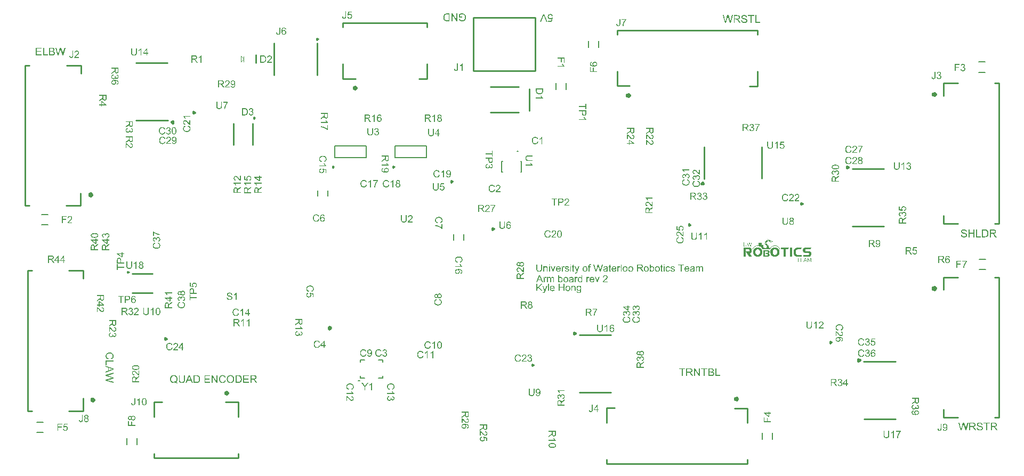
<source format=gto>
G04*
G04 #@! TF.GenerationSoftware,Altium Limited,Altium Designer,20.1.11 (218)*
G04*
G04 Layer_Color=65535*
%FSLAX25Y25*%
%MOIN*%
G70*
G04*
G04 #@! TF.SameCoordinates,85017169-990B-49AA-8BCE-B11CB2BCBAEE*
G04*
G04*
G04 #@! TF.FilePolarity,Positive*
G04*
G01*
G75*
%ADD10C,0.00984*%
%ADD11C,0.01181*%
%ADD12C,0.01500*%
%ADD13C,0.01575*%
%ADD14C,0.02000*%
%ADD15C,0.01000*%
%ADD16C,0.00787*%
%ADD17C,0.00600*%
%ADD18C,0.00500*%
%ADD19C,0.00400*%
G36*
X473933Y148614D02*
X474080D01*
Y148541D01*
X474226D01*
Y148468D01*
X474373D01*
Y148394D01*
X474519D01*
Y148321D01*
X474592D01*
Y148248D01*
X474739D01*
Y148175D01*
X474885D01*
Y148101D01*
X475032D01*
Y148028D01*
X475178D01*
Y147955D01*
X475324D01*
Y147882D01*
X475397D01*
Y147809D01*
X475544D01*
Y147735D01*
X475690D01*
Y147662D01*
X475837D01*
Y147589D01*
X475471D01*
Y147516D01*
X475397D01*
Y147442D01*
X475324D01*
Y147369D01*
Y147296D01*
Y147223D01*
Y147150D01*
Y147076D01*
X475397D01*
Y147003D01*
X475544D01*
Y146930D01*
X475837D01*
Y147003D01*
X475983D01*
Y147076D01*
X476056D01*
Y147003D01*
Y146930D01*
Y146857D01*
X475983D01*
Y146784D01*
Y146710D01*
Y146637D01*
Y146564D01*
Y146491D01*
X476130D01*
Y146418D01*
X476423D01*
Y146344D01*
X475764D01*
Y146418D01*
Y146491D01*
X475690D01*
Y146564D01*
Y146637D01*
Y146710D01*
X475617D01*
Y146784D01*
Y146857D01*
X475544D01*
Y146930D01*
X475397D01*
Y147003D01*
X475251D01*
Y147076D01*
X475105D01*
Y147150D01*
X475032D01*
Y147223D01*
X474885D01*
Y147296D01*
X474739D01*
Y147369D01*
X474592D01*
Y147442D01*
X474446D01*
Y147516D01*
X474373D01*
Y147589D01*
X474226D01*
Y147662D01*
X474080D01*
Y147735D01*
X473933D01*
Y147662D01*
X473860D01*
Y147589D01*
X473787D01*
Y147516D01*
X473714D01*
Y147442D01*
X473640D01*
Y147369D01*
Y147296D01*
X473567D01*
Y147223D01*
X473494D01*
Y147150D01*
X473421D01*
Y147076D01*
X473348D01*
Y147003D01*
X473274D01*
Y146930D01*
X473201D01*
Y146857D01*
X473128D01*
Y146784D01*
X473055D01*
Y146710D01*
Y146637D01*
X472982D01*
Y146564D01*
X472908D01*
Y146491D01*
X472835D01*
Y146418D01*
X472689D01*
Y146344D01*
Y146271D01*
X472762D01*
Y146198D01*
X472835D01*
Y146125D01*
Y146052D01*
X472908D01*
Y145978D01*
X472982D01*
Y145905D01*
X473055D01*
Y145832D01*
X473128D01*
Y145759D01*
X473201D01*
Y145686D01*
X473274D01*
Y145612D01*
Y145539D01*
X473348D01*
Y145466D01*
X473421D01*
Y145393D01*
X473494D01*
Y145319D01*
X473567D01*
Y145246D01*
Y145173D01*
X473640D01*
Y145100D01*
X473714D01*
Y145027D01*
X473787D01*
Y144953D01*
X474226D01*
Y144880D01*
Y144807D01*
Y144734D01*
X474299D01*
Y144660D01*
Y144587D01*
Y144514D01*
Y144441D01*
X474373D01*
Y144368D01*
Y144295D01*
Y144221D01*
Y144148D01*
X474446D01*
Y144075D01*
Y144002D01*
Y143928D01*
X474519D01*
Y143855D01*
Y143782D01*
Y143709D01*
Y143636D01*
X474592D01*
Y143562D01*
Y143489D01*
Y143416D01*
Y143343D01*
Y143270D01*
X475397D01*
Y143343D01*
X475471D01*
Y143416D01*
X475544D01*
Y143489D01*
X475617D01*
Y143562D01*
Y143636D01*
X475690D01*
Y143709D01*
X475764D01*
Y143782D01*
X475837D01*
Y143855D01*
X475910D01*
Y143928D01*
X475983D01*
Y144002D01*
X476130D01*
Y144075D01*
X476203D01*
Y144148D01*
X476276D01*
Y144221D01*
X476423D01*
Y144295D01*
X476569D01*
Y144368D01*
X476715D01*
Y144441D01*
X476862D01*
Y144514D01*
X477081D01*
Y144587D01*
X477301D01*
Y144660D01*
X477740D01*
Y144734D01*
X478765D01*
Y144660D01*
X479131D01*
Y144587D01*
X479351D01*
Y144514D01*
X479570D01*
Y144441D01*
X479790D01*
Y144368D01*
X479863D01*
Y144295D01*
X480010D01*
Y144221D01*
X480156D01*
Y144148D01*
X480229D01*
Y144075D01*
X480376D01*
Y144002D01*
X480449D01*
Y143928D01*
X480522D01*
Y143855D01*
X480595D01*
Y143782D01*
X480669D01*
Y143709D01*
X480742D01*
Y143636D01*
X480815D01*
Y143562D01*
X480888D01*
Y143489D01*
X480962D01*
Y143416D01*
Y143343D01*
X481035D01*
Y143270D01*
X481108D01*
Y143196D01*
Y143123D01*
X481181D01*
Y143050D01*
Y142977D01*
X481254D01*
Y142903D01*
Y142830D01*
X481328D01*
Y142757D01*
Y142684D01*
X481401D01*
Y142611D01*
Y142537D01*
X481254D01*
Y142464D01*
X481181D01*
Y142537D01*
X481108D01*
Y142611D01*
Y142684D01*
X481035D01*
Y142757D01*
Y142830D01*
X480962D01*
Y142903D01*
Y142977D01*
X480888D01*
Y143050D01*
Y143123D01*
X480815D01*
Y143196D01*
X480742D01*
Y143270D01*
Y143343D01*
X480669D01*
Y143416D01*
X480595D01*
Y143489D01*
X480522D01*
Y143562D01*
X480449D01*
Y143636D01*
X480376D01*
Y143709D01*
X480303D01*
Y143782D01*
X480229D01*
Y143855D01*
X480083D01*
Y143928D01*
X480010D01*
Y144002D01*
X479863D01*
Y144075D01*
X479717D01*
Y144148D01*
X479570D01*
Y144221D01*
X479424D01*
Y144295D01*
X479205D01*
Y144368D01*
X478912D01*
Y144441D01*
X477521D01*
Y144368D01*
X477228D01*
Y144295D01*
X477008D01*
Y144221D01*
X476862D01*
Y144148D01*
X476715D01*
Y144075D01*
X476569D01*
Y144002D01*
X476423D01*
Y143928D01*
X476349D01*
Y143855D01*
X476276D01*
Y143782D01*
X476130D01*
Y143709D01*
X476056D01*
Y143636D01*
X475983D01*
Y143562D01*
X475910D01*
Y143489D01*
X475837D01*
Y143416D01*
Y143343D01*
X475764D01*
Y143270D01*
X475690D01*
Y143196D01*
X475617D01*
Y143123D01*
Y143050D01*
X475544D01*
Y142977D01*
X475471D01*
Y142903D01*
Y142830D01*
X475397D01*
Y142757D01*
Y142684D01*
Y142611D01*
X475324D01*
Y142537D01*
Y142464D01*
X470346D01*
Y142537D01*
X470273D01*
Y142611D01*
Y142684D01*
X470200D01*
Y142757D01*
Y142830D01*
X470126D01*
Y142903D01*
Y142977D01*
X470053D01*
Y143050D01*
Y143123D01*
X469980D01*
Y143196D01*
X469907D01*
Y143270D01*
X469834D01*
Y143343D01*
Y143416D01*
X469760D01*
Y143489D01*
X469687D01*
Y143562D01*
X469614D01*
Y143636D01*
X469541D01*
Y143709D01*
X469467D01*
Y143782D01*
X469394D01*
Y143855D01*
X469248D01*
Y143928D01*
X469175D01*
Y144002D01*
X469028D01*
Y144075D01*
X468882D01*
Y144148D01*
X468809D01*
Y144221D01*
X468589D01*
Y144295D01*
X468369D01*
Y144368D01*
X468150D01*
Y144441D01*
X466612D01*
Y144368D01*
X466393D01*
Y144295D01*
X466173D01*
Y144221D01*
X465953D01*
Y144148D01*
X465807D01*
Y144075D01*
X465660D01*
Y144002D01*
X465587D01*
Y143928D01*
X465514D01*
Y143855D01*
X465368D01*
Y143782D01*
X465295D01*
Y143709D01*
X465221D01*
Y143636D01*
X465148D01*
Y143562D01*
X465075D01*
Y143489D01*
X465002D01*
Y143416D01*
X464928D01*
Y143343D01*
Y143270D01*
X464855D01*
Y143196D01*
X464782D01*
Y143123D01*
X464709D01*
Y143050D01*
Y142977D01*
X464636D01*
Y142903D01*
Y142830D01*
X464562D01*
Y142757D01*
Y142684D01*
X464489D01*
Y142611D01*
Y142537D01*
Y142464D01*
X464416D01*
Y142537D01*
X464196D01*
Y142611D01*
Y142684D01*
X464269D01*
Y142757D01*
Y142830D01*
X464343D01*
Y142903D01*
Y142977D01*
X464416D01*
Y143050D01*
Y143123D01*
X464489D01*
Y143196D01*
Y143270D01*
X464562D01*
Y143343D01*
X464636D01*
Y143416D01*
Y143489D01*
X464709D01*
Y143562D01*
X464782D01*
Y143636D01*
X464855D01*
Y143709D01*
X464928D01*
Y143782D01*
X465002D01*
Y143855D01*
X465075D01*
Y143928D01*
X465148D01*
Y144002D01*
X465221D01*
Y144075D01*
X465368D01*
Y144148D01*
X465441D01*
Y144221D01*
X465587D01*
Y144295D01*
X465660D01*
Y144368D01*
X465807D01*
Y144441D01*
X465953D01*
Y144514D01*
X466173D01*
Y144587D01*
X466466D01*
Y144660D01*
X466832D01*
Y144734D01*
X467857D01*
Y144807D01*
Y144880D01*
Y144953D01*
Y145027D01*
Y145100D01*
Y145173D01*
Y145246D01*
Y145319D01*
Y145393D01*
Y145466D01*
Y145539D01*
Y145612D01*
Y145686D01*
Y145759D01*
Y145832D01*
Y145905D01*
X467930D01*
Y145978D01*
Y146052D01*
Y146125D01*
Y146198D01*
Y146271D01*
Y146344D01*
X469834D01*
Y146271D01*
Y146198D01*
Y146125D01*
Y146052D01*
Y145978D01*
Y145905D01*
Y145832D01*
Y145759D01*
Y145686D01*
Y145612D01*
Y145539D01*
Y145466D01*
Y145393D01*
Y145319D01*
Y145246D01*
Y145173D01*
X471005D01*
Y145100D01*
Y145027D01*
Y144953D01*
Y144880D01*
Y144807D01*
Y144734D01*
Y144660D01*
Y144587D01*
Y144514D01*
Y144441D01*
Y144368D01*
Y144295D01*
Y144221D01*
Y144148D01*
Y144075D01*
Y144002D01*
Y143928D01*
Y143855D01*
Y143782D01*
Y143709D01*
Y143636D01*
Y143562D01*
Y143489D01*
Y143416D01*
Y143343D01*
X471371D01*
Y143270D01*
X471444D01*
Y143343D01*
X471517D01*
Y143270D01*
X472835D01*
Y143343D01*
Y143416D01*
X472908D01*
Y143489D01*
Y143562D01*
Y143636D01*
Y143709D01*
X472982D01*
Y143782D01*
Y143855D01*
Y143928D01*
Y144002D01*
X473055D01*
Y144075D01*
Y144148D01*
Y144221D01*
X473128D01*
Y144295D01*
Y144368D01*
X473055D01*
Y144441D01*
X472982D01*
Y144514D01*
X472908D01*
Y144587D01*
Y144660D01*
X472835D01*
Y144734D01*
X472762D01*
Y144807D01*
X472689D01*
Y144880D01*
X472615D01*
Y144953D01*
X472542D01*
Y145027D01*
X472469D01*
Y145100D01*
Y145173D01*
X472396D01*
Y145246D01*
X472323D01*
Y145319D01*
X472250D01*
Y145393D01*
X472176D01*
Y145466D01*
Y145539D01*
X472103D01*
Y145612D01*
X472030D01*
Y145686D01*
X471957D01*
Y145759D01*
X471883D01*
Y145832D01*
X471810D01*
Y145905D01*
Y145978D01*
X471737D01*
Y146052D01*
X471664D01*
Y146125D01*
X471591D01*
Y146198D01*
Y146271D01*
Y146344D01*
Y146418D01*
X471664D01*
Y146491D01*
Y146564D01*
X471737D01*
Y146637D01*
X471883D01*
Y146710D01*
Y146784D01*
X471957D01*
Y146857D01*
X472030D01*
Y146930D01*
X472103D01*
Y147003D01*
X472176D01*
Y147076D01*
Y147150D01*
X472250D01*
Y147223D01*
X472323D01*
Y147296D01*
X472396D01*
Y147369D01*
X472469D01*
Y147442D01*
X472542D01*
Y147516D01*
X472615D01*
Y147589D01*
Y147662D01*
X472689D01*
Y147735D01*
X472762D01*
Y147809D01*
X472835D01*
Y147882D01*
X472908D01*
Y147955D01*
Y148028D01*
X472982D01*
Y148101D01*
X473055D01*
Y148175D01*
X473128D01*
Y148248D01*
X473201D01*
Y148321D01*
X473274D01*
Y148394D01*
X473348D01*
Y148468D01*
X473421D01*
Y148394D01*
Y148321D01*
Y148248D01*
Y148175D01*
Y148101D01*
X473494D01*
Y148028D01*
X473567D01*
Y147955D01*
X474007D01*
Y148028D01*
X474080D01*
Y148101D01*
X474153D01*
Y148175D01*
Y148248D01*
Y148321D01*
Y148394D01*
Y148468D01*
X474080D01*
Y148541D01*
X473933D01*
Y148614D01*
X473640D01*
Y148687D01*
X473933D01*
Y148614D01*
D02*
G37*
G36*
X475983Y147516D02*
X476056D01*
Y147442D01*
X476642D01*
Y147516D01*
X476715D01*
Y147442D01*
Y147369D01*
X476789D01*
Y147296D01*
Y147223D01*
X476862D01*
Y147150D01*
Y147076D01*
X476935D01*
Y147003D01*
Y146930D01*
X477008D01*
Y146857D01*
X476935D01*
Y146930D01*
X476862D01*
Y147003D01*
X476789D01*
Y147076D01*
Y147150D01*
X476715D01*
Y147223D01*
X476642D01*
Y147296D01*
X476496D01*
Y147223D01*
X476349D01*
Y147150D01*
X476130D01*
Y147076D01*
X476056D01*
Y147150D01*
Y147223D01*
Y147296D01*
Y147369D01*
Y147442D01*
X475983D01*
Y147516D01*
X475910D01*
Y147589D01*
X475983D01*
Y147516D01*
D02*
G37*
G36*
X463684Y146637D02*
Y146564D01*
Y146491D01*
X463611D01*
Y146418D01*
Y146344D01*
Y146271D01*
Y146198D01*
X463537D01*
Y146125D01*
Y146052D01*
Y145978D01*
Y145905D01*
Y145832D01*
X463464D01*
Y145759D01*
Y145686D01*
Y145612D01*
Y145539D01*
X463391D01*
Y145466D01*
Y145393D01*
Y145319D01*
Y145246D01*
X463318D01*
Y145173D01*
Y145100D01*
Y145027D01*
Y144953D01*
Y144880D01*
X463245D01*
Y144807D01*
Y144734D01*
Y144660D01*
Y144587D01*
X463171D01*
Y144514D01*
Y144441D01*
Y144368D01*
Y144295D01*
X463098D01*
Y144221D01*
Y144148D01*
X462805D01*
Y144221D01*
Y144295D01*
Y144368D01*
X462732D01*
Y144441D01*
Y144514D01*
Y144587D01*
Y144660D01*
X462659D01*
Y144734D01*
Y144807D01*
Y144880D01*
Y144953D01*
X462586D01*
Y145027D01*
Y145100D01*
Y145173D01*
Y145246D01*
X462512D01*
Y145319D01*
Y145393D01*
Y145466D01*
Y145539D01*
X462439D01*
Y145612D01*
Y145686D01*
Y145759D01*
Y145832D01*
Y145905D01*
X462366D01*
Y145978D01*
Y146052D01*
Y146125D01*
X462293D01*
Y146198D01*
Y146271D01*
Y146344D01*
X462220D01*
Y146271D01*
X462146D01*
Y146198D01*
Y146125D01*
Y146052D01*
Y145978D01*
Y145905D01*
X462073D01*
Y145832D01*
Y145759D01*
Y145686D01*
X462000D01*
Y145612D01*
Y145539D01*
Y145466D01*
Y145393D01*
Y145319D01*
X461927D01*
Y145246D01*
Y145173D01*
Y145100D01*
X461854D01*
Y145027D01*
Y144953D01*
Y144880D01*
Y144807D01*
X461780D01*
Y144734D01*
Y144660D01*
Y144587D01*
Y144514D01*
X461707D01*
Y144441D01*
Y144368D01*
Y144295D01*
X461634D01*
Y144221D01*
Y144148D01*
X461341D01*
Y144221D01*
Y144295D01*
Y144368D01*
Y144441D01*
Y144514D01*
X461268D01*
Y144587D01*
Y144660D01*
Y144734D01*
X461195D01*
Y144807D01*
Y144880D01*
Y144953D01*
Y145027D01*
Y145100D01*
X461122D01*
Y145173D01*
Y145246D01*
Y145319D01*
Y145393D01*
Y145466D01*
X461048D01*
Y145539D01*
Y145612D01*
Y145686D01*
Y145759D01*
X460975D01*
Y145832D01*
Y145905D01*
Y145978D01*
Y146052D01*
X460902D01*
Y146125D01*
Y146198D01*
Y146271D01*
Y146344D01*
Y146418D01*
X460829D01*
Y146491D01*
Y146564D01*
Y146637D01*
Y146710D01*
X461048D01*
Y146637D01*
Y146564D01*
Y146491D01*
Y146418D01*
X461122D01*
Y146344D01*
Y146271D01*
Y146198D01*
Y146125D01*
X461195D01*
Y146052D01*
Y145978D01*
Y145905D01*
Y145832D01*
X461268D01*
Y145759D01*
Y145686D01*
Y145612D01*
Y145539D01*
Y145466D01*
X461341D01*
Y145393D01*
Y145319D01*
Y145246D01*
Y145173D01*
X461414D01*
Y145100D01*
Y145027D01*
Y144953D01*
Y144880D01*
X461487D01*
Y144807D01*
Y144734D01*
Y144660D01*
Y144587D01*
Y144514D01*
X461634D01*
Y144587D01*
Y144660D01*
Y144734D01*
Y144807D01*
Y144880D01*
Y144953D01*
X461707D01*
Y145027D01*
Y145100D01*
Y145173D01*
X461780D01*
Y145246D01*
Y145319D01*
Y145393D01*
Y145466D01*
X461854D01*
Y145539D01*
Y145612D01*
Y145686D01*
Y145759D01*
X461927D01*
Y145832D01*
Y145905D01*
Y145978D01*
Y146052D01*
X462000D01*
Y146125D01*
Y146198D01*
Y146271D01*
Y146344D01*
X462073D01*
Y146418D01*
Y146491D01*
Y146564D01*
X462146D01*
Y146637D01*
Y146710D01*
X462366D01*
Y146637D01*
X462439D01*
Y146564D01*
Y146491D01*
Y146418D01*
Y146344D01*
X462512D01*
Y146271D01*
Y146198D01*
Y146125D01*
Y146052D01*
X462586D01*
Y145978D01*
Y145905D01*
Y145832D01*
Y145759D01*
X462659D01*
Y145686D01*
Y145612D01*
Y145539D01*
X462732D01*
Y145466D01*
Y145393D01*
Y145319D01*
Y145246D01*
X462805D01*
Y145173D01*
Y145100D01*
Y145027D01*
Y144953D01*
Y144880D01*
X462879D01*
Y144807D01*
Y144734D01*
Y144660D01*
Y144587D01*
Y144514D01*
X463025D01*
Y144587D01*
Y144660D01*
Y144734D01*
Y144807D01*
Y144880D01*
X463098D01*
Y144953D01*
Y145027D01*
Y145100D01*
X463171D01*
Y145173D01*
Y145246D01*
Y145319D01*
Y145393D01*
Y145466D01*
X463245D01*
Y145539D01*
Y145612D01*
Y145686D01*
Y145759D01*
Y145832D01*
X463318D01*
Y145905D01*
Y145978D01*
Y146052D01*
X463391D01*
Y146125D01*
Y146198D01*
Y146271D01*
Y146344D01*
Y146418D01*
X463464D01*
Y146491D01*
Y146564D01*
Y146637D01*
Y146710D01*
X463684D01*
Y146637D01*
D02*
G37*
G36*
X460389D02*
Y146564D01*
Y146491D01*
Y146418D01*
Y146344D01*
Y146271D01*
Y146198D01*
Y146125D01*
Y146052D01*
Y145978D01*
Y145905D01*
Y145832D01*
Y145759D01*
Y145686D01*
Y145612D01*
Y145539D01*
Y145466D01*
Y145393D01*
Y145319D01*
Y145246D01*
Y145173D01*
Y145100D01*
Y145027D01*
Y144953D01*
Y144880D01*
X460316D01*
Y144807D01*
Y144734D01*
Y144660D01*
Y144587D01*
Y144514D01*
X460243D01*
Y144441D01*
Y144368D01*
X460170D01*
Y144295D01*
X460097D01*
Y144221D01*
X459950D01*
Y144148D01*
X459730D01*
Y144075D01*
X459218D01*
Y144148D01*
X458925D01*
Y144221D01*
X458852D01*
Y144295D01*
X458706D01*
Y144368D01*
Y144441D01*
X458632D01*
Y144514D01*
Y144587D01*
Y144660D01*
Y144734D01*
X458559D01*
Y144807D01*
Y144880D01*
Y144953D01*
Y145027D01*
Y145100D01*
Y145173D01*
Y145246D01*
Y145319D01*
Y145393D01*
Y145466D01*
Y145539D01*
Y145612D01*
Y145686D01*
Y145759D01*
Y145832D01*
Y145905D01*
Y145978D01*
Y146052D01*
Y146125D01*
Y146198D01*
Y146271D01*
Y146344D01*
Y146418D01*
Y146491D01*
Y146564D01*
Y146637D01*
Y146710D01*
X458852D01*
Y146637D01*
Y146564D01*
Y146491D01*
Y146418D01*
Y146344D01*
Y146271D01*
Y146198D01*
Y146125D01*
Y146052D01*
Y145978D01*
Y145905D01*
Y145832D01*
Y145759D01*
Y145686D01*
Y145612D01*
Y145539D01*
Y145466D01*
Y145393D01*
Y145319D01*
Y145246D01*
Y145173D01*
Y145100D01*
Y145027D01*
Y144953D01*
Y144880D01*
Y144807D01*
Y144734D01*
Y144660D01*
Y144587D01*
Y144514D01*
X458925D01*
Y144441D01*
X458998D01*
Y144368D01*
X459145D01*
Y144295D01*
X459438D01*
Y144221D01*
X459511D01*
Y144295D01*
X459584D01*
Y144221D01*
X459657D01*
Y144295D01*
X459877D01*
Y144368D01*
X459950D01*
Y144441D01*
X460023D01*
Y144514D01*
X460097D01*
Y144587D01*
Y144660D01*
Y144734D01*
Y144807D01*
X460170D01*
Y144880D01*
Y144953D01*
Y145027D01*
Y145100D01*
Y145173D01*
Y145246D01*
Y145319D01*
Y145393D01*
Y145466D01*
Y145539D01*
Y145612D01*
Y145686D01*
Y145759D01*
Y145832D01*
Y145905D01*
Y145978D01*
Y146052D01*
Y146125D01*
Y146198D01*
Y146271D01*
Y146344D01*
Y146418D01*
Y146491D01*
Y146564D01*
Y146637D01*
Y146710D01*
X460389D01*
Y146637D01*
D02*
G37*
G36*
X478912Y143416D02*
X479205D01*
Y143343D01*
X479424D01*
Y143270D01*
X479570D01*
Y143196D01*
X479717D01*
Y143123D01*
X479863D01*
Y143050D01*
X479937D01*
Y142977D01*
X480083D01*
Y142903D01*
X480156D01*
Y142830D01*
X480229D01*
Y142757D01*
X480303D01*
Y142684D01*
X480376D01*
Y142611D01*
X480449D01*
Y142537D01*
X480522D01*
Y142464D01*
Y142391D01*
X480595D01*
Y142318D01*
X480669D01*
Y142245D01*
Y142171D01*
X480742D01*
Y142098D01*
Y142025D01*
X480815D01*
Y141952D01*
Y141878D01*
X480888D01*
Y141805D01*
Y141732D01*
Y141659D01*
X480962D01*
Y141586D01*
Y141513D01*
Y141439D01*
X481035D01*
Y141366D01*
Y141293D01*
Y141220D01*
Y141146D01*
Y141073D01*
Y141000D01*
X481108D01*
Y140927D01*
Y140854D01*
Y140780D01*
Y140707D01*
Y140634D01*
Y140561D01*
Y140488D01*
Y140414D01*
Y140341D01*
Y140268D01*
X481035D01*
Y140195D01*
Y140121D01*
Y140048D01*
Y139975D01*
Y139902D01*
Y139829D01*
X480962D01*
Y139755D01*
Y139682D01*
Y139609D01*
X480888D01*
Y139536D01*
Y139463D01*
Y139389D01*
X480815D01*
Y139316D01*
Y139243D01*
Y139170D01*
X480742D01*
Y139096D01*
X480669D01*
Y139023D01*
Y138950D01*
X480595D01*
Y138877D01*
X480522D01*
Y138804D01*
Y138731D01*
X480449D01*
Y138657D01*
X480376D01*
Y138584D01*
X480303D01*
Y138511D01*
X480229D01*
Y138438D01*
X480156D01*
Y138364D01*
X480083D01*
Y138291D01*
X480010D01*
Y138218D01*
X479863D01*
Y138145D01*
X479717D01*
Y138072D01*
X479570D01*
Y137998D01*
X479424D01*
Y137925D01*
X479205D01*
Y137852D01*
X478912D01*
Y137779D01*
X477521D01*
Y137852D01*
X477228D01*
Y137925D01*
X477008D01*
Y137998D01*
X476789D01*
Y138072D01*
X476642D01*
Y138145D01*
X476496D01*
Y138218D01*
X476423D01*
Y138291D01*
X476349D01*
Y138364D01*
X476203D01*
Y138438D01*
X476130D01*
Y138511D01*
X476056D01*
Y138584D01*
X475983D01*
Y138657D01*
X475910D01*
Y138731D01*
Y138804D01*
X475837D01*
Y138877D01*
X475764D01*
Y138950D01*
Y139023D01*
X475690D01*
Y139096D01*
X475617D01*
Y139170D01*
Y139243D01*
X475544D01*
Y139316D01*
Y139389D01*
X475471D01*
Y139463D01*
Y139536D01*
Y139609D01*
Y139682D01*
X475397D01*
Y139755D01*
Y139829D01*
Y139902D01*
Y139975D01*
X475324D01*
Y140048D01*
Y140121D01*
Y140195D01*
Y140268D01*
Y140341D01*
X475251D01*
Y140414D01*
Y140488D01*
Y140561D01*
Y140634D01*
Y140707D01*
Y140780D01*
Y140854D01*
Y140927D01*
X475324D01*
Y141000D01*
Y141073D01*
Y141146D01*
Y141220D01*
Y141293D01*
Y141366D01*
X475397D01*
Y141439D01*
Y141513D01*
Y141586D01*
Y141659D01*
X475471D01*
Y141732D01*
Y141805D01*
Y141878D01*
X475544D01*
Y141952D01*
Y142025D01*
X475617D01*
Y142098D01*
Y142171D01*
X475690D01*
Y142245D01*
Y142318D01*
X475764D01*
Y142391D01*
X475837D01*
Y142464D01*
X475910D01*
Y142537D01*
X475983D01*
Y142611D01*
Y142684D01*
X476130D01*
Y142757D01*
X476203D01*
Y142830D01*
X476276D01*
Y142903D01*
X476349D01*
Y142977D01*
X476423D01*
Y143050D01*
X476569D01*
Y143123D01*
X476715D01*
Y143196D01*
X476789D01*
Y143270D01*
X477008D01*
Y143343D01*
X477228D01*
Y143416D01*
X477447D01*
Y143489D01*
X478912D01*
Y143416D01*
D02*
G37*
G36*
X473714Y141805D02*
X474153D01*
Y141732D01*
X474299D01*
Y141659D01*
X474446D01*
Y141586D01*
X474519D01*
Y141513D01*
X474592D01*
Y141439D01*
X474665D01*
Y141366D01*
Y141293D01*
X474739D01*
Y141220D01*
Y141146D01*
Y141073D01*
X474812D01*
Y141000D01*
Y140927D01*
Y140854D01*
Y140780D01*
Y140707D01*
Y140634D01*
Y140561D01*
Y140488D01*
X474739D01*
Y140414D01*
Y140341D01*
Y140268D01*
X474665D01*
Y140195D01*
X474592D01*
Y140121D01*
X474519D01*
Y140048D01*
X474373D01*
Y139975D01*
X474226D01*
Y139902D01*
Y139829D01*
X474299D01*
Y139755D01*
X474446D01*
Y139682D01*
X474519D01*
Y139609D01*
X474592D01*
Y139536D01*
X474665D01*
Y139463D01*
Y139389D01*
X474739D01*
Y139316D01*
Y139243D01*
X474812D01*
Y139170D01*
Y139096D01*
Y139023D01*
Y138950D01*
Y138877D01*
Y138804D01*
Y138731D01*
Y138657D01*
Y138584D01*
Y138511D01*
Y138438D01*
Y138364D01*
X474739D01*
Y138291D01*
Y138218D01*
X474665D01*
Y138145D01*
X474592D01*
Y138072D01*
X474519D01*
Y137998D01*
X474446D01*
Y137925D01*
X474299D01*
Y137852D01*
X474153D01*
Y137779D01*
X471078D01*
Y137852D01*
Y137925D01*
Y137998D01*
Y138072D01*
Y138145D01*
Y138218D01*
Y138291D01*
Y138364D01*
Y138438D01*
Y138511D01*
Y138584D01*
Y138657D01*
Y138731D01*
Y138804D01*
Y138877D01*
Y138950D01*
Y139023D01*
Y139096D01*
Y139170D01*
Y139243D01*
Y139316D01*
Y139389D01*
Y139463D01*
Y139536D01*
Y139609D01*
Y139682D01*
Y139755D01*
Y139829D01*
Y139902D01*
Y139975D01*
Y140048D01*
Y140121D01*
Y140195D01*
Y140268D01*
Y140341D01*
Y140414D01*
Y140488D01*
Y140561D01*
Y140634D01*
Y140707D01*
Y140780D01*
Y140854D01*
Y140927D01*
Y141000D01*
Y141073D01*
Y141146D01*
Y141220D01*
Y141293D01*
Y141366D01*
Y141439D01*
Y141513D01*
Y141586D01*
Y141659D01*
Y141732D01*
Y141805D01*
Y141878D01*
X473714D01*
Y141805D01*
D02*
G37*
G36*
X468150Y143416D02*
X468442D01*
Y143343D01*
X468662D01*
Y143270D01*
X468809D01*
Y143196D01*
X468955D01*
Y143123D01*
X469101D01*
Y143050D01*
X469175D01*
Y142977D01*
X469321D01*
Y142903D01*
X469394D01*
Y142830D01*
X469467D01*
Y142757D01*
X469541D01*
Y142684D01*
X469614D01*
Y142611D01*
X469687D01*
Y142537D01*
X469760D01*
Y142464D01*
X469834D01*
Y142391D01*
Y142318D01*
X469907D01*
Y142245D01*
X469980D01*
Y142171D01*
Y142098D01*
X470053D01*
Y142025D01*
Y141952D01*
X470126D01*
Y141878D01*
Y141805D01*
Y141732D01*
X470200D01*
Y141659D01*
Y141586D01*
Y141513D01*
X470273D01*
Y141439D01*
Y141366D01*
Y141293D01*
Y141220D01*
Y141146D01*
X470346D01*
Y141073D01*
X470273D01*
Y141000D01*
Y140927D01*
X470346D01*
Y140854D01*
Y140780D01*
Y140707D01*
Y140634D01*
Y140561D01*
Y140488D01*
Y140414D01*
Y140341D01*
X470273D01*
Y140268D01*
Y140195D01*
X470346D01*
Y140121D01*
X470273D01*
Y140048D01*
Y139975D01*
Y139902D01*
Y139829D01*
Y139755D01*
X470200D01*
Y139682D01*
Y139609D01*
Y139536D01*
X470126D01*
Y139463D01*
Y139389D01*
X470053D01*
Y139316D01*
Y139243D01*
Y139170D01*
X469980D01*
Y139096D01*
Y139023D01*
X469907D01*
Y138950D01*
X469834D01*
Y138877D01*
Y138804D01*
X469760D01*
Y138731D01*
X469687D01*
Y138657D01*
X469614D01*
Y138584D01*
X469541D01*
Y138511D01*
X469467D01*
Y138438D01*
X469394D01*
Y138364D01*
X469321D01*
Y138291D01*
X469248D01*
Y138218D01*
X469101D01*
Y138145D01*
X468955D01*
Y138072D01*
X468882D01*
Y137998D01*
X468662D01*
Y137925D01*
X468442D01*
Y137852D01*
X468150D01*
Y137779D01*
X466759D01*
Y137852D01*
X466466D01*
Y137925D01*
X466246D01*
Y137998D01*
X466027D01*
Y138072D01*
X465880D01*
Y138145D01*
X465807D01*
Y138218D01*
X465660D01*
Y138291D01*
X465587D01*
Y138364D01*
X465514D01*
Y138438D01*
X465441D01*
Y138511D01*
X465295D01*
Y138584D01*
X465221D01*
Y138657D01*
Y138731D01*
X465148D01*
Y138804D01*
X465075D01*
Y138877D01*
X465002D01*
Y138950D01*
Y139023D01*
X464928D01*
Y139096D01*
Y139170D01*
X464855D01*
Y139243D01*
Y139316D01*
X464782D01*
Y139389D01*
Y139463D01*
X464709D01*
Y139536D01*
Y139609D01*
Y139682D01*
X464636D01*
Y139755D01*
Y139829D01*
Y139902D01*
Y139975D01*
X464562D01*
Y140048D01*
Y140121D01*
Y140195D01*
Y140268D01*
Y140341D01*
Y140414D01*
Y140488D01*
Y140561D01*
Y140634D01*
Y140707D01*
Y140780D01*
Y140854D01*
Y140927D01*
Y141000D01*
Y141073D01*
Y141146D01*
Y141220D01*
Y141293D01*
X464636D01*
Y141366D01*
Y141439D01*
Y141513D01*
Y141586D01*
Y141659D01*
X464709D01*
Y141732D01*
Y141805D01*
X464782D01*
Y141878D01*
Y141952D01*
X464855D01*
Y142025D01*
Y142098D01*
Y142171D01*
X464928D01*
Y142245D01*
X465002D01*
Y142318D01*
Y142391D01*
X465075D01*
Y142464D01*
X465148D01*
Y142537D01*
X465221D01*
Y142611D01*
X465295D01*
Y142684D01*
X465368D01*
Y142757D01*
X465441D01*
Y142830D01*
X465514D01*
Y142903D01*
X465587D01*
Y142977D01*
X465660D01*
Y143050D01*
X465807D01*
Y143123D01*
X465953D01*
Y143196D01*
X466100D01*
Y143270D01*
X466246D01*
Y143343D01*
X466466D01*
Y143416D01*
X466685D01*
Y143489D01*
X468150D01*
Y143416D01*
D02*
G37*
G36*
X462366D02*
X462659D01*
Y143343D01*
X462805D01*
Y143270D01*
X462952D01*
Y143196D01*
X463025D01*
Y143123D01*
X463171D01*
Y143050D01*
X463245D01*
Y142977D01*
X463318D01*
Y142903D01*
X463391D01*
Y142830D01*
X463464D01*
Y142757D01*
Y142684D01*
X463537D01*
Y142611D01*
Y142537D01*
X463611D01*
Y142464D01*
Y142391D01*
X463684D01*
Y142318D01*
Y142245D01*
Y142171D01*
X463757D01*
Y142098D01*
Y142025D01*
Y141952D01*
Y141878D01*
Y141805D01*
Y141732D01*
Y141659D01*
Y141586D01*
Y141513D01*
Y141439D01*
Y141366D01*
Y141293D01*
Y141220D01*
Y141146D01*
Y141073D01*
X463684D01*
Y141000D01*
Y140927D01*
Y140854D01*
X463611D01*
Y140780D01*
Y140707D01*
X463537D01*
Y140634D01*
Y140561D01*
X463464D01*
Y140488D01*
X463391D01*
Y140414D01*
X463318D01*
Y140341D01*
X463245D01*
Y140268D01*
X463171D01*
Y140195D01*
X463098D01*
Y140121D01*
X462952D01*
Y140048D01*
X462805D01*
Y139975D01*
X462659D01*
Y139902D01*
X462439D01*
Y139829D01*
Y139755D01*
X462512D01*
Y139682D01*
X462586D01*
Y139609D01*
X462659D01*
Y139536D01*
Y139463D01*
X462732D01*
Y139389D01*
X462805D01*
Y139316D01*
Y139243D01*
X462879D01*
Y139170D01*
X462952D01*
Y139096D01*
Y139023D01*
X463025D01*
Y138950D01*
X463098D01*
Y138877D01*
Y138804D01*
X463171D01*
Y138731D01*
X463245D01*
Y138657D01*
X463318D01*
Y138584D01*
Y138511D01*
X463391D01*
Y138438D01*
X463464D01*
Y138364D01*
Y138291D01*
X463537D01*
Y138218D01*
X463611D01*
Y138145D01*
Y138072D01*
X463684D01*
Y137998D01*
X463757D01*
Y137925D01*
Y137852D01*
X463830D01*
Y137779D01*
X463904D01*
Y137706D01*
X463830D01*
Y137779D01*
X462146D01*
Y137852D01*
X462073D01*
Y137925D01*
Y137998D01*
X462000D01*
Y138072D01*
X461927D01*
Y138145D01*
Y138218D01*
X461854D01*
Y138291D01*
X461780D01*
Y138364D01*
X461707D01*
Y138438D01*
Y138511D01*
X461634D01*
Y138584D01*
X461561D01*
Y138657D01*
Y138731D01*
X461487D01*
Y138804D01*
X461414D01*
Y138877D01*
Y138950D01*
X461341D01*
Y139023D01*
X461268D01*
Y139096D01*
X461195D01*
Y139170D01*
Y139243D01*
X461122D01*
Y139316D01*
X461048D01*
Y139389D01*
Y139463D01*
X460975D01*
Y139536D01*
X460902D01*
Y139609D01*
Y139682D01*
X460829D01*
Y139755D01*
X460755D01*
Y139829D01*
X460682D01*
Y139902D01*
Y139975D01*
X460609D01*
Y140048D01*
X460536D01*
Y140121D01*
Y140195D01*
X460463D01*
Y140268D01*
X460389D01*
Y140341D01*
Y140414D01*
X460316D01*
Y140488D01*
X460243D01*
Y140561D01*
X460170D01*
Y140634D01*
Y140707D01*
X460023D01*
Y140634D01*
Y140561D01*
Y140488D01*
Y140414D01*
Y140341D01*
Y140268D01*
Y140195D01*
Y140121D01*
Y140048D01*
Y139975D01*
Y139902D01*
Y139829D01*
Y139755D01*
Y139682D01*
Y139609D01*
Y139536D01*
Y139463D01*
Y139389D01*
Y139316D01*
Y139243D01*
Y139170D01*
Y139096D01*
Y139023D01*
Y138950D01*
Y138877D01*
Y138804D01*
Y138731D01*
Y138657D01*
Y138584D01*
Y138511D01*
Y138438D01*
Y138364D01*
Y138291D01*
Y138218D01*
Y138145D01*
Y138072D01*
Y137998D01*
Y137925D01*
Y137852D01*
Y137779D01*
X458632D01*
Y137852D01*
X458706D01*
Y137925D01*
X458632D01*
Y137998D01*
X458706D01*
Y138072D01*
X458632D01*
Y138145D01*
X458706D01*
Y138218D01*
X458632D01*
Y138291D01*
X458706D01*
Y138364D01*
X458632D01*
Y138438D01*
X458706D01*
Y138511D01*
X458632D01*
Y138584D01*
X458706D01*
Y138657D01*
X458632D01*
Y138731D01*
X458706D01*
Y138804D01*
X458632D01*
Y138877D01*
X458706D01*
Y138950D01*
X458632D01*
Y139023D01*
X458706D01*
Y139096D01*
X458632D01*
Y139170D01*
X458706D01*
Y139243D01*
X458632D01*
Y139316D01*
X458706D01*
Y139389D01*
X458632D01*
Y139463D01*
X458706D01*
Y139536D01*
X458632D01*
Y139609D01*
X458706D01*
Y139682D01*
X458632D01*
Y139755D01*
X458706D01*
Y139829D01*
X458632D01*
Y139902D01*
X458706D01*
Y139975D01*
X458632D01*
Y140048D01*
X458706D01*
Y140121D01*
X458632D01*
Y140195D01*
X458706D01*
Y140268D01*
X458632D01*
Y140341D01*
X458706D01*
Y140414D01*
X458632D01*
Y140488D01*
X458706D01*
Y140561D01*
X458632D01*
Y140634D01*
X458706D01*
Y140707D01*
X458632D01*
Y140780D01*
X458706D01*
Y140854D01*
X458632D01*
Y140927D01*
X458706D01*
Y141000D01*
X458632D01*
Y141073D01*
X458706D01*
Y141146D01*
X458632D01*
Y141220D01*
X458706D01*
Y141293D01*
X458632D01*
Y141366D01*
X458706D01*
Y141439D01*
X458632D01*
Y141513D01*
X458706D01*
Y141586D01*
X458632D01*
Y141659D01*
X458706D01*
Y141732D01*
X458632D01*
Y141805D01*
X458706D01*
Y141878D01*
X458632D01*
Y141952D01*
X458706D01*
Y142025D01*
X458632D01*
Y142098D01*
X458706D01*
Y142171D01*
X458632D01*
Y142245D01*
X458706D01*
Y142318D01*
X458632D01*
Y142391D01*
X458706D01*
Y142464D01*
X458632D01*
Y142537D01*
X458706D01*
Y142611D01*
X458632D01*
Y142684D01*
X458706D01*
Y142757D01*
X458632D01*
Y142830D01*
X458706D01*
Y142903D01*
X458632D01*
Y142977D01*
X458706D01*
Y143050D01*
X458632D01*
Y143123D01*
X458706D01*
Y143196D01*
X458632D01*
Y143270D01*
X458706D01*
Y143343D01*
X458632D01*
Y143416D01*
Y143489D01*
X462366D01*
Y143416D01*
D02*
G37*
G36*
X500875D02*
X500802D01*
Y143343D01*
Y143270D01*
X500728D01*
Y143196D01*
Y143123D01*
X500655D01*
Y143050D01*
Y142977D01*
X500582D01*
Y142903D01*
Y142830D01*
X500509D01*
Y142757D01*
Y142684D01*
Y142611D01*
X500435D01*
Y142537D01*
Y142464D01*
X500362D01*
Y142391D01*
Y142318D01*
X497361D01*
Y142245D01*
X497287D01*
Y142171D01*
X497214D01*
Y142098D01*
X497141D01*
Y142025D01*
Y141952D01*
Y141878D01*
X497068D01*
Y141805D01*
Y141732D01*
Y141659D01*
X497141D01*
Y141586D01*
Y141513D01*
Y141439D01*
X497214D01*
Y141366D01*
X497287D01*
Y141293D01*
X497507D01*
Y141220D01*
X499630D01*
Y141146D01*
X499850D01*
Y141073D01*
X500069D01*
Y141000D01*
X500216D01*
Y140927D01*
X500289D01*
Y140854D01*
X500435D01*
Y140780D01*
X500509D01*
Y140707D01*
X500582D01*
Y140634D01*
X500655D01*
Y140561D01*
Y140488D01*
X500728D01*
Y140414D01*
Y140341D01*
X500802D01*
Y140268D01*
Y140195D01*
Y140121D01*
X500875D01*
Y140048D01*
Y139975D01*
Y139902D01*
Y139829D01*
Y139755D01*
Y139682D01*
Y139609D01*
Y139536D01*
Y139463D01*
Y139389D01*
Y139316D01*
Y139243D01*
Y139170D01*
Y139096D01*
Y139023D01*
Y138950D01*
X500802D01*
Y138877D01*
Y138804D01*
Y138731D01*
X500728D01*
Y138657D01*
Y138584D01*
Y138511D01*
X500655D01*
Y138438D01*
X500582D01*
Y138364D01*
Y138291D01*
X500509D01*
Y138218D01*
X500435D01*
Y138145D01*
X500362D01*
Y138072D01*
X500216D01*
Y137998D01*
X500143D01*
Y137925D01*
X499923D01*
Y137852D01*
X499703D01*
Y137779D01*
X495750D01*
Y137852D01*
X495823D01*
Y137925D01*
Y137998D01*
X495896D01*
Y138072D01*
Y138145D01*
X495970D01*
Y138218D01*
Y138291D01*
Y138364D01*
X496043D01*
Y138438D01*
Y138511D01*
X496116D01*
Y138584D01*
Y138657D01*
X496189D01*
Y138731D01*
Y138804D01*
X496263D01*
Y138877D01*
Y138950D01*
X499191D01*
Y139023D01*
X499337D01*
Y139096D01*
X499411D01*
Y139170D01*
X499484D01*
Y139243D01*
Y139316D01*
Y139389D01*
X499557D01*
Y139463D01*
Y139536D01*
Y139609D01*
Y139682D01*
X499484D01*
Y139755D01*
Y139829D01*
X499411D01*
Y139902D01*
X499337D01*
Y139975D01*
X499264D01*
Y140048D01*
X499045D01*
Y140121D01*
X496921D01*
Y140195D01*
X496702D01*
Y140268D01*
X496555D01*
Y140341D01*
X496409D01*
Y140414D01*
X496263D01*
Y140488D01*
X496189D01*
Y140561D01*
X496116D01*
Y140634D01*
X496043D01*
Y140707D01*
X495970D01*
Y140780D01*
X495896D01*
Y140854D01*
Y140927D01*
X495823D01*
Y141000D01*
Y141073D01*
Y141146D01*
X495750D01*
Y141220D01*
Y141293D01*
Y141366D01*
Y141439D01*
Y141513D01*
Y141586D01*
Y141659D01*
Y141732D01*
Y141805D01*
Y141878D01*
Y141952D01*
Y142025D01*
Y142098D01*
Y142171D01*
Y142245D01*
Y142318D01*
X495823D01*
Y142391D01*
Y142464D01*
Y142537D01*
Y142611D01*
X495896D01*
Y142684D01*
Y142757D01*
X495970D01*
Y142830D01*
Y142903D01*
X496043D01*
Y142977D01*
X496116D01*
Y143050D01*
X496189D01*
Y143123D01*
X496263D01*
Y143196D01*
X496409D01*
Y143270D01*
X496482D01*
Y143343D01*
X496702D01*
Y143416D01*
X496921D01*
Y143489D01*
X500875D01*
Y143416D01*
D02*
G37*
G36*
X494945D02*
Y143343D01*
X494872D01*
Y143270D01*
Y143196D01*
X494798D01*
Y143123D01*
Y143050D01*
X494725D01*
Y142977D01*
Y142903D01*
X494652D01*
Y142830D01*
Y142757D01*
X494579D01*
Y142684D01*
Y142611D01*
X494506D01*
Y142537D01*
Y142464D01*
Y142391D01*
X494432D01*
Y142318D01*
X492163D01*
Y142245D01*
X491943D01*
Y142171D01*
X491870D01*
Y142098D01*
X491723D01*
Y142025D01*
X491650D01*
Y141952D01*
X491577D01*
Y141878D01*
Y141805D01*
X491504D01*
Y141732D01*
X491431D01*
Y141659D01*
Y141586D01*
Y141513D01*
X491357D01*
Y141439D01*
Y141366D01*
Y141293D01*
X491284D01*
Y141220D01*
Y141146D01*
Y141073D01*
Y141000D01*
Y140927D01*
Y140854D01*
Y140780D01*
Y140707D01*
Y140634D01*
Y140561D01*
Y140488D01*
Y140414D01*
Y140341D01*
Y140268D01*
Y140195D01*
Y140121D01*
Y140048D01*
Y139975D01*
X491357D01*
Y139902D01*
Y139829D01*
Y139755D01*
Y139682D01*
X491431D01*
Y139609D01*
Y139536D01*
X491504D01*
Y139463D01*
Y139389D01*
X491577D01*
Y139316D01*
X491650D01*
Y139243D01*
Y139170D01*
X491797D01*
Y139096D01*
X491870D01*
Y139023D01*
X492090D01*
Y138950D01*
X495018D01*
Y138877D01*
Y138804D01*
Y138731D01*
Y138657D01*
Y138584D01*
Y138511D01*
Y138438D01*
Y138364D01*
Y138291D01*
Y138218D01*
Y138145D01*
Y138072D01*
Y137998D01*
Y137925D01*
Y137852D01*
Y137779D01*
X491797D01*
Y137852D01*
X491504D01*
Y137925D01*
X491357D01*
Y137998D01*
X491138D01*
Y138072D01*
X490991D01*
Y138145D01*
X490918D01*
Y138218D01*
X490772D01*
Y138291D01*
X490698D01*
Y138364D01*
X490625D01*
Y138438D01*
X490552D01*
Y138511D01*
X490479D01*
Y138584D01*
X490406D01*
Y138657D01*
X490333D01*
Y138731D01*
X490259D01*
Y138804D01*
Y138877D01*
X490186D01*
Y138950D01*
Y139023D01*
X490113D01*
Y139096D01*
Y139170D01*
X490040D01*
Y139243D01*
Y139316D01*
Y139389D01*
X489966D01*
Y139463D01*
Y139536D01*
Y139609D01*
X489893D01*
Y139682D01*
Y139755D01*
Y139829D01*
Y139902D01*
X489820D01*
Y139975D01*
Y140048D01*
Y140121D01*
Y140195D01*
Y140268D01*
Y140341D01*
Y140414D01*
Y140488D01*
Y140561D01*
Y140634D01*
Y140707D01*
Y140780D01*
Y140854D01*
Y140927D01*
Y141000D01*
Y141073D01*
Y141146D01*
Y141220D01*
Y141293D01*
X489893D01*
Y141366D01*
Y141439D01*
Y141513D01*
Y141586D01*
X489966D01*
Y141659D01*
Y141732D01*
Y141805D01*
Y141878D01*
X490040D01*
Y141952D01*
Y142025D01*
Y142098D01*
X490113D01*
Y142171D01*
Y142245D01*
X490186D01*
Y142318D01*
X490259D01*
Y142391D01*
Y142464D01*
X490333D01*
Y142537D01*
X490406D01*
Y142611D01*
X490479D01*
Y142684D01*
X490552D01*
Y142757D01*
X490625D01*
Y142830D01*
X490698D01*
Y142903D01*
X490772D01*
Y142977D01*
X490845D01*
Y143050D01*
X490991D01*
Y143123D01*
X491138D01*
Y143196D01*
X491284D01*
Y143270D01*
X491504D01*
Y143343D01*
X491723D01*
Y143416D01*
X491943D01*
Y143489D01*
X494945D01*
Y143416D01*
D02*
G37*
G36*
X489088D02*
Y143343D01*
Y143270D01*
Y143196D01*
Y143123D01*
Y143050D01*
Y142977D01*
Y142903D01*
Y142830D01*
Y142757D01*
Y142684D01*
Y142611D01*
Y142537D01*
Y142464D01*
Y142391D01*
Y142318D01*
Y142245D01*
Y142171D01*
Y142098D01*
Y142025D01*
Y141952D01*
Y141878D01*
Y141805D01*
Y141732D01*
Y141659D01*
Y141586D01*
Y141513D01*
Y141439D01*
Y141366D01*
Y141293D01*
Y141220D01*
Y141146D01*
Y141073D01*
Y141000D01*
Y140927D01*
Y140854D01*
Y140780D01*
Y140707D01*
Y140634D01*
Y140561D01*
Y140488D01*
Y140414D01*
Y140341D01*
Y140268D01*
Y140195D01*
Y140121D01*
Y140048D01*
Y139975D01*
Y139902D01*
Y139829D01*
Y139755D01*
Y139682D01*
Y139609D01*
Y139536D01*
Y139463D01*
Y139389D01*
Y139316D01*
Y139243D01*
Y139170D01*
Y139096D01*
Y139023D01*
Y138950D01*
Y138877D01*
Y138804D01*
Y138731D01*
Y138657D01*
Y138584D01*
Y138511D01*
Y138438D01*
Y138364D01*
Y138291D01*
Y138218D01*
Y138145D01*
Y138072D01*
Y137998D01*
Y137925D01*
Y137852D01*
Y137779D01*
X487697D01*
Y137852D01*
Y137925D01*
Y137998D01*
Y138072D01*
Y138145D01*
Y138218D01*
Y138291D01*
Y138364D01*
Y138438D01*
Y138511D01*
Y138584D01*
Y138657D01*
Y138731D01*
Y138804D01*
Y138877D01*
Y138950D01*
Y139023D01*
Y139096D01*
Y139170D01*
Y139243D01*
Y139316D01*
Y139389D01*
Y139463D01*
Y139536D01*
Y139609D01*
Y139682D01*
Y139755D01*
Y139829D01*
Y139902D01*
Y139975D01*
Y140048D01*
Y140121D01*
Y140195D01*
Y140268D01*
Y140341D01*
Y140414D01*
Y140488D01*
Y140561D01*
Y140634D01*
Y140707D01*
Y140780D01*
Y140854D01*
Y140927D01*
Y141000D01*
Y141073D01*
Y141146D01*
Y141220D01*
Y141293D01*
Y141366D01*
Y141439D01*
Y141513D01*
Y141586D01*
Y141659D01*
Y141732D01*
Y141805D01*
Y141878D01*
Y141952D01*
Y142025D01*
Y142098D01*
Y142171D01*
Y142245D01*
Y142318D01*
Y142391D01*
Y142464D01*
Y142537D01*
Y142611D01*
Y142684D01*
Y142757D01*
Y142830D01*
Y142903D01*
Y142977D01*
Y143050D01*
Y143123D01*
Y143196D01*
Y143270D01*
Y143343D01*
Y143416D01*
Y143489D01*
X489088D01*
Y143416D01*
D02*
G37*
G36*
X486965D02*
X486892D01*
Y143343D01*
Y143270D01*
Y143196D01*
X486818D01*
Y143123D01*
Y143050D01*
X486745D01*
Y142977D01*
Y142903D01*
X486672D01*
Y142830D01*
Y142757D01*
X486599D01*
Y142684D01*
Y142611D01*
X486525D01*
Y142537D01*
Y142464D01*
X486452D01*
Y142391D01*
Y142318D01*
X484915D01*
Y142245D01*
Y142171D01*
Y142098D01*
Y142025D01*
Y141952D01*
Y141878D01*
Y141805D01*
Y141732D01*
Y141659D01*
Y141586D01*
Y141513D01*
Y141439D01*
Y141366D01*
Y141293D01*
Y141220D01*
Y141146D01*
Y141073D01*
Y141000D01*
Y140927D01*
Y140854D01*
Y140780D01*
Y140707D01*
Y140634D01*
Y140561D01*
Y140488D01*
Y140414D01*
Y140341D01*
Y140268D01*
Y140195D01*
Y140121D01*
Y140048D01*
Y139975D01*
Y139902D01*
Y139829D01*
Y139755D01*
Y139682D01*
Y139609D01*
Y139536D01*
Y139463D01*
Y139389D01*
Y139316D01*
Y139243D01*
Y139170D01*
Y139096D01*
Y139023D01*
Y138950D01*
Y138877D01*
Y138804D01*
Y138731D01*
Y138657D01*
Y138584D01*
Y138511D01*
Y138438D01*
Y138364D01*
Y138291D01*
Y138218D01*
Y138145D01*
Y138072D01*
Y137998D01*
Y137925D01*
Y137852D01*
Y137779D01*
X483597D01*
Y137852D01*
Y137925D01*
Y137998D01*
Y138072D01*
Y138145D01*
Y138218D01*
Y138291D01*
Y138364D01*
Y138438D01*
Y138511D01*
Y138584D01*
Y138657D01*
Y138731D01*
Y138804D01*
Y138877D01*
Y138950D01*
Y139023D01*
Y139096D01*
Y139170D01*
Y139243D01*
Y139316D01*
Y139389D01*
Y139463D01*
Y139536D01*
Y139609D01*
Y139682D01*
Y139755D01*
Y139829D01*
Y139902D01*
Y139975D01*
Y140048D01*
Y140121D01*
Y140195D01*
Y140268D01*
Y140341D01*
Y140414D01*
Y140488D01*
Y140561D01*
Y140634D01*
Y140707D01*
Y140780D01*
Y140854D01*
Y140927D01*
Y141000D01*
Y141073D01*
Y141146D01*
Y141220D01*
Y141293D01*
Y141366D01*
Y141439D01*
Y141513D01*
Y141586D01*
Y141659D01*
Y141732D01*
Y141805D01*
Y141878D01*
Y141952D01*
Y142025D01*
Y142098D01*
Y142171D01*
Y142245D01*
Y142318D01*
X481840D01*
Y142391D01*
Y142464D01*
Y142537D01*
Y142611D01*
Y142684D01*
Y142757D01*
Y142830D01*
Y142903D01*
Y142977D01*
Y143050D01*
Y143123D01*
Y143196D01*
Y143270D01*
Y143343D01*
Y143416D01*
Y143489D01*
X486965D01*
Y143416D01*
D02*
G37*
G36*
X500875Y136900D02*
Y136827D01*
Y136754D01*
Y136681D01*
Y136607D01*
Y136534D01*
Y136461D01*
Y136388D01*
Y136314D01*
Y136241D01*
Y136168D01*
Y136095D01*
Y136022D01*
Y135949D01*
Y135875D01*
Y135802D01*
Y135729D01*
Y135656D01*
Y135582D01*
Y135509D01*
Y135436D01*
Y135363D01*
Y135290D01*
Y135216D01*
Y135143D01*
Y135070D01*
Y134997D01*
Y134924D01*
Y134850D01*
Y134777D01*
Y134704D01*
Y134631D01*
Y134557D01*
Y134484D01*
X500655D01*
Y134557D01*
Y134631D01*
Y134704D01*
Y134777D01*
Y134850D01*
Y134924D01*
Y134997D01*
Y135070D01*
Y135143D01*
Y135216D01*
Y135290D01*
Y135363D01*
Y135436D01*
Y135509D01*
Y135582D01*
Y135656D01*
Y135729D01*
Y135802D01*
Y135875D01*
Y135949D01*
Y136022D01*
Y136095D01*
Y136168D01*
Y136241D01*
Y136314D01*
Y136388D01*
Y136461D01*
X500509D01*
Y136388D01*
Y136314D01*
Y136241D01*
X500435D01*
Y136168D01*
Y136095D01*
Y136022D01*
X500362D01*
Y135949D01*
Y135875D01*
X500289D01*
Y135802D01*
Y135729D01*
Y135656D01*
X500216D01*
Y135582D01*
Y135509D01*
X500143D01*
Y135436D01*
Y135363D01*
Y135290D01*
X500069D01*
Y135216D01*
Y135143D01*
X499996D01*
Y135070D01*
Y134997D01*
Y134924D01*
X499923D01*
Y134850D01*
X499630D01*
Y134924D01*
Y134997D01*
X499557D01*
Y135070D01*
Y135143D01*
X499484D01*
Y135216D01*
Y135290D01*
Y135363D01*
X499411D01*
Y135436D01*
Y135509D01*
X499337D01*
Y135582D01*
Y135656D01*
X499264D01*
Y135729D01*
Y135802D01*
Y135875D01*
X499191D01*
Y135949D01*
X499118D01*
Y136022D01*
Y136095D01*
Y136168D01*
X499045D01*
Y136241D01*
Y136314D01*
Y136388D01*
X498971D01*
Y136461D01*
X498898D01*
Y136388D01*
Y136314D01*
Y136241D01*
Y136168D01*
Y136095D01*
Y136022D01*
Y135949D01*
Y135875D01*
Y135802D01*
Y135729D01*
Y135656D01*
Y135582D01*
Y135509D01*
Y135436D01*
Y135363D01*
Y135290D01*
Y135216D01*
Y135143D01*
Y135070D01*
Y134997D01*
Y134924D01*
Y134850D01*
Y134777D01*
Y134704D01*
Y134631D01*
Y134557D01*
Y134484D01*
X498678D01*
Y134557D01*
Y134631D01*
Y134704D01*
Y134777D01*
Y134850D01*
Y134924D01*
Y134997D01*
Y135070D01*
Y135143D01*
Y135216D01*
Y135290D01*
Y135363D01*
Y135436D01*
Y135509D01*
Y135582D01*
Y135656D01*
Y135729D01*
Y135802D01*
Y135875D01*
Y135949D01*
Y136022D01*
Y136095D01*
Y136168D01*
Y136241D01*
Y136314D01*
Y136388D01*
Y136461D01*
Y136534D01*
Y136607D01*
Y136681D01*
Y136754D01*
Y136827D01*
Y136900D01*
Y136973D01*
X498971D01*
Y136900D01*
X499045D01*
Y136827D01*
Y136754D01*
Y136681D01*
X499118D01*
Y136607D01*
X499191D01*
Y136534D01*
Y136461D01*
Y136388D01*
X499264D01*
Y136314D01*
Y136241D01*
X499337D01*
Y136168D01*
Y136095D01*
X499411D01*
Y136022D01*
Y135949D01*
Y135875D01*
X499484D01*
Y135802D01*
Y135729D01*
X499557D01*
Y135656D01*
Y135582D01*
X499630D01*
Y135509D01*
Y135436D01*
Y135363D01*
X499703D01*
Y135290D01*
Y135216D01*
X499777D01*
Y135143D01*
X499850D01*
Y135216D01*
X499923D01*
Y135290D01*
Y135363D01*
X499996D01*
Y135436D01*
Y135509D01*
Y135582D01*
X500069D01*
Y135656D01*
Y135729D01*
Y135802D01*
X500143D01*
Y135875D01*
Y135949D01*
X500216D01*
Y136022D01*
Y136095D01*
X500289D01*
Y136168D01*
Y136241D01*
Y136314D01*
X500362D01*
Y136388D01*
Y136461D01*
Y136534D01*
X500435D01*
Y136607D01*
Y136681D01*
X500509D01*
Y136754D01*
Y136827D01*
Y136900D01*
X500582D01*
Y136973D01*
X500875D01*
Y136900D01*
D02*
G37*
G36*
X497361D02*
X497434D01*
Y136827D01*
Y136754D01*
Y136681D01*
X497507D01*
Y136607D01*
Y136534D01*
Y136461D01*
X497580D01*
Y136388D01*
Y136314D01*
X497653D01*
Y136241D01*
Y136168D01*
Y136095D01*
X497727D01*
Y136022D01*
Y135949D01*
Y135875D01*
X497800D01*
Y135802D01*
Y135729D01*
X497873D01*
Y135656D01*
Y135582D01*
Y135509D01*
X497946D01*
Y135436D01*
Y135363D01*
Y135290D01*
X498020D01*
Y135216D01*
Y135143D01*
X498093D01*
Y135070D01*
Y134997D01*
Y134924D01*
X498166D01*
Y134850D01*
Y134777D01*
X498239D01*
Y134704D01*
Y134631D01*
Y134557D01*
X498312D01*
Y134484D01*
X498020D01*
Y134557D01*
Y134631D01*
X497946D01*
Y134704D01*
Y134777D01*
X497873D01*
Y134850D01*
Y134924D01*
Y134997D01*
X497800D01*
Y135070D01*
Y135143D01*
X497727D01*
Y135216D01*
X496555D01*
Y135143D01*
Y135070D01*
X496482D01*
Y134997D01*
Y134924D01*
X496409D01*
Y134850D01*
Y134777D01*
X496336D01*
Y134704D01*
Y134631D01*
Y134557D01*
X496263D01*
Y134484D01*
X496043D01*
Y134557D01*
X496116D01*
Y134631D01*
Y134704D01*
Y134777D01*
X496189D01*
Y134850D01*
Y134924D01*
X496263D01*
Y134997D01*
Y135070D01*
X496336D01*
Y135143D01*
Y135216D01*
Y135290D01*
X496409D01*
Y135363D01*
Y135436D01*
X496482D01*
Y135509D01*
Y135582D01*
Y135656D01*
X496555D01*
Y135729D01*
Y135802D01*
X496629D01*
Y135875D01*
Y135949D01*
X496702D01*
Y136022D01*
Y136095D01*
Y136168D01*
X496775D01*
Y136241D01*
Y136314D01*
X496848D01*
Y136388D01*
Y136461D01*
Y136534D01*
X496921D01*
Y136607D01*
Y136681D01*
X496995D01*
Y136754D01*
Y136827D01*
Y136900D01*
X497068D01*
Y136973D01*
X497361D01*
Y136900D01*
D02*
G37*
G36*
X495604D02*
Y136827D01*
Y136754D01*
X494506D01*
Y136681D01*
Y136607D01*
Y136534D01*
Y136461D01*
Y136388D01*
Y136314D01*
Y136241D01*
Y136168D01*
Y136095D01*
Y136022D01*
Y135949D01*
Y135875D01*
X495457D01*
Y135802D01*
Y135729D01*
X494506D01*
Y135656D01*
Y135582D01*
Y135509D01*
Y135436D01*
Y135363D01*
Y135290D01*
Y135216D01*
Y135143D01*
Y135070D01*
Y134997D01*
Y134924D01*
Y134850D01*
Y134777D01*
Y134704D01*
Y134631D01*
X495677D01*
Y134557D01*
Y134484D01*
X494213D01*
Y134557D01*
Y134631D01*
Y134704D01*
Y134777D01*
Y134850D01*
Y134924D01*
Y134997D01*
Y135070D01*
Y135143D01*
Y135216D01*
Y135290D01*
Y135363D01*
Y135436D01*
Y135509D01*
Y135582D01*
Y135656D01*
Y135729D01*
Y135802D01*
Y135875D01*
Y135949D01*
Y136022D01*
Y136095D01*
Y136168D01*
Y136241D01*
Y136314D01*
Y136388D01*
Y136461D01*
Y136534D01*
Y136607D01*
Y136681D01*
Y136754D01*
Y136827D01*
Y136900D01*
Y136973D01*
X495604D01*
Y136900D01*
D02*
G37*
G36*
X493847D02*
Y136827D01*
X492968D01*
Y136754D01*
Y136681D01*
Y136607D01*
Y136534D01*
Y136461D01*
Y136388D01*
Y136314D01*
Y136241D01*
Y136168D01*
Y136095D01*
Y136022D01*
Y135949D01*
Y135875D01*
Y135802D01*
Y135729D01*
Y135656D01*
Y135582D01*
Y135509D01*
Y135436D01*
Y135363D01*
Y135290D01*
Y135216D01*
Y135143D01*
Y135070D01*
Y134997D01*
Y134924D01*
Y134850D01*
Y134777D01*
Y134704D01*
Y134631D01*
Y134557D01*
Y134484D01*
X492748D01*
Y134557D01*
Y134631D01*
Y134704D01*
Y134777D01*
Y134850D01*
Y134924D01*
Y134997D01*
Y135070D01*
Y135143D01*
Y135216D01*
Y135290D01*
Y135363D01*
Y135436D01*
Y135509D01*
Y135582D01*
Y135656D01*
Y135729D01*
Y135802D01*
Y135875D01*
Y135949D01*
Y136022D01*
Y136095D01*
Y136168D01*
Y136241D01*
Y136314D01*
Y136388D01*
Y136461D01*
Y136534D01*
Y136607D01*
Y136681D01*
Y136754D01*
Y136827D01*
X491797D01*
Y136900D01*
Y136973D01*
X493847D01*
Y136900D01*
D02*
G37*
G36*
X362728Y133036D02*
X362787D01*
X362819Y133033D01*
X362855Y133029D01*
X362894Y133026D01*
X362981Y133013D01*
X363078Y133000D01*
X363182Y132981D01*
X363098Y132501D01*
X363091D01*
X363082Y132504D01*
X363069Y132508D01*
X363036Y132511D01*
X362994Y132517D01*
X362942Y132524D01*
X362887Y132527D01*
X362774Y132534D01*
X362735D01*
X362712Y132530D01*
X362689Y132527D01*
X362638Y132521D01*
X362579Y132508D01*
X362521Y132488D01*
X362466Y132462D01*
X362443Y132446D01*
X362421Y132427D01*
X362417Y132420D01*
X362404Y132404D01*
X362388Y132378D01*
X362379Y132359D01*
X362369Y132336D01*
X362359Y132310D01*
X362349Y132284D01*
X362340Y132248D01*
X362333Y132213D01*
X362327Y132174D01*
X362320Y132129D01*
X362317Y132080D01*
Y132028D01*
Y131730D01*
X362949D01*
Y131302D01*
X362320D01*
Y128480D01*
X361769D01*
Y131302D01*
X361283D01*
Y131730D01*
X361769D01*
Y132073D01*
Y132077D01*
Y132087D01*
Y132106D01*
Y132129D01*
X361773Y132155D01*
Y132187D01*
Y132219D01*
X361776Y132258D01*
X361782Y132336D01*
X361792Y132417D01*
X361805Y132495D01*
X361815Y132527D01*
X361824Y132560D01*
Y132563D01*
X361828Y132569D01*
X361834Y132579D01*
X361841Y132595D01*
X361850Y132615D01*
X361860Y132634D01*
X361889Y132683D01*
X361928Y132738D01*
X361977Y132796D01*
X362035Y132854D01*
X362106Y132906D01*
X362110D01*
X362116Y132913D01*
X362126Y132919D01*
X362142Y132926D01*
X362165Y132939D01*
X362191Y132948D01*
X362220Y132961D01*
X362252Y132974D01*
X362291Y132984D01*
X362333Y132997D01*
X362379Y133010D01*
X362427Y133020D01*
X362482Y133026D01*
X362541Y133033D01*
X362602Y133039D01*
X362709D01*
X362728Y133036D01*
D02*
G37*
G36*
X409180Y132333D02*
X408630D01*
Y132965D01*
X409180D01*
Y132333D01*
D02*
G37*
G36*
X350705D02*
X350154D01*
Y132965D01*
X350705D01*
Y132333D01*
D02*
G37*
G36*
X337479D02*
X336928D01*
Y132965D01*
X337479D01*
Y132333D01*
D02*
G37*
G36*
X335046Y131798D02*
X335078Y131795D01*
X335111Y131792D01*
X335150Y131788D01*
X335230Y131775D01*
X335321Y131756D01*
X335415Y131730D01*
X335509Y131694D01*
X335512D01*
X335519Y131691D01*
X335532Y131685D01*
X335551Y131675D01*
X335571Y131665D01*
X335593Y131652D01*
X335648Y131620D01*
X335707Y131581D01*
X335768Y131532D01*
X335827Y131477D01*
X335878Y131416D01*
Y131412D01*
X335885Y131409D01*
X335892Y131400D01*
X335898Y131387D01*
X335908Y131370D01*
X335921Y131351D01*
X335947Y131302D01*
X335976Y131244D01*
X336002Y131173D01*
X336028Y131095D01*
X336050Y131011D01*
Y131008D01*
Y131004D01*
X336053Y130995D01*
X336057Y130982D01*
Y130965D01*
X336060Y130943D01*
X336063Y130917D01*
X336066Y130888D01*
X336070Y130852D01*
X336073Y130813D01*
X336076Y130771D01*
Y130722D01*
X336079Y130667D01*
X336083Y130609D01*
Y130544D01*
Y130476D01*
Y128480D01*
X335532D01*
Y130454D01*
Y130457D01*
Y130470D01*
Y130486D01*
Y130509D01*
X335529Y130538D01*
Y130570D01*
X335525Y130606D01*
Y130641D01*
X335516Y130726D01*
X335506Y130807D01*
X335490Y130888D01*
X335480Y130923D01*
X335467Y130956D01*
Y130959D01*
X335464Y130962D01*
X335461Y130972D01*
X335454Y130985D01*
X335438Y131014D01*
X335415Y131053D01*
X335383Y131095D01*
X335344Y131140D01*
X335295Y131186D01*
X335237Y131225D01*
X335234D01*
X335230Y131228D01*
X335221Y131234D01*
X335208Y131241D01*
X335175Y131257D01*
X335130Y131277D01*
X335072Y131293D01*
X335007Y131309D01*
X334936Y131322D01*
X334855Y131325D01*
X334819D01*
X334796Y131322D01*
X334764Y131319D01*
X334728Y131312D01*
X334689Y131306D01*
X334647Y131296D01*
X334599Y131286D01*
X334550Y131270D01*
X334502Y131254D01*
X334450Y131231D01*
X334398Y131205D01*
X334346Y131176D01*
X334294Y131140D01*
X334246Y131102D01*
X334242Y131098D01*
X334236Y131092D01*
X334223Y131076D01*
X334207Y131056D01*
X334187Y131030D01*
X334165Y130998D01*
X334142Y130959D01*
X334119Y130910D01*
X334097Y130859D01*
X334074Y130797D01*
X334051Y130726D01*
X334032Y130648D01*
X334015Y130564D01*
X334003Y130470D01*
X333996Y130366D01*
X333993Y130253D01*
Y128480D01*
X333442D01*
Y131730D01*
X333938D01*
Y131267D01*
X333941Y131273D01*
X333954Y131289D01*
X333977Y131315D01*
X334003Y131351D01*
X334041Y131390D01*
X334087Y131435D01*
X334139Y131484D01*
X334200Y131536D01*
X334268Y131584D01*
X334346Y131633D01*
X334430Y131678D01*
X334524Y131717D01*
X334625Y131753D01*
X334732Y131779D01*
X334848Y131795D01*
X334971Y131801D01*
X335020D01*
X335046Y131798D01*
D02*
G37*
G36*
X432262D02*
X432298D01*
X432337Y131792D01*
X432382Y131788D01*
X432434Y131779D01*
X432492Y131769D01*
X432550Y131753D01*
X432609Y131737D01*
X432670Y131714D01*
X432735Y131688D01*
X432793Y131659D01*
X432852Y131620D01*
X432907Y131581D01*
X432959Y131532D01*
X432962Y131529D01*
X432972Y131519D01*
X432985Y131503D01*
X433001Y131481D01*
X433020Y131455D01*
X433043Y131419D01*
X433066Y131377D01*
X433091Y131328D01*
X433114Y131273D01*
X433137Y131215D01*
X433159Y131147D01*
X433179Y131072D01*
X433198Y130991D01*
X433211Y130904D01*
X433218Y130810D01*
X433221Y130710D01*
Y128480D01*
X432670D01*
Y130525D01*
Y130528D01*
Y130541D01*
Y130557D01*
Y130580D01*
Y130606D01*
X432667Y130638D01*
X432664Y130710D01*
X432657Y130787D01*
X432648Y130865D01*
X432635Y130939D01*
X432625Y130972D01*
X432615Y131001D01*
Y131004D01*
X432612Y131008D01*
X432606Y131024D01*
X432592Y131053D01*
X432573Y131085D01*
X432544Y131121D01*
X432512Y131160D01*
X432469Y131199D01*
X432421Y131234D01*
X432414Y131238D01*
X432395Y131247D01*
X432366Y131263D01*
X432327Y131280D01*
X432278Y131296D01*
X432223Y131312D01*
X432158Y131322D01*
X432090Y131325D01*
X432058D01*
X432035Y131322D01*
X432006Y131319D01*
X431970Y131312D01*
X431932Y131306D01*
X431893Y131296D01*
X431847Y131283D01*
X431802Y131270D01*
X431757Y131251D01*
X431708Y131228D01*
X431659Y131202D01*
X431614Y131169D01*
X431569Y131137D01*
X431523Y131095D01*
X431520Y131092D01*
X431514Y131085D01*
X431504Y131072D01*
X431488Y131053D01*
X431471Y131027D01*
X431452Y130998D01*
X431433Y130962D01*
X431410Y130920D01*
X431390Y130871D01*
X431368Y130816D01*
X431348Y130758D01*
X431332Y130693D01*
X431316Y130619D01*
X431306Y130541D01*
X431300Y130457D01*
X431296Y130366D01*
Y128480D01*
X430746D01*
Y130590D01*
Y130593D01*
Y130606D01*
Y130625D01*
X430743Y130651D01*
Y130680D01*
X430739Y130716D01*
X430736Y130755D01*
X430729Y130797D01*
X430713Y130884D01*
X430687Y130975D01*
X430655Y131063D01*
X430632Y131105D01*
X430610Y131140D01*
Y131144D01*
X430603Y131147D01*
X430597Y131157D01*
X430584Y131169D01*
X430571Y131183D01*
X430551Y131199D01*
X430529Y131215D01*
X430506Y131234D01*
X430477Y131251D01*
X430444Y131267D01*
X430409Y131283D01*
X430367Y131296D01*
X430325Y131309D01*
X430276Y131319D01*
X430224Y131322D01*
X430169Y131325D01*
X430146D01*
X430130Y131322D01*
X430111D01*
X430085Y131319D01*
X430030Y131309D01*
X429965Y131296D01*
X429890Y131273D01*
X429816Y131244D01*
X429741Y131202D01*
X429738D01*
X429732Y131195D01*
X429722Y131189D01*
X429709Y131179D01*
X429673Y131150D01*
X429631Y131111D01*
X429583Y131059D01*
X429537Y130998D01*
X429492Y130927D01*
X429453Y130842D01*
Y130839D01*
X429450Y130833D01*
X429447Y130816D01*
X429440Y130800D01*
X429433Y130774D01*
X429424Y130745D01*
X429417Y130710D01*
X429411Y130671D01*
X429401Y130625D01*
X429395Y130573D01*
X429385Y130518D01*
X429378Y130457D01*
X429375Y130392D01*
X429369Y130321D01*
X429365Y130246D01*
Y130165D01*
Y128480D01*
X428815D01*
Y131730D01*
X429307D01*
Y131270D01*
X429310Y131273D01*
X429314Y131280D01*
X429323Y131293D01*
X429336Y131309D01*
X429349Y131332D01*
X429369Y131354D01*
X429414Y131409D01*
X429472Y131471D01*
X429544Y131532D01*
X429621Y131597D01*
X429712Y131656D01*
X429715Y131659D01*
X429725Y131662D01*
X429738Y131668D01*
X429757Y131678D01*
X429780Y131688D01*
X429809Y131701D01*
X429845Y131714D01*
X429881Y131730D01*
X429923Y131743D01*
X429965Y131756D01*
X430014Y131769D01*
X430065Y131779D01*
X430175Y131795D01*
X430234Y131801D01*
X430328D01*
X430354Y131798D01*
X430383D01*
X430418Y131795D01*
X430461Y131788D01*
X430503Y131782D01*
X430597Y131766D01*
X430694Y131737D01*
X430794Y131701D01*
X430840Y131675D01*
X430885Y131649D01*
X430888Y131646D01*
X430895Y131643D01*
X430908Y131633D01*
X430924Y131623D01*
X430940Y131607D01*
X430963Y131588D01*
X431011Y131542D01*
X431067Y131481D01*
X431118Y131409D01*
X431167Y131325D01*
X431209Y131231D01*
Y131234D01*
X431212Y131238D01*
X431228Y131257D01*
X431248Y131283D01*
X431280Y131322D01*
X431319Y131364D01*
X431365Y131412D01*
X431420Y131464D01*
X431481Y131516D01*
X431549Y131568D01*
X431627Y131620D01*
X431708Y131668D01*
X431799Y131714D01*
X431893Y131749D01*
X431996Y131775D01*
X432103Y131795D01*
X432158Y131801D01*
X432239D01*
X432262Y131798D01*
D02*
G37*
G36*
X380973D02*
X380999Y131795D01*
X381028Y131792D01*
X381060Y131785D01*
X381099Y131779D01*
X381141Y131769D01*
X381187Y131759D01*
X381281Y131727D01*
X381332Y131707D01*
X381384Y131682D01*
X381436Y131656D01*
X381491Y131623D01*
X381297Y131114D01*
X381294D01*
X381287Y131121D01*
X381277Y131124D01*
X381261Y131134D01*
X381245Y131140D01*
X381222Y131150D01*
X381171Y131173D01*
X381112Y131195D01*
X381044Y131212D01*
X380970Y131225D01*
X380895Y131231D01*
X380866D01*
X380830Y131225D01*
X380788Y131218D01*
X380740Y131205D01*
X380684Y131186D01*
X380629Y131157D01*
X380574Y131121D01*
X380568Y131114D01*
X380552Y131102D01*
X380526Y131076D01*
X380497Y131043D01*
X380461Y131001D01*
X380429Y130949D01*
X380396Y130888D01*
X380370Y130820D01*
Y130816D01*
X380367Y130807D01*
X380361Y130790D01*
X380357Y130768D01*
X380351Y130742D01*
X380341Y130710D01*
X380335Y130671D01*
X380325Y130632D01*
X380315Y130583D01*
X380309Y130535D01*
X380302Y130483D01*
X380292Y130428D01*
X380283Y130308D01*
X380279Y130178D01*
Y128480D01*
X379729D01*
Y131730D01*
X380224D01*
Y131231D01*
X380228Y131234D01*
X380234Y131247D01*
X380244Y131263D01*
X380257Y131286D01*
X380273Y131315D01*
X380292Y131348D01*
X380338Y131419D01*
X380393Y131493D01*
X380451Y131571D01*
X380480Y131604D01*
X380509Y131636D01*
X380542Y131665D01*
X380571Y131688D01*
X380574D01*
X380578Y131694D01*
X380587Y131698D01*
X380600Y131707D01*
X380633Y131724D01*
X380675Y131746D01*
X380730Y131766D01*
X380788Y131785D01*
X380853Y131798D01*
X380924Y131801D01*
X380953D01*
X380973Y131798D01*
D02*
G37*
G36*
X346172D02*
X346198Y131795D01*
X346227Y131792D01*
X346259Y131785D01*
X346298Y131779D01*
X346340Y131769D01*
X346386Y131759D01*
X346480Y131727D01*
X346532Y131707D01*
X346584Y131682D01*
X346635Y131656D01*
X346690Y131623D01*
X346496Y131114D01*
X346493D01*
X346486Y131121D01*
X346477Y131124D01*
X346460Y131134D01*
X346444Y131140D01*
X346422Y131150D01*
X346370Y131173D01*
X346311Y131195D01*
X346243Y131212D01*
X346169Y131225D01*
X346094Y131231D01*
X346065D01*
X346029Y131225D01*
X345987Y131218D01*
X345939Y131205D01*
X345884Y131186D01*
X345829Y131157D01*
X345774Y131121D01*
X345767Y131114D01*
X345751Y131102D01*
X345725Y131076D01*
X345696Y131043D01*
X345660Y131001D01*
X345628Y130949D01*
X345595Y130888D01*
X345569Y130820D01*
Y130816D01*
X345566Y130807D01*
X345560Y130790D01*
X345556Y130768D01*
X345550Y130742D01*
X345540Y130710D01*
X345534Y130671D01*
X345524Y130632D01*
X345514Y130583D01*
X345508Y130535D01*
X345501Y130483D01*
X345492Y130428D01*
X345482Y130308D01*
X345479Y130178D01*
Y128480D01*
X344928D01*
Y131730D01*
X345424D01*
Y131231D01*
X345427Y131234D01*
X345433Y131247D01*
X345443Y131263D01*
X345456Y131286D01*
X345472Y131315D01*
X345492Y131348D01*
X345537Y131419D01*
X345592Y131493D01*
X345650Y131571D01*
X345679Y131604D01*
X345709Y131636D01*
X345741Y131665D01*
X345770Y131688D01*
X345774D01*
X345777Y131694D01*
X345786Y131698D01*
X345799Y131707D01*
X345832Y131724D01*
X345874Y131746D01*
X345929Y131766D01*
X345987Y131785D01*
X346052Y131798D01*
X346123Y131801D01*
X346153D01*
X346172Y131798D01*
D02*
G37*
G36*
X414312D02*
X414351Y131795D01*
X414397Y131792D01*
X414445Y131788D01*
X414494Y131782D01*
X414549Y131775D01*
X414662Y131756D01*
X414779Y131727D01*
X414889Y131691D01*
X414892D01*
X414902Y131685D01*
X414918Y131682D01*
X414938Y131672D01*
X414960Y131659D01*
X414986Y131646D01*
X415051Y131613D01*
X415119Y131571D01*
X415191Y131519D01*
X415255Y131461D01*
X415288Y131429D01*
X415314Y131393D01*
X415317Y131390D01*
X415320Y131383D01*
X415327Y131374D01*
X415336Y131358D01*
X415349Y131341D01*
X415362Y131319D01*
X415375Y131289D01*
X415391Y131260D01*
X415408Y131225D01*
X415424Y131189D01*
X415440Y131147D01*
X415453Y131102D01*
X415469Y131053D01*
X415485Y131004D01*
X415508Y130891D01*
X414970Y130816D01*
Y130820D01*
X414967Y130826D01*
Y130839D01*
X414960Y130859D01*
X414957Y130878D01*
X414948Y130904D01*
X414928Y130959D01*
X414899Y131020D01*
X414863Y131085D01*
X414815Y131150D01*
X414785Y131179D01*
X414753Y131205D01*
X414750Y131208D01*
X414747Y131212D01*
X414734Y131218D01*
X414721Y131228D01*
X414701Y131238D01*
X414682Y131251D01*
X414656Y131263D01*
X414627Y131277D01*
X414591Y131289D01*
X414555Y131302D01*
X414513Y131315D01*
X414471Y131325D01*
X414423Y131335D01*
X414371Y131341D01*
X414316Y131348D01*
X414222D01*
X414196Y131344D01*
X414163D01*
X414128Y131341D01*
X414089Y131338D01*
X414047Y131332D01*
X413956Y131319D01*
X413865Y131296D01*
X413823Y131280D01*
X413784Y131263D01*
X413745Y131244D01*
X413713Y131221D01*
X413710D01*
X413707Y131215D01*
X413687Y131199D01*
X413661Y131173D01*
X413632Y131137D01*
X413603Y131095D01*
X413577Y131046D01*
X413557Y130991D01*
X413554Y130959D01*
X413551Y130930D01*
Y130927D01*
Y130910D01*
X413554Y130891D01*
X413561Y130865D01*
X413567Y130836D01*
X413577Y130803D01*
X413593Y130768D01*
X413616Y130735D01*
X413619Y130732D01*
X413629Y130722D01*
X413645Y130706D01*
X413668Y130684D01*
X413697Y130661D01*
X413736Y130638D01*
X413778Y130612D01*
X413830Y130590D01*
X413833D01*
X413839Y130586D01*
X413849Y130583D01*
X413862Y130580D01*
X413878Y130573D01*
X413898Y130570D01*
X413920Y130560D01*
X413950Y130554D01*
X413985Y130544D01*
X414024Y130531D01*
X414069Y130518D01*
X414121Y130505D01*
X414180Y130489D01*
X414248Y130470D01*
X414319Y130450D01*
X414322D01*
X414325Y130447D01*
X414345Y130444D01*
X414374Y130434D01*
X414413Y130424D01*
X414462Y130411D01*
X414517Y130395D01*
X414578Y130379D01*
X414640Y130359D01*
X414776Y130321D01*
X414912Y130275D01*
X414973Y130256D01*
X415035Y130233D01*
X415087Y130214D01*
X415135Y130194D01*
X415139D01*
X415145Y130191D01*
X415158Y130185D01*
X415174Y130175D01*
X415194Y130165D01*
X415216Y130152D01*
X415268Y130120D01*
X415327Y130078D01*
X415385Y130029D01*
X415443Y129971D01*
X415498Y129903D01*
Y129900D01*
X415505Y129893D01*
X415511Y129883D01*
X415518Y129870D01*
X415531Y129851D01*
X415540Y129828D01*
X415553Y129802D01*
X415566Y129773D01*
X415576Y129741D01*
X415589Y129705D01*
X415612Y129627D01*
X415625Y129537D01*
X415631Y129436D01*
Y129433D01*
Y129423D01*
Y129410D01*
X415628Y129391D01*
Y129365D01*
X415621Y129336D01*
X415618Y129303D01*
X415612Y129268D01*
X415592Y129190D01*
X415563Y129102D01*
X415544Y129057D01*
X415524Y129008D01*
X415498Y128963D01*
X415469Y128918D01*
X415466Y128914D01*
X415463Y128908D01*
X415453Y128895D01*
X415440Y128879D01*
X415424Y128856D01*
X415401Y128833D01*
X415378Y128808D01*
X415349Y128778D01*
X415320Y128749D01*
X415284Y128720D01*
X415246Y128688D01*
X415203Y128655D01*
X415158Y128626D01*
X415109Y128597D01*
X415058Y128568D01*
X415003Y128542D01*
X414999D01*
X414990Y128535D01*
X414973Y128529D01*
X414951Y128523D01*
X414922Y128513D01*
X414886Y128500D01*
X414847Y128487D01*
X414805Y128477D01*
X414756Y128464D01*
X414705Y128451D01*
X414646Y128442D01*
X414588Y128428D01*
X414458Y128416D01*
X414319Y128409D01*
X414290D01*
X414257Y128412D01*
X414215D01*
X414160Y128419D01*
X414102Y128422D01*
X414034Y128432D01*
X413959Y128442D01*
X413881Y128454D01*
X413804Y128474D01*
X413723Y128493D01*
X413642Y128519D01*
X413564Y128548D01*
X413486Y128584D01*
X413415Y128626D01*
X413350Y128672D01*
X413347Y128675D01*
X413337Y128684D01*
X413318Y128701D01*
X413298Y128720D01*
X413272Y128749D01*
X413240Y128782D01*
X413208Y128821D01*
X413175Y128869D01*
X413140Y128921D01*
X413101Y128976D01*
X413068Y129041D01*
X413033Y129112D01*
X413000Y129187D01*
X412974Y129271D01*
X412948Y129358D01*
X412929Y129452D01*
X413473Y129537D01*
Y129533D01*
X413477Y129524D01*
X413480Y129504D01*
X413483Y129481D01*
X413489Y129456D01*
X413499Y129423D01*
X413509Y129387D01*
X413522Y129352D01*
X413554Y129271D01*
X413600Y129187D01*
X413626Y129145D01*
X413655Y129106D01*
X413690Y129070D01*
X413726Y129034D01*
X413729Y129031D01*
X413736Y129028D01*
X413749Y129018D01*
X413765Y129008D01*
X413788Y128996D01*
X413813Y128979D01*
X413843Y128963D01*
X413878Y128950D01*
X413917Y128934D01*
X413963Y128918D01*
X414011Y128902D01*
X414063Y128889D01*
X414121Y128879D01*
X414183Y128869D01*
X414248Y128866D01*
X414316Y128863D01*
X414351D01*
X414377Y128866D01*
X414410D01*
X414445Y128872D01*
X414484Y128876D01*
X414530Y128882D01*
X414620Y128902D01*
X414714Y128928D01*
X414802Y128966D01*
X414844Y128989D01*
X414879Y129015D01*
X414883Y129018D01*
X414886Y129021D01*
X414896Y129031D01*
X414909Y129044D01*
X414938Y129077D01*
X414973Y129119D01*
X415006Y129171D01*
X415035Y129235D01*
X415048Y129268D01*
X415058Y129303D01*
X415061Y129339D01*
X415064Y129378D01*
Y129381D01*
Y129387D01*
Y129397D01*
X415061Y129407D01*
X415054Y129443D01*
X415045Y129485D01*
X415025Y129530D01*
X414996Y129579D01*
X414977Y129601D01*
X414954Y129627D01*
X414928Y129650D01*
X414899Y129669D01*
X414892Y129673D01*
X414886Y129676D01*
X414876Y129682D01*
X414860Y129689D01*
X414841Y129699D01*
X414815Y129708D01*
X414789Y129721D01*
X414753Y129734D01*
X414714Y129747D01*
X414666Y129763D01*
X414614Y129780D01*
X414555Y129796D01*
X414491Y129815D01*
X414416Y129835D01*
X414335Y129854D01*
X414332D01*
X414329Y129857D01*
X414309Y129861D01*
X414277Y129870D01*
X414238Y129880D01*
X414186Y129893D01*
X414131Y129909D01*
X414069Y129925D01*
X414001Y129945D01*
X413862Y129987D01*
X413723Y130032D01*
X413658Y130055D01*
X413596Y130078D01*
X413541Y130100D01*
X413493Y130120D01*
X413489D01*
X413483Y130126D01*
X413470Y130133D01*
X413454Y130139D01*
X413434Y130152D01*
X413412Y130165D01*
X413360Y130201D01*
X413305Y130243D01*
X413246Y130295D01*
X413188Y130356D01*
X413140Y130428D01*
Y130431D01*
X413133Y130437D01*
X413130Y130447D01*
X413120Y130463D01*
X413110Y130479D01*
X413101Y130502D01*
X413091Y130528D01*
X413081Y130557D01*
X413059Y130622D01*
X413039Y130696D01*
X413026Y130778D01*
X413020Y130865D01*
Y130868D01*
Y130875D01*
Y130888D01*
X413023Y130901D01*
Y130920D01*
X413026Y130943D01*
X413033Y130998D01*
X413042Y131059D01*
X413062Y131127D01*
X413085Y131195D01*
X413117Y131267D01*
Y131270D01*
X413120Y131277D01*
X413127Y131286D01*
X413136Y131299D01*
X413159Y131332D01*
X413188Y131374D01*
X413227Y131422D01*
X413276Y131474D01*
X413328Y131526D01*
X413389Y131574D01*
X413396Y131578D01*
X413412Y131591D01*
X413441Y131607D01*
X413483Y131630D01*
X413532Y131656D01*
X413590Y131682D01*
X413661Y131707D01*
X413739Y131733D01*
X413742D01*
X413749Y131737D01*
X413762Y131740D01*
X413778Y131743D01*
X413797Y131749D01*
X413823Y131756D01*
X413852Y131763D01*
X413881Y131769D01*
X413953Y131779D01*
X414034Y131792D01*
X414121Y131798D01*
X414215Y131801D01*
X414280D01*
X414312Y131798D01*
D02*
G37*
G36*
X348181D02*
X348220Y131795D01*
X348265Y131792D01*
X348314Y131788D01*
X348362Y131782D01*
X348417Y131775D01*
X348531Y131756D01*
X348647Y131727D01*
X348758Y131691D01*
X348761D01*
X348770Y131685D01*
X348787Y131682D01*
X348806Y131672D01*
X348829Y131659D01*
X348855Y131646D01*
X348920Y131613D01*
X348988Y131571D01*
X349059Y131519D01*
X349124Y131461D01*
X349156Y131429D01*
X349182Y131393D01*
X349185Y131390D01*
X349188Y131383D01*
X349195Y131374D01*
X349205Y131358D01*
X349218Y131341D01*
X349231Y131319D01*
X349243Y131289D01*
X349260Y131260D01*
X349276Y131225D01*
X349292Y131189D01*
X349308Y131147D01*
X349321Y131102D01*
X349338Y131053D01*
X349354Y131004D01*
X349376Y130891D01*
X348838Y130816D01*
Y130820D01*
X348835Y130826D01*
Y130839D01*
X348829Y130859D01*
X348826Y130878D01*
X348816Y130904D01*
X348796Y130959D01*
X348767Y131020D01*
X348732Y131085D01*
X348683Y131150D01*
X348654Y131179D01*
X348621Y131205D01*
X348618Y131208D01*
X348615Y131212D01*
X348602Y131218D01*
X348589Y131228D01*
X348570Y131238D01*
X348550Y131251D01*
X348524Y131263D01*
X348495Y131277D01*
X348459Y131289D01*
X348424Y131302D01*
X348382Y131315D01*
X348340Y131325D01*
X348291Y131335D01*
X348239Y131341D01*
X348184Y131348D01*
X348090D01*
X348064Y131344D01*
X348032D01*
X347996Y131341D01*
X347957Y131338D01*
X347915Y131332D01*
X347824Y131319D01*
X347734Y131296D01*
X347692Y131280D01*
X347653Y131263D01*
X347614Y131244D01*
X347581Y131221D01*
X347578D01*
X347575Y131215D01*
X347555Y131199D01*
X347530Y131173D01*
X347500Y131137D01*
X347471Y131095D01*
X347445Y131046D01*
X347426Y130991D01*
X347423Y130959D01*
X347419Y130930D01*
Y130927D01*
Y130910D01*
X347423Y130891D01*
X347429Y130865D01*
X347436Y130836D01*
X347445Y130803D01*
X347462Y130768D01*
X347484Y130735D01*
X347487Y130732D01*
X347497Y130722D01*
X347513Y130706D01*
X347536Y130684D01*
X347565Y130661D01*
X347604Y130638D01*
X347646Y130612D01*
X347698Y130590D01*
X347701D01*
X347708Y130586D01*
X347717Y130583D01*
X347730Y130580D01*
X347747Y130573D01*
X347766Y130570D01*
X347789Y130560D01*
X347818Y130554D01*
X347854Y130544D01*
X347892Y130531D01*
X347938Y130518D01*
X347990Y130505D01*
X348048Y130489D01*
X348116Y130470D01*
X348187Y130450D01*
X348190D01*
X348194Y130447D01*
X348213Y130444D01*
X348242Y130434D01*
X348281Y130424D01*
X348330Y130411D01*
X348385Y130395D01*
X348446Y130379D01*
X348508Y130359D01*
X348644Y130321D01*
X348780Y130275D01*
X348842Y130256D01*
X348903Y130233D01*
X348955Y130214D01*
X349004Y130194D01*
X349007D01*
X349013Y130191D01*
X349026Y130185D01*
X349043Y130175D01*
X349062Y130165D01*
X349085Y130152D01*
X349137Y130120D01*
X349195Y130078D01*
X349253Y130029D01*
X349312Y129971D01*
X349367Y129903D01*
Y129900D01*
X349373Y129893D01*
X349380Y129883D01*
X349386Y129870D01*
X349399Y129851D01*
X349409Y129828D01*
X349422Y129802D01*
X349435Y129773D01*
X349444Y129741D01*
X349457Y129705D01*
X349480Y129627D01*
X349493Y129537D01*
X349500Y129436D01*
Y129433D01*
Y129423D01*
Y129410D01*
X349496Y129391D01*
Y129365D01*
X349490Y129336D01*
X349486Y129303D01*
X349480Y129268D01*
X349461Y129190D01*
X349431Y129102D01*
X349412Y129057D01*
X349393Y129008D01*
X349367Y128963D01*
X349338Y128918D01*
X349334Y128914D01*
X349331Y128908D01*
X349321Y128895D01*
X349308Y128879D01*
X349292Y128856D01*
X349269Y128833D01*
X349247Y128808D01*
X349218Y128778D01*
X349188Y128749D01*
X349153Y128720D01*
X349114Y128688D01*
X349072Y128655D01*
X349026Y128626D01*
X348978Y128597D01*
X348926Y128568D01*
X348871Y128542D01*
X348868D01*
X348858Y128535D01*
X348842Y128529D01*
X348819Y128523D01*
X348790Y128513D01*
X348754Y128500D01*
X348715Y128487D01*
X348673Y128477D01*
X348625Y128464D01*
X348573Y128451D01*
X348515Y128442D01*
X348456Y128428D01*
X348327Y128416D01*
X348187Y128409D01*
X348158D01*
X348126Y128412D01*
X348084D01*
X348028Y128419D01*
X347970Y128422D01*
X347902Y128432D01*
X347828Y128442D01*
X347750Y128454D01*
X347672Y128474D01*
X347591Y128493D01*
X347510Y128519D01*
X347432Y128548D01*
X347355Y128584D01*
X347283Y128626D01*
X347218Y128672D01*
X347215Y128675D01*
X347206Y128684D01*
X347186Y128701D01*
X347167Y128720D01*
X347141Y128749D01*
X347108Y128782D01*
X347076Y128821D01*
X347044Y128869D01*
X347008Y128921D01*
X346969Y128976D01*
X346937Y129041D01*
X346901Y129112D01*
X346869Y129187D01*
X346843Y129271D01*
X346817Y129358D01*
X346797Y129452D01*
X347342Y129537D01*
Y129533D01*
X347345Y129524D01*
X347348Y129504D01*
X347351Y129481D01*
X347358Y129456D01*
X347368Y129423D01*
X347377Y129387D01*
X347390Y129352D01*
X347423Y129271D01*
X347468Y129187D01*
X347494Y129145D01*
X347523Y129106D01*
X347559Y129070D01*
X347594Y129034D01*
X347598Y129031D01*
X347604Y129028D01*
X347617Y129018D01*
X347633Y129008D01*
X347656Y128996D01*
X347682Y128979D01*
X347711Y128963D01*
X347747Y128950D01*
X347785Y128934D01*
X347831Y128918D01*
X347880Y128902D01*
X347931Y128889D01*
X347990Y128879D01*
X348051Y128869D01*
X348116Y128866D01*
X348184Y128863D01*
X348220D01*
X348246Y128866D01*
X348278D01*
X348314Y128872D01*
X348353Y128876D01*
X348398Y128882D01*
X348489Y128902D01*
X348583Y128928D01*
X348670Y128966D01*
X348712Y128989D01*
X348748Y129015D01*
X348751Y129018D01*
X348754Y129021D01*
X348764Y129031D01*
X348777Y129044D01*
X348806Y129077D01*
X348842Y129119D01*
X348874Y129171D01*
X348903Y129235D01*
X348916Y129268D01*
X348926Y129303D01*
X348929Y129339D01*
X348933Y129378D01*
Y129381D01*
Y129387D01*
Y129397D01*
X348929Y129407D01*
X348923Y129443D01*
X348913Y129485D01*
X348894Y129530D01*
X348864Y129579D01*
X348845Y129601D01*
X348822Y129627D01*
X348796Y129650D01*
X348767Y129669D01*
X348761Y129673D01*
X348754Y129676D01*
X348745Y129682D01*
X348728Y129689D01*
X348709Y129699D01*
X348683Y129708D01*
X348657Y129721D01*
X348621Y129734D01*
X348583Y129747D01*
X348534Y129763D01*
X348482Y129780D01*
X348424Y129796D01*
X348359Y129815D01*
X348285Y129835D01*
X348203Y129854D01*
X348200D01*
X348197Y129857D01*
X348178Y129861D01*
X348145Y129870D01*
X348106Y129880D01*
X348054Y129893D01*
X347999Y129909D01*
X347938Y129925D01*
X347870Y129945D01*
X347730Y129987D01*
X347591Y130032D01*
X347526Y130055D01*
X347465Y130078D01*
X347410Y130100D01*
X347361Y130120D01*
X347358D01*
X347351Y130126D01*
X347338Y130133D01*
X347322Y130139D01*
X347303Y130152D01*
X347280Y130165D01*
X347228Y130201D01*
X347173Y130243D01*
X347115Y130295D01*
X347057Y130356D01*
X347008Y130428D01*
Y130431D01*
X347001Y130437D01*
X346998Y130447D01*
X346989Y130463D01*
X346979Y130479D01*
X346969Y130502D01*
X346959Y130528D01*
X346950Y130557D01*
X346927Y130622D01*
X346907Y130696D01*
X346895Y130778D01*
X346888Y130865D01*
Y130868D01*
Y130875D01*
Y130888D01*
X346891Y130901D01*
Y130920D01*
X346895Y130943D01*
X346901Y130998D01*
X346911Y131059D01*
X346930Y131127D01*
X346953Y131195D01*
X346985Y131267D01*
Y131270D01*
X346989Y131277D01*
X346995Y131286D01*
X347005Y131299D01*
X347027Y131332D01*
X347057Y131374D01*
X347095Y131422D01*
X347144Y131474D01*
X347196Y131526D01*
X347257Y131574D01*
X347264Y131578D01*
X347280Y131591D01*
X347309Y131607D01*
X347351Y131630D01*
X347400Y131656D01*
X347458Y131682D01*
X347530Y131707D01*
X347607Y131733D01*
X347611D01*
X347617Y131737D01*
X347630Y131740D01*
X347646Y131743D01*
X347666Y131749D01*
X347692Y131756D01*
X347721Y131763D01*
X347750Y131769D01*
X347821Y131779D01*
X347902Y131792D01*
X347990Y131798D01*
X348084Y131801D01*
X348148D01*
X348181Y131798D01*
D02*
G37*
G36*
X411380D02*
X411416D01*
X411461Y131792D01*
X411513Y131788D01*
X411571Y131779D01*
X411636Y131769D01*
X411704Y131753D01*
X411772Y131737D01*
X411844Y131714D01*
X411918Y131688D01*
X411989Y131659D01*
X412061Y131620D01*
X412129Y131581D01*
X412193Y131532D01*
X412197Y131529D01*
X412210Y131519D01*
X412226Y131503D01*
X412249Y131484D01*
X412275Y131455D01*
X412307Y131422D01*
X412339Y131383D01*
X412375Y131338D01*
X412411Y131286D01*
X412446Y131228D01*
X412485Y131166D01*
X412517Y131098D01*
X412553Y131027D01*
X412582Y130946D01*
X412608Y130865D01*
X412628Y130774D01*
X412093Y130693D01*
Y130696D01*
X412090Y130706D01*
X412083Y130726D01*
X412077Y130745D01*
X412070Y130774D01*
X412057Y130803D01*
X412044Y130839D01*
X412032Y130875D01*
X411993Y130956D01*
X411944Y131037D01*
X411889Y131114D01*
X411857Y131150D01*
X411821Y131183D01*
X411818Y131186D01*
X411811Y131189D01*
X411801Y131199D01*
X411785Y131208D01*
X411769Y131221D01*
X411746Y131234D01*
X411720Y131251D01*
X411688Y131267D01*
X411620Y131296D01*
X411542Y131322D01*
X411451Y131341D01*
X411403Y131344D01*
X411351Y131348D01*
X411332D01*
X411312Y131344D01*
X411283D01*
X411247Y131338D01*
X411205Y131332D01*
X411160Y131322D01*
X411111Y131312D01*
X411060Y131296D01*
X411004Y131277D01*
X410949Y131251D01*
X410891Y131221D01*
X410836Y131189D01*
X410781Y131147D01*
X410729Y131102D01*
X410677Y131050D01*
X410674Y131046D01*
X410667Y131037D01*
X410654Y131017D01*
X410638Y130995D01*
X410616Y130962D01*
X410596Y130920D01*
X410570Y130875D01*
X410548Y130820D01*
X410525Y130758D01*
X410499Y130690D01*
X410479Y130612D01*
X410460Y130525D01*
X410441Y130434D01*
X410428Y130334D01*
X410421Y130224D01*
X410418Y130107D01*
Y130104D01*
Y130100D01*
Y130091D01*
Y130078D01*
X410421Y130045D01*
Y130000D01*
X410424Y129945D01*
X410431Y129883D01*
X410437Y129815D01*
X410450Y129744D01*
X410463Y129666D01*
X410479Y129588D01*
X410499Y129507D01*
X410525Y129430D01*
X410551Y129355D01*
X410586Y129284D01*
X410622Y129216D01*
X410667Y129157D01*
X410671Y129154D01*
X410680Y129145D01*
X410693Y129132D01*
X410713Y129112D01*
X410739Y129089D01*
X410768Y129063D01*
X410804Y129038D01*
X410842Y129012D01*
X410888Y128982D01*
X410936Y128957D01*
X410991Y128931D01*
X411050Y128908D01*
X411111Y128889D01*
X411176Y128876D01*
X411247Y128866D01*
X411322Y128863D01*
X411354D01*
X411377Y128866D01*
X411403Y128869D01*
X411435Y128872D01*
X411471Y128879D01*
X411510Y128889D01*
X411597Y128911D01*
X411643Y128928D01*
X411688Y128947D01*
X411733Y128970D01*
X411779Y128996D01*
X411821Y129025D01*
X411863Y129060D01*
X411866Y129063D01*
X411873Y129070D01*
X411882Y129083D01*
X411899Y129099D01*
X411915Y129119D01*
X411934Y129145D01*
X411957Y129177D01*
X411980Y129213D01*
X412002Y129252D01*
X412025Y129297D01*
X412048Y129345D01*
X412070Y129404D01*
X412093Y129462D01*
X412109Y129527D01*
X412125Y129598D01*
X412138Y129673D01*
X412679Y129598D01*
Y129592D01*
X412676Y129572D01*
X412670Y129543D01*
X412660Y129504D01*
X412647Y129459D01*
X412631Y129404D01*
X412611Y129345D01*
X412589Y129277D01*
X412560Y129209D01*
X412527Y129138D01*
X412492Y129067D01*
X412449Y128992D01*
X412401Y128921D01*
X412349Y128850D01*
X412287Y128785D01*
X412223Y128723D01*
X412219Y128720D01*
X412206Y128710D01*
X412187Y128694D01*
X412158Y128675D01*
X412122Y128652D01*
X412080Y128623D01*
X412032Y128597D01*
X411973Y128568D01*
X411912Y128535D01*
X411844Y128509D01*
X411769Y128484D01*
X411691Y128458D01*
X411607Y128438D01*
X411516Y128422D01*
X411422Y128412D01*
X411325Y128409D01*
X411296D01*
X411260Y128412D01*
X411215Y128416D01*
X411160Y128422D01*
X411095Y128432D01*
X411021Y128445D01*
X410943Y128464D01*
X410859Y128487D01*
X410771Y128516D01*
X410684Y128552D01*
X410593Y128594D01*
X410505Y128642D01*
X410418Y128701D01*
X410334Y128765D01*
X410256Y128843D01*
X410253Y128850D01*
X410240Y128863D01*
X410217Y128889D01*
X410194Y128924D01*
X410162Y128970D01*
X410126Y129025D01*
X410091Y129089D01*
X410055Y129161D01*
X410016Y129245D01*
X409981Y129339D01*
X409945Y129443D01*
X409916Y129553D01*
X409890Y129673D01*
X409867Y129802D01*
X409854Y129942D01*
X409851Y130091D01*
Y130097D01*
Y130113D01*
Y130142D01*
X409854Y130178D01*
X409857Y130224D01*
X409861Y130279D01*
X409864Y130337D01*
X409874Y130402D01*
X409880Y130473D01*
X409893Y130547D01*
X409922Y130700D01*
X409942Y130781D01*
X409968Y130859D01*
X409994Y130936D01*
X410023Y131011D01*
X410026Y131014D01*
X410032Y131027D01*
X410042Y131050D01*
X410055Y131076D01*
X410075Y131108D01*
X410097Y131147D01*
X410123Y131189D01*
X410155Y131234D01*
X410191Y131280D01*
X410230Y131328D01*
X410272Y131380D01*
X410321Y131429D01*
X410373Y131474D01*
X410428Y131523D01*
X410489Y131565D01*
X410554Y131604D01*
X410557Y131607D01*
X410570Y131613D01*
X410590Y131623D01*
X410616Y131636D01*
X410648Y131649D01*
X410690Y131665D01*
X410736Y131685D01*
X410784Y131704D01*
X410839Y131720D01*
X410901Y131740D01*
X410962Y131756D01*
X411030Y131772D01*
X411102Y131782D01*
X411176Y131792D01*
X411251Y131798D01*
X411328Y131801D01*
X411351D01*
X411380Y131798D01*
D02*
G37*
G36*
X339731Y128480D02*
X339216D01*
X337984Y131730D01*
X338564D01*
X339261Y129783D01*
Y129780D01*
X339268Y129770D01*
X339271Y129750D01*
X339281Y129728D01*
X339290Y129699D01*
X339303Y129666D01*
X339316Y129627D01*
X339329Y129582D01*
X339345Y129537D01*
X339362Y129485D01*
X339397Y129375D01*
X339433Y129255D01*
X339468Y129128D01*
Y129132D01*
X339472Y129141D01*
X339475Y129154D01*
X339481Y129174D01*
X339491Y129200D01*
X339498Y129229D01*
X339511Y129264D01*
X339524Y129303D01*
X339536Y129345D01*
X339553Y129391D01*
X339569Y129443D01*
X339585Y129498D01*
X339604Y129556D01*
X339627Y129618D01*
X339673Y129747D01*
X340395Y131730D01*
X340962D01*
X339731Y128480D01*
D02*
G37*
G36*
X369315D02*
X368739D01*
X367802Y131895D01*
Y131902D01*
X367796Y131915D01*
X367789Y131934D01*
X367783Y131963D01*
X367773Y131999D01*
X367763Y132035D01*
X367750Y132077D01*
X367737Y132122D01*
X367711Y132213D01*
X367702Y132255D01*
X367689Y132297D01*
X367679Y132336D01*
X367669Y132368D01*
X367663Y132397D01*
X367656Y132420D01*
Y132417D01*
X367653Y132407D01*
X367650Y132391D01*
X367643Y132368D01*
X367637Y132342D01*
X367631Y132310D01*
X367621Y132278D01*
X367611Y132239D01*
X367592Y132158D01*
X367569Y132070D01*
X367546Y131980D01*
X367524Y131895D01*
X366581Y128480D01*
X365965D01*
X364783Y132965D01*
X365388D01*
X366069Y130023D01*
Y130016D01*
X366075Y130003D01*
X366079Y129977D01*
X366088Y129945D01*
X366098Y129903D01*
X366108Y129854D01*
X366121Y129796D01*
X366134Y129734D01*
X366150Y129669D01*
X366163Y129598D01*
X366179Y129520D01*
X366195Y129443D01*
X366228Y129277D01*
X366260Y129106D01*
Y129109D01*
X366263Y129115D01*
Y129125D01*
X366266Y129138D01*
X366273Y129154D01*
X366276Y129174D01*
X366286Y129219D01*
X366302Y129277D01*
X366315Y129339D01*
X366331Y129407D01*
X366351Y129478D01*
X366386Y129624D01*
X366403Y129695D01*
X366419Y129760D01*
X366435Y129818D01*
X366445Y129867D01*
X366458Y129909D01*
X366461Y129922D01*
X366464Y129935D01*
X367313Y132965D01*
X368029D01*
X368671Y130693D01*
Y130690D01*
X368674Y130684D01*
X368677Y130671D01*
X368680Y130654D01*
X368687Y130635D01*
X368693Y130609D01*
X368700Y130583D01*
X368709Y130551D01*
X368719Y130515D01*
X368729Y130476D01*
X368752Y130385D01*
X368777Y130288D01*
X368803Y130178D01*
X368833Y130058D01*
X368862Y129935D01*
X368891Y129802D01*
X368920Y129666D01*
X368975Y129387D01*
X369021Y129106D01*
Y129112D01*
X369024Y129125D01*
X369030Y129148D01*
X369037Y129180D01*
X369046Y129222D01*
X369056Y129268D01*
X369069Y129326D01*
X369082Y129387D01*
X369098Y129456D01*
X369114Y129530D01*
X369131Y129611D01*
X369153Y129695D01*
X369173Y129786D01*
X369195Y129880D01*
X369218Y129981D01*
X369244Y130081D01*
X369947Y132965D01*
X370547D01*
X369315Y128480D01*
D02*
G37*
G36*
X354709Y128425D02*
X354706Y128419D01*
X354700Y128403D01*
X354690Y128373D01*
X354677Y128338D01*
X354661Y128296D01*
X354641Y128247D01*
X354619Y128192D01*
X354596Y128134D01*
X354547Y128010D01*
X354496Y127891D01*
X354470Y127832D01*
X354447Y127780D01*
X354424Y127732D01*
X354402Y127690D01*
Y127687D01*
X354395Y127677D01*
X354385Y127664D01*
X354376Y127644D01*
X354363Y127625D01*
X354346Y127599D01*
X354304Y127541D01*
X354256Y127476D01*
X354198Y127411D01*
X354133Y127346D01*
X354100Y127320D01*
X354065Y127295D01*
X354061D01*
X354055Y127288D01*
X354045Y127281D01*
X354032Y127275D01*
X354013Y127265D01*
X353990Y127252D01*
X353964Y127243D01*
X353935Y127230D01*
X353870Y127207D01*
X353793Y127184D01*
X353705Y127171D01*
X353611Y127165D01*
X353582D01*
X353550Y127168D01*
X353507Y127175D01*
X353455Y127181D01*
X353394Y127194D01*
X353329Y127210D01*
X353258Y127233D01*
X353196Y127751D01*
X353200D01*
X353203Y127748D01*
X353212D01*
X353225Y127745D01*
X353261Y127735D01*
X353303Y127725D01*
X353352Y127716D01*
X353404Y127709D01*
X353459Y127703D01*
X353511Y127699D01*
X353540D01*
X353575Y127703D01*
X353614Y127706D01*
X353663Y127716D01*
X353712Y127725D01*
X353757Y127742D01*
X353802Y127761D01*
X353809Y127764D01*
X353822Y127774D01*
X353841Y127787D01*
X353867Y127806D01*
X353896Y127829D01*
X353925Y127858D01*
X353955Y127894D01*
X353984Y127933D01*
X353987Y127936D01*
X353993Y127952D01*
X354000Y127962D01*
X354006Y127978D01*
X354013Y127994D01*
X354023Y128017D01*
X354035Y128040D01*
X354048Y128069D01*
X354061Y128104D01*
X354074Y128143D01*
X354091Y128185D01*
X354110Y128234D01*
X354129Y128286D01*
X354149Y128344D01*
Y128348D01*
X354152Y128354D01*
X354155Y128364D01*
X354162Y128377D01*
X354168Y128396D01*
X354178Y128419D01*
X354188Y128448D01*
X354201Y128477D01*
X352970Y131730D01*
X353556D01*
X354233Y129848D01*
Y129844D01*
X354240Y129831D01*
X354246Y129812D01*
X354256Y129786D01*
X354269Y129754D01*
X354282Y129715D01*
X354295Y129669D01*
X354314Y129621D01*
X354330Y129566D01*
X354350Y129507D01*
X354369Y129446D01*
X354389Y129381D01*
X354431Y129242D01*
X354470Y129096D01*
Y129099D01*
X354473Y129112D01*
X354479Y129132D01*
X354486Y129161D01*
X354496Y129193D01*
X354508Y129235D01*
X354521Y129281D01*
X354534Y129329D01*
X354551Y129384D01*
X354570Y129443D01*
X354609Y129566D01*
X354651Y129699D01*
X354700Y129835D01*
X355396Y131730D01*
X355944D01*
X354709Y128425D01*
D02*
G37*
G36*
X332525Y130373D02*
Y130369D01*
Y130366D01*
Y130356D01*
Y130343D01*
Y130327D01*
Y130308D01*
X332522Y130262D01*
Y130204D01*
X332519Y130139D01*
X332512Y130065D01*
X332506Y129987D01*
X332496Y129903D01*
X332486Y129815D01*
X332460Y129637D01*
X332441Y129546D01*
X332421Y129462D01*
X332396Y129378D01*
X332370Y129300D01*
X332366Y129297D01*
X332363Y129284D01*
X332353Y129261D01*
X332340Y129235D01*
X332321Y129200D01*
X332302Y129161D01*
X332276Y129119D01*
X332243Y129070D01*
X332208Y129018D01*
X332169Y128966D01*
X332123Y128914D01*
X332071Y128859D01*
X332016Y128804D01*
X331958Y128753D01*
X331890Y128701D01*
X331819Y128652D01*
X331816Y128649D01*
X331799Y128642D01*
X331777Y128629D01*
X331748Y128613D01*
X331705Y128594D01*
X331660Y128574D01*
X331602Y128552D01*
X331540Y128529D01*
X331466Y128506D01*
X331388Y128484D01*
X331304Y128464D01*
X331210Y128445D01*
X331109Y128428D01*
X331002Y128416D01*
X330892Y128409D01*
X330772Y128406D01*
X330711D01*
X330669Y128409D01*
X330613Y128412D01*
X330552Y128419D01*
X330481Y128425D01*
X330406Y128432D01*
X330325Y128445D01*
X330241Y128458D01*
X330157Y128477D01*
X330069Y128497D01*
X329985Y128523D01*
X329897Y128552D01*
X329817Y128584D01*
X329739Y128623D01*
X329735Y128626D01*
X329722Y128633D01*
X329700Y128646D01*
X329674Y128662D01*
X329642Y128684D01*
X329603Y128714D01*
X329564Y128746D01*
X329518Y128782D01*
X329473Y128824D01*
X329424Y128872D01*
X329376Y128921D01*
X329330Y128979D01*
X329285Y129038D01*
X329243Y129106D01*
X329204Y129174D01*
X329169Y129248D01*
X329165Y129255D01*
X329162Y129268D01*
X329152Y129290D01*
X329143Y129323D01*
X329130Y129365D01*
X329117Y129417D01*
X329100Y129475D01*
X329084Y129543D01*
X329068Y129621D01*
X329052Y129705D01*
X329039Y129796D01*
X329026Y129896D01*
X329016Y130003D01*
X329007Y130120D01*
X329003Y130243D01*
X329000Y130373D01*
Y132965D01*
X329593D01*
Y130376D01*
Y130369D01*
Y130350D01*
Y130321D01*
X329596Y130282D01*
Y130233D01*
X329599Y130178D01*
X329603Y130116D01*
X329606Y130049D01*
X329612Y129981D01*
X329619Y129909D01*
X329638Y129767D01*
X329651Y129699D01*
X329664Y129630D01*
X329680Y129569D01*
X329700Y129514D01*
Y129511D01*
X329706Y129501D01*
X329713Y129488D01*
X329722Y129469D01*
X329732Y129446D01*
X329748Y129420D01*
X329787Y129358D01*
X329839Y129290D01*
X329868Y129255D01*
X329904Y129219D01*
X329940Y129183D01*
X329982Y129151D01*
X330024Y129119D01*
X330072Y129089D01*
X330076D01*
X330085Y129083D01*
X330098Y129077D01*
X330121Y129067D01*
X330147Y129054D01*
X330176Y129041D01*
X330212Y129028D01*
X330254Y129015D01*
X330299Y129002D01*
X330348Y128989D01*
X330400Y128976D01*
X330458Y128963D01*
X330520Y128953D01*
X330584Y128947D01*
X330649Y128944D01*
X330720Y128940D01*
X330750D01*
X330782Y128944D01*
X330827D01*
X330882Y128950D01*
X330941Y128957D01*
X331009Y128966D01*
X331083Y128976D01*
X331158Y128992D01*
X331236Y129012D01*
X331313Y129038D01*
X331391Y129063D01*
X331466Y129099D01*
X331534Y129138D01*
X331598Y129183D01*
X331654Y129235D01*
X331657Y129238D01*
X331666Y129248D01*
X331680Y129268D01*
X331696Y129294D01*
X331718Y129329D01*
X331741Y129375D01*
X331767Y129426D01*
X331793Y129491D01*
X331819Y129562D01*
X331845Y129643D01*
X331867Y129737D01*
X331890Y129841D01*
X331906Y129958D01*
X331919Y130084D01*
X331929Y130224D01*
X331932Y130376D01*
Y132965D01*
X332525D01*
Y130373D01*
D02*
G37*
G36*
X426809Y131798D02*
X426851Y131795D01*
X426897Y131792D01*
X426945Y131788D01*
X427052Y131775D01*
X427166Y131759D01*
X427276Y131733D01*
X427331Y131717D01*
X427379Y131701D01*
X427383D01*
X427392Y131698D01*
X427405Y131691D01*
X427422Y131685D01*
X427444Y131675D01*
X427467Y131662D01*
X427525Y131633D01*
X427587Y131597D01*
X427652Y131555D01*
X427710Y131510D01*
X427762Y131455D01*
Y131451D01*
X427768Y131448D01*
X427775Y131439D01*
X427781Y131429D01*
X427804Y131396D01*
X427830Y131351D01*
X427859Y131296D01*
X427885Y131234D01*
X427911Y131160D01*
X427933Y131079D01*
Y131072D01*
X427937Y131063D01*
Y131053D01*
X427940Y131037D01*
X427943Y131014D01*
X427946Y130991D01*
X427950Y130962D01*
Y130930D01*
X427953Y130894D01*
X427956Y130852D01*
X427959Y130807D01*
Y130755D01*
X427963Y130700D01*
Y130638D01*
Y130573D01*
Y129841D01*
Y129838D01*
Y129831D01*
Y129822D01*
Y129809D01*
Y129789D01*
Y129770D01*
Y129718D01*
Y129657D01*
X427966Y129588D01*
Y129511D01*
Y129433D01*
X427969Y129268D01*
X427972Y129187D01*
X427976Y129106D01*
X427979Y129034D01*
X427985Y128970D01*
X427988Y128914D01*
X427992Y128889D01*
X427995Y128869D01*
Y128866D01*
X427998Y128859D01*
Y128850D01*
X428001Y128833D01*
X428008Y128817D01*
X428011Y128795D01*
X428027Y128743D01*
X428047Y128684D01*
X428069Y128620D01*
X428102Y128552D01*
X428137Y128480D01*
X427564D01*
Y128484D01*
X427561Y128487D01*
X427554Y128497D01*
X427551Y128509D01*
X427541Y128526D01*
X427535Y128548D01*
X427515Y128594D01*
X427496Y128655D01*
X427477Y128723D01*
X427464Y128798D01*
X427451Y128882D01*
X427447Y128879D01*
X427438Y128869D01*
X427422Y128856D01*
X427399Y128840D01*
X427370Y128817D01*
X427337Y128795D01*
X427302Y128765D01*
X427263Y128736D01*
X427217Y128707D01*
X427172Y128678D01*
X427072Y128616D01*
X426968Y128558D01*
X426913Y128535D01*
X426861Y128513D01*
X426858D01*
X426848Y128509D01*
X426832Y128503D01*
X426812Y128497D01*
X426786Y128490D01*
X426754Y128480D01*
X426718Y128471D01*
X426680Y128461D01*
X426637Y128451D01*
X426589Y128442D01*
X426485Y128425D01*
X426375Y128412D01*
X426255Y128409D01*
X426232D01*
X426203Y128412D01*
X426168D01*
X426122Y128416D01*
X426070Y128422D01*
X426012Y128432D01*
X425950Y128442D01*
X425886Y128454D01*
X425821Y128474D01*
X425750Y128493D01*
X425682Y128519D01*
X425617Y128548D01*
X425549Y128584D01*
X425490Y128623D01*
X425432Y128668D01*
X425429Y128672D01*
X425419Y128681D01*
X425406Y128694D01*
X425387Y128717D01*
X425367Y128743D01*
X425341Y128772D01*
X425316Y128808D01*
X425290Y128850D01*
X425264Y128895D01*
X425238Y128947D01*
X425212Y129002D01*
X425192Y129060D01*
X425173Y129125D01*
X425160Y129190D01*
X425150Y129261D01*
X425147Y129336D01*
Y129339D01*
Y129345D01*
Y129358D01*
X425150Y129378D01*
Y129397D01*
X425153Y129423D01*
X425160Y129481D01*
X425173Y129546D01*
X425192Y129621D01*
X425218Y129695D01*
X425254Y129770D01*
Y129773D01*
X425260Y129780D01*
X425264Y129789D01*
X425273Y129802D01*
X425296Y129838D01*
X425328Y129883D01*
X425371Y129935D01*
X425419Y129987D01*
X425474Y130039D01*
X425536Y130087D01*
X425539D01*
X425546Y130094D01*
X425555Y130100D01*
X425568Y130107D01*
X425584Y130116D01*
X425604Y130130D01*
X425652Y130155D01*
X425711Y130185D01*
X425779Y130214D01*
X425853Y130243D01*
X425934Y130269D01*
X425938D01*
X425941Y130272D01*
X425950D01*
X425963Y130275D01*
X425983Y130279D01*
X426002Y130285D01*
X426028Y130288D01*
X426057Y130295D01*
X426090Y130301D01*
X426125Y130308D01*
X426164Y130314D01*
X426210Y130321D01*
X426258Y130327D01*
X426310Y130337D01*
X426365Y130343D01*
X426424Y130350D01*
X426430D01*
X426440Y130353D01*
X426453D01*
X426488Y130359D01*
X426534Y130363D01*
X426589Y130373D01*
X426650Y130382D01*
X426722Y130392D01*
X426796Y130405D01*
X426874Y130418D01*
X426955Y130431D01*
X427117Y130463D01*
X427198Y130483D01*
X427272Y130502D01*
X427341Y130522D01*
X427405Y130541D01*
Y130547D01*
Y130560D01*
Y130577D01*
X427409Y130599D01*
Y130648D01*
Y130667D01*
Y130684D01*
Y130687D01*
Y130700D01*
Y130716D01*
X427405Y130739D01*
Y130764D01*
X427399Y130797D01*
X427389Y130868D01*
X427370Y130946D01*
X427341Y131027D01*
X427324Y131063D01*
X427302Y131098D01*
X427279Y131127D01*
X427250Y131157D01*
X427247Y131160D01*
X427240Y131166D01*
X427227Y131173D01*
X427211Y131186D01*
X427188Y131199D01*
X427162Y131215D01*
X427130Y131234D01*
X427094Y131251D01*
X427052Y131267D01*
X427003Y131286D01*
X426955Y131302D01*
X426897Y131315D01*
X426835Y131328D01*
X426770Y131338D01*
X426699Y131341D01*
X426624Y131344D01*
X426589D01*
X426560Y131341D01*
X426527D01*
X426492Y131338D01*
X426449Y131332D01*
X426407Y131328D01*
X426313Y131312D01*
X426219Y131286D01*
X426129Y131251D01*
X426087Y131231D01*
X426051Y131205D01*
X426048D01*
X426045Y131199D01*
X426035Y131189D01*
X426022Y131179D01*
X426006Y131163D01*
X425989Y131144D01*
X425970Y131121D01*
X425947Y131095D01*
X425925Y131063D01*
X425902Y131027D01*
X425879Y130988D01*
X425860Y130946D01*
X425837Y130897D01*
X425814Y130845D01*
X425795Y130787D01*
X425779Y130726D01*
X425241Y130800D01*
Y130803D01*
X425244Y130816D01*
X425247Y130833D01*
X425254Y130859D01*
X425264Y130888D01*
X425273Y130920D01*
X425283Y130959D01*
X425299Y130998D01*
X425332Y131088D01*
X425374Y131179D01*
X425422Y131273D01*
X425481Y131358D01*
X425484Y131361D01*
X425487Y131367D01*
X425497Y131377D01*
X425513Y131393D01*
X425529Y131409D01*
X425552Y131432D01*
X425575Y131455D01*
X425604Y131477D01*
X425636Y131503D01*
X425675Y131532D01*
X425714Y131558D01*
X425756Y131584D01*
X425805Y131613D01*
X425853Y131639D01*
X425908Y131662D01*
X425967Y131685D01*
X425970D01*
X425980Y131691D01*
X425999Y131694D01*
X426022Y131704D01*
X426054Y131711D01*
X426090Y131720D01*
X426132Y131733D01*
X426177Y131743D01*
X426229Y131753D01*
X426288Y131766D01*
X426349Y131775D01*
X426414Y131782D01*
X426482Y131792D01*
X426553Y131795D01*
X426705Y131801D01*
X426774D01*
X426809Y131798D01*
D02*
G37*
G36*
X421311Y132436D02*
X419827D01*
Y128480D01*
X419234D01*
Y132436D01*
X417757D01*
Y132965D01*
X421311D01*
Y132436D01*
D02*
G37*
G36*
X409180Y128480D02*
X408630D01*
Y131730D01*
X409180D01*
Y128480D01*
D02*
G37*
G36*
X394079Y132961D02*
X394130D01*
X394189Y132958D01*
X394250Y132955D01*
X394322Y132948D01*
X394393Y132942D01*
X394467Y132935D01*
X394620Y132913D01*
X394691Y132900D01*
X394762Y132884D01*
X394830Y132864D01*
X394892Y132841D01*
X394895D01*
X394905Y132835D01*
X394921Y132828D01*
X394944Y132819D01*
X394970Y132806D01*
X394999Y132786D01*
X395034Y132767D01*
X395070Y132744D01*
X395109Y132715D01*
X395151Y132686D01*
X395193Y132650D01*
X395235Y132611D01*
X395274Y132566D01*
X395316Y132521D01*
X395355Y132469D01*
X395391Y132414D01*
X395394Y132411D01*
X395401Y132401D01*
X395407Y132385D01*
X395420Y132362D01*
X395433Y132333D01*
X395449Y132297D01*
X395469Y132258D01*
X395485Y132216D01*
X395501Y132167D01*
X395520Y132116D01*
X395537Y132061D01*
X395550Y132002D01*
X395563Y131941D01*
X395572Y131876D01*
X395575Y131808D01*
X395579Y131740D01*
Y131733D01*
Y131720D01*
X395575Y131694D01*
Y131659D01*
X395569Y131620D01*
X395563Y131571D01*
X395553Y131519D01*
X395540Y131461D01*
X395524Y131400D01*
X395504Y131335D01*
X395478Y131267D01*
X395449Y131199D01*
X395413Y131131D01*
X395371Y131066D01*
X395323Y130998D01*
X395268Y130936D01*
X395265Y130933D01*
X395255Y130923D01*
X395235Y130907D01*
X395209Y130884D01*
X395177Y130859D01*
X395135Y130829D01*
X395090Y130797D01*
X395034Y130761D01*
X394970Y130726D01*
X394902Y130690D01*
X394821Y130658D01*
X394736Y130622D01*
X394642Y130593D01*
X394542Y130564D01*
X394432Y130541D01*
X394315Y130522D01*
X394318D01*
X394325Y130515D01*
X394338Y130512D01*
X394354Y130502D01*
X394373Y130492D01*
X394396Y130479D01*
X394448Y130450D01*
X394506Y130418D01*
X394565Y130379D01*
X394620Y130340D01*
X394672Y130298D01*
X394675Y130295D01*
X394685Y130288D01*
X394697Y130272D01*
X394717Y130256D01*
X394740Y130230D01*
X394765Y130204D01*
X394798Y130172D01*
X394830Y130133D01*
X394866Y130091D01*
X394905Y130045D01*
X394947Y129997D01*
X394989Y129945D01*
X395031Y129886D01*
X395077Y129828D01*
X395164Y129699D01*
X395938Y128480D01*
X395196D01*
X394603Y129413D01*
X394600Y129417D01*
X394591Y129430D01*
X394578Y129452D01*
X394561Y129478D01*
X394539Y129514D01*
X394513Y129553D01*
X394484Y129595D01*
X394455Y129640D01*
X394386Y129741D01*
X394315Y129844D01*
X394244Y129942D01*
X394208Y129987D01*
X394176Y130029D01*
X394173Y130032D01*
X394169Y130039D01*
X394160Y130049D01*
X394147Y130065D01*
X394114Y130104D01*
X394075Y130149D01*
X394027Y130198D01*
X393978Y130249D01*
X393926Y130295D01*
X393875Y130330D01*
X393868Y130334D01*
X393852Y130343D01*
X393826Y130359D01*
X393790Y130376D01*
X393751Y130395D01*
X393706Y130418D01*
X393657Y130434D01*
X393606Y130450D01*
X393602D01*
X393586Y130454D01*
X393560Y130457D01*
X393528Y130463D01*
X393482Y130466D01*
X393424Y130470D01*
X393356Y130473D01*
X392588D01*
Y128480D01*
X391995D01*
Y132965D01*
X394040D01*
X394079Y132961D01*
D02*
G37*
G36*
X382360Y128480D02*
X381809D01*
Y132965D01*
X382360D01*
Y128480D01*
D02*
G37*
G36*
X372503Y131798D02*
X372546Y131795D01*
X372591Y131792D01*
X372640Y131788D01*
X372746Y131775D01*
X372860Y131759D01*
X372970Y131733D01*
X373025Y131717D01*
X373074Y131701D01*
X373077D01*
X373087Y131698D01*
X373100Y131691D01*
X373116Y131685D01*
X373138Y131675D01*
X373161Y131662D01*
X373219Y131633D01*
X373281Y131597D01*
X373346Y131555D01*
X373404Y131510D01*
X373456Y131455D01*
Y131451D01*
X373463Y131448D01*
X373469Y131439D01*
X373476Y131429D01*
X373498Y131396D01*
X373524Y131351D01*
X373553Y131296D01*
X373579Y131234D01*
X373605Y131160D01*
X373628Y131079D01*
Y131072D01*
X373631Y131063D01*
Y131053D01*
X373634Y131037D01*
X373638Y131014D01*
X373641Y130991D01*
X373644Y130962D01*
Y130930D01*
X373647Y130894D01*
X373650Y130852D01*
X373654Y130807D01*
Y130755D01*
X373657Y130700D01*
Y130638D01*
Y130573D01*
Y129841D01*
Y129838D01*
Y129831D01*
Y129822D01*
Y129809D01*
Y129789D01*
Y129770D01*
Y129718D01*
Y129657D01*
X373660Y129588D01*
Y129511D01*
Y129433D01*
X373663Y129268D01*
X373667Y129187D01*
X373670Y129106D01*
X373673Y129034D01*
X373680Y128970D01*
X373683Y128914D01*
X373686Y128889D01*
X373689Y128869D01*
Y128866D01*
X373693Y128859D01*
Y128850D01*
X373696Y128833D01*
X373702Y128817D01*
X373706Y128795D01*
X373722Y128743D01*
X373741Y128684D01*
X373764Y128620D01*
X373796Y128552D01*
X373832Y128480D01*
X373258D01*
Y128484D01*
X373255Y128487D01*
X373249Y128497D01*
X373245Y128509D01*
X373236Y128526D01*
X373229Y128548D01*
X373210Y128594D01*
X373190Y128655D01*
X373171Y128723D01*
X373158Y128798D01*
X373145Y128882D01*
X373142Y128879D01*
X373132Y128869D01*
X373116Y128856D01*
X373093Y128840D01*
X373064Y128817D01*
X373032Y128795D01*
X372996Y128765D01*
X372957Y128736D01*
X372912Y128707D01*
X372866Y128678D01*
X372766Y128616D01*
X372662Y128558D01*
X372607Y128535D01*
X372555Y128513D01*
X372552D01*
X372542Y128509D01*
X372526Y128503D01*
X372507Y128497D01*
X372481Y128490D01*
X372448Y128480D01*
X372413Y128471D01*
X372374Y128461D01*
X372332Y128451D01*
X372283Y128442D01*
X372180Y128425D01*
X372069Y128412D01*
X371949Y128409D01*
X371927D01*
X371898Y128412D01*
X371862D01*
X371817Y128416D01*
X371765Y128422D01*
X371706Y128432D01*
X371645Y128442D01*
X371580Y128454D01*
X371515Y128474D01*
X371444Y128493D01*
X371376Y128519D01*
X371311Y128548D01*
X371243Y128584D01*
X371185Y128623D01*
X371127Y128668D01*
X371123Y128672D01*
X371113Y128681D01*
X371101Y128694D01*
X371081Y128717D01*
X371062Y128743D01*
X371036Y128772D01*
X371010Y128808D01*
X370984Y128850D01*
X370958Y128895D01*
X370932Y128947D01*
X370906Y129002D01*
X370887Y129060D01*
X370867Y129125D01*
X370854Y129190D01*
X370845Y129261D01*
X370841Y129336D01*
Y129339D01*
Y129345D01*
Y129358D01*
X370845Y129378D01*
Y129397D01*
X370848Y129423D01*
X370854Y129481D01*
X370867Y129546D01*
X370887Y129621D01*
X370913Y129695D01*
X370948Y129770D01*
Y129773D01*
X370955Y129780D01*
X370958Y129789D01*
X370968Y129802D01*
X370990Y129838D01*
X371023Y129883D01*
X371065Y129935D01*
X371113Y129987D01*
X371169Y130039D01*
X371230Y130087D01*
X371233D01*
X371240Y130094D01*
X371250Y130100D01*
X371263Y130107D01*
X371279Y130116D01*
X371298Y130130D01*
X371347Y130155D01*
X371405Y130185D01*
X371473Y130214D01*
X371548Y130243D01*
X371629Y130269D01*
X371632D01*
X371635Y130272D01*
X371645D01*
X371658Y130275D01*
X371677Y130279D01*
X371697Y130285D01*
X371723Y130288D01*
X371752Y130295D01*
X371784Y130301D01*
X371820Y130308D01*
X371859Y130314D01*
X371904Y130321D01*
X371953Y130327D01*
X372005Y130337D01*
X372060Y130343D01*
X372118Y130350D01*
X372124D01*
X372134Y130353D01*
X372147D01*
X372183Y130359D01*
X372228Y130363D01*
X372283Y130373D01*
X372345Y130382D01*
X372416Y130392D01*
X372491Y130405D01*
X372568Y130418D01*
X372649Y130431D01*
X372811Y130463D01*
X372892Y130483D01*
X372967Y130502D01*
X373035Y130522D01*
X373100Y130541D01*
Y130547D01*
Y130560D01*
Y130577D01*
X373103Y130599D01*
Y130648D01*
Y130667D01*
Y130684D01*
Y130687D01*
Y130700D01*
Y130716D01*
X373100Y130739D01*
Y130764D01*
X373093Y130797D01*
X373083Y130868D01*
X373064Y130946D01*
X373035Y131027D01*
X373019Y131063D01*
X372996Y131098D01*
X372973Y131127D01*
X372944Y131157D01*
X372941Y131160D01*
X372934Y131166D01*
X372921Y131173D01*
X372905Y131186D01*
X372883Y131199D01*
X372857Y131215D01*
X372824Y131234D01*
X372789Y131251D01*
X372746Y131267D01*
X372698Y131286D01*
X372649Y131302D01*
X372591Y131315D01*
X372529Y131328D01*
X372465Y131338D01*
X372393Y131341D01*
X372319Y131344D01*
X372283D01*
X372254Y131341D01*
X372222D01*
X372186Y131338D01*
X372144Y131332D01*
X372102Y131328D01*
X372008Y131312D01*
X371914Y131286D01*
X371823Y131251D01*
X371781Y131231D01*
X371745Y131205D01*
X371742D01*
X371739Y131199D01*
X371729Y131189D01*
X371716Y131179D01*
X371700Y131163D01*
X371684Y131144D01*
X371664Y131121D01*
X371642Y131095D01*
X371619Y131063D01*
X371596Y131027D01*
X371574Y130988D01*
X371554Y130946D01*
X371532Y130897D01*
X371509Y130845D01*
X371489Y130787D01*
X371473Y130726D01*
X370935Y130800D01*
Y130803D01*
X370939Y130816D01*
X370942Y130833D01*
X370948Y130859D01*
X370958Y130888D01*
X370968Y130920D01*
X370977Y130959D01*
X370994Y130998D01*
X371026Y131088D01*
X371068Y131179D01*
X371117Y131273D01*
X371175Y131358D01*
X371178Y131361D01*
X371182Y131367D01*
X371191Y131377D01*
X371207Y131393D01*
X371224Y131409D01*
X371246Y131432D01*
X371269Y131455D01*
X371298Y131477D01*
X371331Y131503D01*
X371370Y131532D01*
X371408Y131558D01*
X371450Y131584D01*
X371499Y131613D01*
X371548Y131639D01*
X371603Y131662D01*
X371661Y131685D01*
X371664D01*
X371674Y131691D01*
X371693Y131694D01*
X371716Y131704D01*
X371749Y131711D01*
X371784Y131720D01*
X371826Y131733D01*
X371872Y131743D01*
X371923Y131753D01*
X371982Y131766D01*
X372043Y131775D01*
X372108Y131782D01*
X372176Y131792D01*
X372248Y131795D01*
X372400Y131801D01*
X372468D01*
X372503Y131798D01*
D02*
G37*
G36*
X350705Y128480D02*
X350154D01*
Y131730D01*
X350705D01*
Y128480D01*
D02*
G37*
G36*
X337479D02*
X336928D01*
Y131730D01*
X337479D01*
Y128480D01*
D02*
G37*
G36*
X407541Y131730D02*
X408088D01*
Y131302D01*
X407541D01*
Y129401D01*
Y129397D01*
Y129391D01*
Y129378D01*
Y129362D01*
Y129323D01*
X407544Y129274D01*
X407547Y129226D01*
X407551Y129174D01*
X407557Y129132D01*
X407563Y129115D01*
X407567Y129099D01*
Y129096D01*
X407573Y129089D01*
X407580Y129077D01*
X407589Y129060D01*
X407619Y129025D01*
X407638Y129008D01*
X407661Y128992D01*
X407664D01*
X407674Y128986D01*
X407687Y128979D01*
X407709Y128973D01*
X407735Y128966D01*
X407768Y128960D01*
X407806Y128957D01*
X407849Y128953D01*
X407884D01*
X407913Y128957D01*
X407946D01*
X407988Y128963D01*
X408037Y128966D01*
X408088Y128973D01*
X408169Y128487D01*
X408166D01*
X408160Y128484D01*
X408147D01*
X408131Y128480D01*
X408111Y128477D01*
X408085Y128471D01*
X408030Y128464D01*
X407965Y128454D01*
X407894Y128445D01*
X407823Y128442D01*
X407751Y128438D01*
X407703D01*
X407677Y128442D01*
X407648Y128445D01*
X407583Y128451D01*
X407508Y128461D01*
X407431Y128477D01*
X407356Y128500D01*
X407288Y128532D01*
X407285D01*
X407282Y128535D01*
X407262Y128548D01*
X407233Y128571D01*
X407197Y128597D01*
X407159Y128633D01*
X407120Y128675D01*
X407084Y128723D01*
X407055Y128778D01*
Y128782D01*
X407052Y128785D01*
X407048Y128795D01*
X407045Y128811D01*
X407039Y128830D01*
X407035Y128853D01*
X407029Y128882D01*
X407022Y128918D01*
X407016Y128960D01*
X407010Y129005D01*
X407006Y129060D01*
X407000Y129119D01*
X406996Y129187D01*
X406993Y129258D01*
X406990Y129342D01*
Y129430D01*
Y131302D01*
X406582D01*
Y131730D01*
X406990D01*
Y132534D01*
X407541Y132864D01*
Y131730D01*
D02*
G37*
G36*
X375164D02*
X375711D01*
Y131302D01*
X375164D01*
Y129401D01*
Y129397D01*
Y129391D01*
Y129378D01*
Y129362D01*
Y129323D01*
X375167Y129274D01*
X375170Y129226D01*
X375173Y129174D01*
X375180Y129132D01*
X375186Y129115D01*
X375189Y129099D01*
Y129096D01*
X375196Y129089D01*
X375202Y129077D01*
X375212Y129060D01*
X375241Y129025D01*
X375261Y129008D01*
X375283Y128992D01*
X375287D01*
X375296Y128986D01*
X375309Y128979D01*
X375332Y128973D01*
X375358Y128966D01*
X375390Y128960D01*
X375429Y128957D01*
X375471Y128953D01*
X375507D01*
X375536Y128957D01*
X375569D01*
X375611Y128963D01*
X375659Y128966D01*
X375711Y128973D01*
X375792Y128487D01*
X375789D01*
X375782Y128484D01*
X375769D01*
X375753Y128480D01*
X375734Y128477D01*
X375708Y128471D01*
X375653Y128464D01*
X375588Y128454D01*
X375517Y128445D01*
X375445Y128442D01*
X375374Y128438D01*
X375325D01*
X375300Y128442D01*
X375270Y128445D01*
X375206Y128451D01*
X375131Y128461D01*
X375053Y128477D01*
X374979Y128500D01*
X374911Y128532D01*
X374908D01*
X374904Y128535D01*
X374885Y128548D01*
X374856Y128571D01*
X374820Y128597D01*
X374781Y128633D01*
X374742Y128675D01*
X374707Y128723D01*
X374677Y128778D01*
Y128782D01*
X374674Y128785D01*
X374671Y128795D01*
X374668Y128811D01*
X374661Y128830D01*
X374658Y128853D01*
X374652Y128882D01*
X374645Y128918D01*
X374639Y128960D01*
X374632Y129005D01*
X374629Y129060D01*
X374622Y129119D01*
X374619Y129187D01*
X374616Y129258D01*
X374613Y129342D01*
Y129430D01*
Y131302D01*
X374204D01*
Y131730D01*
X374613D01*
Y132534D01*
X375164Y132864D01*
Y131730D01*
D02*
G37*
G36*
X352195D02*
X352743D01*
Y131302D01*
X352195D01*
Y129401D01*
Y129397D01*
Y129391D01*
Y129378D01*
Y129362D01*
Y129323D01*
X352198Y129274D01*
X352202Y129226D01*
X352205Y129174D01*
X352211Y129132D01*
X352218Y129115D01*
X352221Y129099D01*
Y129096D01*
X352228Y129089D01*
X352234Y129077D01*
X352244Y129060D01*
X352273Y129025D01*
X352292Y129008D01*
X352315Y128992D01*
X352318D01*
X352328Y128986D01*
X352341Y128979D01*
X352364Y128973D01*
X352390Y128966D01*
X352422Y128960D01*
X352461Y128957D01*
X352503Y128953D01*
X352539D01*
X352568Y128957D01*
X352600D01*
X352642Y128963D01*
X352691Y128966D01*
X352743Y128973D01*
X352824Y128487D01*
X352820D01*
X352814Y128484D01*
X352801D01*
X352785Y128480D01*
X352765Y128477D01*
X352740Y128471D01*
X352684Y128464D01*
X352620Y128454D01*
X352548Y128445D01*
X352477Y128442D01*
X352406Y128438D01*
X352357D01*
X352331Y128442D01*
X352302Y128445D01*
X352237Y128451D01*
X352163Y128461D01*
X352085Y128477D01*
X352010Y128500D01*
X351942Y128532D01*
X351939D01*
X351936Y128535D01*
X351917Y128548D01*
X351887Y128571D01*
X351852Y128597D01*
X351813Y128633D01*
X351774Y128675D01*
X351738Y128723D01*
X351709Y128778D01*
Y128782D01*
X351706Y128785D01*
X351703Y128795D01*
X351699Y128811D01*
X351693Y128830D01*
X351690Y128853D01*
X351683Y128882D01*
X351677Y128918D01*
X351670Y128960D01*
X351664Y129005D01*
X351661Y129060D01*
X351654Y129119D01*
X351651Y129187D01*
X351648Y129258D01*
X351644Y129342D01*
Y129430D01*
Y131302D01*
X351236D01*
Y131730D01*
X351644D01*
Y132534D01*
X352195Y132864D01*
Y131730D01*
D02*
G37*
G36*
X423245Y131798D02*
X423290Y131795D01*
X423349Y131788D01*
X423410Y131779D01*
X423482Y131766D01*
X423559Y131746D01*
X423644Y131724D01*
X423728Y131694D01*
X423819Y131659D01*
X423906Y131613D01*
X423997Y131565D01*
X424081Y131503D01*
X424165Y131435D01*
X424246Y131358D01*
X424250Y131351D01*
X424266Y131338D01*
X424285Y131312D01*
X424311Y131277D01*
X424343Y131231D01*
X424379Y131176D01*
X424415Y131111D01*
X424454Y131037D01*
X424493Y130953D01*
X424531Y130859D01*
X424564Y130755D01*
X424596Y130645D01*
X424622Y130525D01*
X424645Y130395D01*
X424658Y130256D01*
X424661Y130110D01*
Y130107D01*
Y130100D01*
Y130091D01*
Y130074D01*
Y130052D01*
Y130029D01*
X424658Y130000D01*
Y129964D01*
X422234D01*
Y129958D01*
X422237Y129942D01*
Y129912D01*
X422244Y129877D01*
X422250Y129831D01*
X422257Y129780D01*
X422270Y129725D01*
X422283Y129663D01*
X422299Y129595D01*
X422322Y129530D01*
X422344Y129462D01*
X422374Y129394D01*
X422406Y129326D01*
X422445Y129261D01*
X422487Y129200D01*
X422536Y129145D01*
X422539Y129141D01*
X422548Y129132D01*
X422565Y129119D01*
X422584Y129099D01*
X422610Y129080D01*
X422643Y129057D01*
X422681Y129031D01*
X422723Y129005D01*
X422769Y128976D01*
X422821Y128953D01*
X422876Y128928D01*
X422937Y128908D01*
X423002Y128889D01*
X423070Y128876D01*
X423141Y128866D01*
X423216Y128863D01*
X423245D01*
X423268Y128866D01*
X423294Y128869D01*
X423323Y128872D01*
X423358Y128876D01*
X423394Y128882D01*
X423475Y128902D01*
X423563Y128931D01*
X423608Y128947D01*
X423650Y128970D01*
X423692Y128992D01*
X423734Y129021D01*
X423738Y129025D01*
X423744Y129028D01*
X423754Y129038D01*
X423770Y129051D01*
X423789Y129070D01*
X423809Y129089D01*
X423832Y129115D01*
X423857Y129145D01*
X423883Y129180D01*
X423913Y129216D01*
X423939Y129258D01*
X423968Y129303D01*
X423997Y129355D01*
X424023Y129410D01*
X424049Y129469D01*
X424075Y129533D01*
X424642Y129459D01*
Y129452D01*
X424635Y129436D01*
X424625Y129410D01*
X424616Y129378D01*
X424599Y129336D01*
X424580Y129287D01*
X424557Y129232D01*
X424528Y129174D01*
X424496Y129115D01*
X424460Y129051D01*
X424418Y128986D01*
X424373Y128921D01*
X424324Y128859D01*
X424269Y128798D01*
X424207Y128740D01*
X424143Y128684D01*
X424139Y128681D01*
X424126Y128672D01*
X424107Y128658D01*
X424078Y128642D01*
X424042Y128620D01*
X423997Y128597D01*
X423948Y128571D01*
X423890Y128548D01*
X423825Y128523D01*
X423757Y128497D01*
X423679Y128474D01*
X423598Y128451D01*
X423511Y128435D01*
X423417Y128422D01*
X423316Y128412D01*
X423213Y128409D01*
X423180D01*
X423164Y128412D01*
X423145D01*
X423096Y128416D01*
X423034Y128422D01*
X422966Y128432D01*
X422889Y128445D01*
X422804Y128464D01*
X422717Y128487D01*
X422623Y128516D01*
X422529Y128552D01*
X422435Y128594D01*
X422341Y128642D01*
X422250Y128701D01*
X422163Y128769D01*
X422082Y128847D01*
X422079Y128853D01*
X422066Y128866D01*
X422043Y128892D01*
X422017Y128928D01*
X421985Y128973D01*
X421952Y129028D01*
X421913Y129089D01*
X421875Y129164D01*
X421836Y129248D01*
X421800Y129339D01*
X421764Y129439D01*
X421732Y129550D01*
X421706Y129669D01*
X421687Y129796D01*
X421670Y129932D01*
X421667Y130078D01*
Y130081D01*
Y130087D01*
Y130097D01*
Y130113D01*
X421670Y130133D01*
Y130155D01*
Y130181D01*
X421674Y130214D01*
X421680Y130282D01*
X421690Y130359D01*
X421703Y130447D01*
X421719Y130544D01*
X421742Y130641D01*
X421771Y130745D01*
X421803Y130852D01*
X421845Y130959D01*
X421894Y131063D01*
X421949Y131163D01*
X422014Y131260D01*
X422088Y131348D01*
X422095Y131354D01*
X422108Y131367D01*
X422131Y131390D01*
X422166Y131419D01*
X422208Y131455D01*
X422257Y131490D01*
X422315Y131532D01*
X422383Y131574D01*
X422458Y131617D01*
X422542Y131659D01*
X422629Y131698D01*
X422727Y131730D01*
X422834Y131759D01*
X422944Y131782D01*
X423060Y131795D01*
X423184Y131801D01*
X423213D01*
X423245Y131798D01*
D02*
G37*
G36*
X404784D02*
X404829Y131795D01*
X404887Y131788D01*
X404952Y131779D01*
X405027Y131766D01*
X405108Y131746D01*
X405192Y131724D01*
X405283Y131694D01*
X405373Y131659D01*
X405464Y131617D01*
X405555Y131565D01*
X405645Y131507D01*
X405733Y131439D01*
X405814Y131361D01*
X405820Y131354D01*
X405833Y131341D01*
X405853Y131315D01*
X405882Y131280D01*
X405914Y131234D01*
X405950Y131183D01*
X405989Y131118D01*
X406028Y131046D01*
X406067Y130962D01*
X406106Y130871D01*
X406141Y130774D01*
X406174Y130664D01*
X406203Y130547D01*
X406222Y130424D01*
X406238Y130291D01*
X406242Y130149D01*
Y130146D01*
Y130142D01*
Y130133D01*
Y130123D01*
Y130087D01*
X406238Y130045D01*
X406235Y129993D01*
X406232Y129932D01*
X406225Y129864D01*
X406219Y129792D01*
X406209Y129715D01*
X406196Y129634D01*
X406180Y129553D01*
X406161Y129469D01*
X406138Y129387D01*
X406115Y129310D01*
X406083Y129235D01*
X406050Y129164D01*
X406047Y129161D01*
X406041Y129148D01*
X406031Y129128D01*
X406015Y129106D01*
X405995Y129073D01*
X405973Y129041D01*
X405943Y129002D01*
X405911Y128960D01*
X405875Y128914D01*
X405833Y128869D01*
X405788Y128824D01*
X405739Y128778D01*
X405688Y128733D01*
X405629Y128688D01*
X405568Y128646D01*
X405503Y128607D01*
X405500Y128603D01*
X405487Y128597D01*
X405467Y128587D01*
X405441Y128577D01*
X405406Y128561D01*
X405367Y128545D01*
X405321Y128526D01*
X405273Y128509D01*
X405215Y128490D01*
X405156Y128471D01*
X405091Y128454D01*
X405023Y128442D01*
X404949Y128428D01*
X404874Y128419D01*
X404800Y128412D01*
X404719Y128409D01*
X404690D01*
X404673Y128412D01*
X404654D01*
X404605Y128416D01*
X404547Y128422D01*
X404482Y128432D01*
X404408Y128445D01*
X404327Y128464D01*
X404239Y128487D01*
X404152Y128516D01*
X404058Y128552D01*
X403967Y128594D01*
X403876Y128642D01*
X403786Y128701D01*
X403698Y128765D01*
X403617Y128843D01*
X403614Y128850D01*
X403598Y128863D01*
X403578Y128889D01*
X403552Y128924D01*
X403520Y128970D01*
X403484Y129025D01*
X403449Y129089D01*
X403410Y129164D01*
X403371Y129248D01*
X403332Y129342D01*
X403296Y129446D01*
X403264Y129559D01*
X403238Y129682D01*
X403219Y129812D01*
X403202Y129955D01*
X403199Y130104D01*
Y130107D01*
Y130113D01*
Y130126D01*
Y130142D01*
X403202Y130165D01*
Y130191D01*
X403206Y130220D01*
Y130253D01*
X403209Y130288D01*
X403215Y130327D01*
X403225Y130411D01*
X403241Y130505D01*
X403261Y130609D01*
X403287Y130716D01*
X403322Y130826D01*
X403361Y130936D01*
X403410Y131046D01*
X403468Y131153D01*
X403533Y131257D01*
X403611Y131351D01*
X403698Y131439D01*
X403705Y131442D01*
X403718Y131455D01*
X403740Y131471D01*
X403773Y131497D01*
X403815Y131523D01*
X403863Y131552D01*
X403919Y131588D01*
X403983Y131620D01*
X404055Y131652D01*
X404132Y131688D01*
X404217Y131717D01*
X404307Y131746D01*
X404401Y131769D01*
X404502Y131785D01*
X404609Y131798D01*
X404719Y131801D01*
X404764D01*
X404784Y131798D01*
D02*
G37*
G36*
X400468Y131361D02*
X400471Y131367D01*
X400484Y131380D01*
X400504Y131403D01*
X400529Y131429D01*
X400565Y131464D01*
X400607Y131500D01*
X400656Y131539D01*
X400708Y131581D01*
X400769Y131623D01*
X400837Y131662D01*
X400909Y131698D01*
X400990Y131733D01*
X401074Y131759D01*
X401161Y131782D01*
X401255Y131798D01*
X401356Y131801D01*
X401385D01*
X401407Y131798D01*
X401433D01*
X401466Y131795D01*
X401498Y131792D01*
X401537Y131785D01*
X401625Y131772D01*
X401722Y131749D01*
X401822Y131720D01*
X401923Y131678D01*
X401926D01*
X401936Y131672D01*
X401949Y131665D01*
X401968Y131656D01*
X401991Y131643D01*
X402017Y131630D01*
X402078Y131591D01*
X402149Y131542D01*
X402221Y131484D01*
X402295Y131416D01*
X402363Y131338D01*
X402367Y131335D01*
X402370Y131328D01*
X402380Y131315D01*
X402392Y131299D01*
X402405Y131280D01*
X402422Y131254D01*
X402441Y131225D01*
X402460Y131192D01*
X402483Y131153D01*
X402506Y131114D01*
X402548Y131024D01*
X402593Y130923D01*
X402632Y130813D01*
Y130810D01*
X402635Y130800D01*
X402642Y130784D01*
X402648Y130758D01*
X402655Y130732D01*
X402665Y130696D01*
X402674Y130658D01*
X402684Y130615D01*
X402691Y130567D01*
X402700Y130515D01*
X402710Y130463D01*
X402716Y130405D01*
X402729Y130282D01*
X402733Y130152D01*
Y130149D01*
Y130142D01*
Y130133D01*
Y130116D01*
Y130097D01*
X402729Y130071D01*
Y130045D01*
X402726Y130016D01*
X402720Y129945D01*
X402710Y129864D01*
X402697Y129776D01*
X402681Y129679D01*
X402658Y129576D01*
X402632Y129472D01*
X402597Y129365D01*
X402558Y129258D01*
X402509Y129151D01*
X402454Y129051D01*
X402392Y128953D01*
X402318Y128863D01*
X402315Y128856D01*
X402298Y128843D01*
X402276Y128821D01*
X402243Y128791D01*
X402205Y128759D01*
X402156Y128720D01*
X402101Y128678D01*
X402039Y128636D01*
X401971Y128594D01*
X401897Y128552D01*
X401816Y128516D01*
X401728Y128480D01*
X401634Y128451D01*
X401537Y128428D01*
X401437Y128416D01*
X401330Y128409D01*
X401304D01*
X401275Y128412D01*
X401236Y128416D01*
X401187Y128425D01*
X401129Y128435D01*
X401067Y128448D01*
X401003Y128471D01*
X400931Y128493D01*
X400857Y128526D01*
X400782Y128565D01*
X400708Y128610D01*
X400633Y128665D01*
X400562Y128730D01*
X400494Y128804D01*
X400429Y128889D01*
Y128480D01*
X399917D01*
Y132965D01*
X400468D01*
Y131361D01*
D02*
G37*
G36*
X397818Y131798D02*
X397863Y131795D01*
X397921Y131788D01*
X397986Y131779D01*
X398061Y131766D01*
X398142Y131746D01*
X398226Y131724D01*
X398317Y131694D01*
X398407Y131659D01*
X398498Y131617D01*
X398589Y131565D01*
X398679Y131507D01*
X398767Y131439D01*
X398848Y131361D01*
X398854Y131354D01*
X398867Y131341D01*
X398887Y131315D01*
X398916Y131280D01*
X398948Y131234D01*
X398984Y131183D01*
X399023Y131118D01*
X399062Y131046D01*
X399101Y130962D01*
X399139Y130871D01*
X399175Y130774D01*
X399208Y130664D01*
X399237Y130547D01*
X399256Y130424D01*
X399272Y130291D01*
X399276Y130149D01*
Y130146D01*
Y130142D01*
Y130133D01*
Y130123D01*
Y130087D01*
X399272Y130045D01*
X399269Y129993D01*
X399266Y129932D01*
X399259Y129864D01*
X399253Y129792D01*
X399243Y129715D01*
X399230Y129634D01*
X399214Y129553D01*
X399195Y129469D01*
X399172Y129387D01*
X399149Y129310D01*
X399117Y129235D01*
X399084Y129164D01*
X399081Y129161D01*
X399075Y129148D01*
X399065Y129128D01*
X399049Y129106D01*
X399029Y129073D01*
X399007Y129041D01*
X398977Y129002D01*
X398945Y128960D01*
X398909Y128914D01*
X398867Y128869D01*
X398822Y128824D01*
X398773Y128778D01*
X398722Y128733D01*
X398663Y128688D01*
X398602Y128646D01*
X398537Y128607D01*
X398534Y128603D01*
X398521Y128597D01*
X398501Y128587D01*
X398475Y128577D01*
X398440Y128561D01*
X398401Y128545D01*
X398355Y128526D01*
X398307Y128509D01*
X398249Y128490D01*
X398190Y128471D01*
X398125Y128454D01*
X398057Y128442D01*
X397983Y128428D01*
X397908Y128419D01*
X397834Y128412D01*
X397753Y128409D01*
X397724D01*
X397707Y128412D01*
X397688D01*
X397639Y128416D01*
X397581Y128422D01*
X397516Y128432D01*
X397442Y128445D01*
X397361Y128464D01*
X397273Y128487D01*
X397186Y128516D01*
X397092Y128552D01*
X397001Y128594D01*
X396910Y128642D01*
X396820Y128701D01*
X396732Y128765D01*
X396651Y128843D01*
X396648Y128850D01*
X396632Y128863D01*
X396612Y128889D01*
X396586Y128924D01*
X396554Y128970D01*
X396518Y129025D01*
X396483Y129089D01*
X396444Y129164D01*
X396405Y129248D01*
X396366Y129342D01*
X396330Y129446D01*
X396298Y129559D01*
X396272Y129682D01*
X396253Y129812D01*
X396236Y129955D01*
X396233Y130104D01*
Y130107D01*
Y130113D01*
Y130126D01*
Y130142D01*
X396236Y130165D01*
Y130191D01*
X396240Y130220D01*
Y130253D01*
X396243Y130288D01*
X396249Y130327D01*
X396259Y130411D01*
X396275Y130505D01*
X396295Y130609D01*
X396321Y130716D01*
X396356Y130826D01*
X396395Y130936D01*
X396444Y131046D01*
X396502Y131153D01*
X396567Y131257D01*
X396645Y131351D01*
X396732Y131439D01*
X396739Y131442D01*
X396752Y131455D01*
X396774Y131471D01*
X396807Y131497D01*
X396849Y131523D01*
X396897Y131552D01*
X396953Y131588D01*
X397017Y131620D01*
X397089Y131652D01*
X397166Y131688D01*
X397251Y131717D01*
X397341Y131746D01*
X397435Y131769D01*
X397536Y131785D01*
X397643Y131798D01*
X397753Y131801D01*
X397798D01*
X397818Y131798D01*
D02*
G37*
G36*
X388072D02*
X388117Y131795D01*
X388175Y131788D01*
X388240Y131779D01*
X388315Y131766D01*
X388396Y131746D01*
X388480Y131724D01*
X388571Y131694D01*
X388661Y131659D01*
X388752Y131617D01*
X388843Y131565D01*
X388933Y131507D01*
X389021Y131439D01*
X389102Y131361D01*
X389108Y131354D01*
X389121Y131341D01*
X389141Y131315D01*
X389170Y131280D01*
X389202Y131234D01*
X389238Y131183D01*
X389277Y131118D01*
X389316Y131046D01*
X389355Y130962D01*
X389394Y130871D01*
X389429Y130774D01*
X389462Y130664D01*
X389491Y130547D01*
X389510Y130424D01*
X389526Y130291D01*
X389530Y130149D01*
Y130146D01*
Y130142D01*
Y130133D01*
Y130123D01*
Y130087D01*
X389526Y130045D01*
X389523Y129993D01*
X389520Y129932D01*
X389513Y129864D01*
X389507Y129792D01*
X389497Y129715D01*
X389484Y129634D01*
X389468Y129553D01*
X389449Y129469D01*
X389426Y129387D01*
X389403Y129310D01*
X389371Y129235D01*
X389338Y129164D01*
X389335Y129161D01*
X389329Y129148D01*
X389319Y129128D01*
X389303Y129106D01*
X389283Y129073D01*
X389261Y129041D01*
X389232Y129002D01*
X389199Y128960D01*
X389164Y128914D01*
X389121Y128869D01*
X389076Y128824D01*
X389028Y128778D01*
X388976Y128733D01*
X388917Y128688D01*
X388856Y128646D01*
X388791Y128607D01*
X388788Y128603D01*
X388775Y128597D01*
X388755Y128587D01*
X388729Y128577D01*
X388694Y128561D01*
X388655Y128545D01*
X388610Y128526D01*
X388561Y128509D01*
X388503Y128490D01*
X388444Y128471D01*
X388380Y128454D01*
X388311Y128442D01*
X388237Y128428D01*
X388162Y128419D01*
X388088Y128412D01*
X388007Y128409D01*
X387978D01*
X387962Y128412D01*
X387942D01*
X387894Y128416D01*
X387835Y128422D01*
X387770Y128432D01*
X387696Y128445D01*
X387615Y128464D01*
X387527Y128487D01*
X387440Y128516D01*
X387346Y128552D01*
X387255Y128594D01*
X387164Y128642D01*
X387074Y128701D01*
X386986Y128765D01*
X386905Y128843D01*
X386902Y128850D01*
X386886Y128863D01*
X386866Y128889D01*
X386841Y128924D01*
X386808Y128970D01*
X386772Y129025D01*
X386737Y129089D01*
X386698Y129164D01*
X386659Y129248D01*
X386620Y129342D01*
X386584Y129446D01*
X386552Y129559D01*
X386526Y129682D01*
X386507Y129812D01*
X386491Y129955D01*
X386487Y130104D01*
Y130107D01*
Y130113D01*
Y130126D01*
Y130142D01*
X386491Y130165D01*
Y130191D01*
X386494Y130220D01*
Y130253D01*
X386497Y130288D01*
X386504Y130327D01*
X386513Y130411D01*
X386529Y130505D01*
X386549Y130609D01*
X386575Y130716D01*
X386610Y130826D01*
X386649Y130936D01*
X386698Y131046D01*
X386756Y131153D01*
X386821Y131257D01*
X386899Y131351D01*
X386986Y131439D01*
X386993Y131442D01*
X387006Y131455D01*
X387028Y131471D01*
X387061Y131497D01*
X387103Y131523D01*
X387152Y131552D01*
X387207Y131588D01*
X387271Y131620D01*
X387343Y131652D01*
X387420Y131688D01*
X387505Y131717D01*
X387595Y131746D01*
X387689Y131769D01*
X387790Y131785D01*
X387897Y131798D01*
X388007Y131801D01*
X388052D01*
X388072Y131798D01*
D02*
G37*
G36*
X384589D02*
X384634Y131795D01*
X384692Y131788D01*
X384757Y131779D01*
X384832Y131766D01*
X384913Y131746D01*
X384997Y131724D01*
X385088Y131694D01*
X385178Y131659D01*
X385269Y131617D01*
X385360Y131565D01*
X385451Y131507D01*
X385538Y131439D01*
X385619Y131361D01*
X385626Y131354D01*
X385638Y131341D01*
X385658Y131315D01*
X385687Y131280D01*
X385719Y131234D01*
X385755Y131183D01*
X385794Y131118D01*
X385833Y131046D01*
X385872Y130962D01*
X385911Y130871D01*
X385946Y130774D01*
X385979Y130664D01*
X386008Y130547D01*
X386027Y130424D01*
X386043Y130291D01*
X386047Y130149D01*
Y130146D01*
Y130142D01*
Y130133D01*
Y130123D01*
Y130087D01*
X386043Y130045D01*
X386040Y129993D01*
X386037Y129932D01*
X386031Y129864D01*
X386024Y129792D01*
X386014Y129715D01*
X386001Y129634D01*
X385985Y129553D01*
X385966Y129469D01*
X385943Y129387D01*
X385920Y129310D01*
X385888Y129235D01*
X385856Y129164D01*
X385852Y129161D01*
X385846Y129148D01*
X385836Y129128D01*
X385820Y129106D01*
X385800Y129073D01*
X385778Y129041D01*
X385749Y129002D01*
X385716Y128960D01*
X385681Y128914D01*
X385638Y128869D01*
X385593Y128824D01*
X385544Y128778D01*
X385493Y128733D01*
X385434Y128688D01*
X385373Y128646D01*
X385308Y128607D01*
X385305Y128603D01*
X385292Y128597D01*
X385272Y128587D01*
X385246Y128577D01*
X385211Y128561D01*
X385172Y128545D01*
X385126Y128526D01*
X385078Y128509D01*
X385020Y128490D01*
X384961Y128471D01*
X384896Y128454D01*
X384828Y128442D01*
X384754Y128428D01*
X384679Y128419D01*
X384605Y128412D01*
X384524Y128409D01*
X384495D01*
X384478Y128412D01*
X384459D01*
X384411Y128416D01*
X384352Y128422D01*
X384287Y128432D01*
X384213Y128445D01*
X384132Y128464D01*
X384044Y128487D01*
X383957Y128516D01*
X383863Y128552D01*
X383772Y128594D01*
X383682Y128642D01*
X383591Y128701D01*
X383503Y128765D01*
X383422Y128843D01*
X383419Y128850D01*
X383403Y128863D01*
X383383Y128889D01*
X383358Y128924D01*
X383325Y128970D01*
X383289Y129025D01*
X383254Y129089D01*
X383215Y129164D01*
X383176Y129248D01*
X383137Y129342D01*
X383102Y129446D01*
X383069Y129559D01*
X383043Y129682D01*
X383024Y129812D01*
X383008Y129955D01*
X383004Y130104D01*
Y130107D01*
Y130113D01*
Y130126D01*
Y130142D01*
X383008Y130165D01*
Y130191D01*
X383011Y130220D01*
Y130253D01*
X383014Y130288D01*
X383020Y130327D01*
X383030Y130411D01*
X383046Y130505D01*
X383066Y130609D01*
X383092Y130716D01*
X383127Y130826D01*
X383166Y130936D01*
X383215Y131046D01*
X383273Y131153D01*
X383338Y131257D01*
X383416Y131351D01*
X383503Y131439D01*
X383510Y131442D01*
X383523Y131455D01*
X383545Y131471D01*
X383578Y131497D01*
X383620Y131523D01*
X383668Y131552D01*
X383724Y131588D01*
X383788Y131620D01*
X383860Y131652D01*
X383937Y131688D01*
X384022Y131717D01*
X384112Y131746D01*
X384206Y131769D01*
X384307Y131785D01*
X384414Y131798D01*
X384524Y131801D01*
X384569D01*
X384589Y131798D01*
D02*
G37*
G36*
X377645D02*
X377691Y131795D01*
X377749Y131788D01*
X377811Y131779D01*
X377882Y131766D01*
X377960Y131746D01*
X378044Y131724D01*
X378128Y131694D01*
X378219Y131659D01*
X378306Y131613D01*
X378397Y131565D01*
X378481Y131503D01*
X378566Y131435D01*
X378646Y131358D01*
X378650Y131351D01*
X378666Y131338D01*
X378685Y131312D01*
X378711Y131277D01*
X378744Y131231D01*
X378779Y131176D01*
X378815Y131111D01*
X378854Y131037D01*
X378893Y130953D01*
X378932Y130859D01*
X378964Y130755D01*
X378996Y130645D01*
X379022Y130525D01*
X379045Y130395D01*
X379058Y130256D01*
X379061Y130110D01*
Y130107D01*
Y130100D01*
Y130091D01*
Y130074D01*
Y130052D01*
Y130029D01*
X379058Y130000D01*
Y129964D01*
X376635D01*
Y129958D01*
X376638Y129942D01*
Y129912D01*
X376644Y129877D01*
X376651Y129831D01*
X376657Y129780D01*
X376670Y129725D01*
X376683Y129663D01*
X376699Y129595D01*
X376722Y129530D01*
X376745Y129462D01*
X376774Y129394D01*
X376806Y129326D01*
X376845Y129261D01*
X376887Y129200D01*
X376936Y129145D01*
X376939Y129141D01*
X376949Y129132D01*
X376965Y129119D01*
X376984Y129099D01*
X377010Y129080D01*
X377043Y129057D01*
X377082Y129031D01*
X377124Y129005D01*
X377169Y128976D01*
X377221Y128953D01*
X377276Y128928D01*
X377338Y128908D01*
X377402Y128889D01*
X377470Y128876D01*
X377542Y128866D01*
X377616Y128863D01*
X377645D01*
X377668Y128866D01*
X377694Y128869D01*
X377723Y128872D01*
X377759Y128876D01*
X377794Y128882D01*
X377875Y128902D01*
X377963Y128931D01*
X378008Y128947D01*
X378050Y128970D01*
X378093Y128992D01*
X378135Y129021D01*
X378138Y129025D01*
X378144Y129028D01*
X378154Y129038D01*
X378170Y129051D01*
X378190Y129070D01*
X378209Y129089D01*
X378232Y129115D01*
X378258Y129145D01*
X378284Y129180D01*
X378313Y129216D01*
X378339Y129258D01*
X378368Y129303D01*
X378397Y129355D01*
X378423Y129410D01*
X378449Y129469D01*
X378475Y129533D01*
X379042Y129459D01*
Y129452D01*
X379035Y129436D01*
X379026Y129410D01*
X379016Y129378D01*
X379000Y129336D01*
X378980Y129287D01*
X378958Y129232D01*
X378928Y129174D01*
X378896Y129115D01*
X378860Y129051D01*
X378818Y128986D01*
X378773Y128921D01*
X378724Y128859D01*
X378669Y128798D01*
X378608Y128740D01*
X378543Y128684D01*
X378540Y128681D01*
X378527Y128672D01*
X378507Y128658D01*
X378478Y128642D01*
X378442Y128620D01*
X378397Y128597D01*
X378348Y128571D01*
X378290Y128548D01*
X378225Y128523D01*
X378157Y128497D01*
X378080Y128474D01*
X377998Y128451D01*
X377911Y128435D01*
X377817Y128422D01*
X377717Y128412D01*
X377613Y128409D01*
X377581D01*
X377564Y128412D01*
X377545D01*
X377496Y128416D01*
X377435Y128422D01*
X377367Y128432D01*
X377289Y128445D01*
X377205Y128464D01*
X377117Y128487D01*
X377023Y128516D01*
X376929Y128552D01*
X376835Y128594D01*
X376741Y128642D01*
X376651Y128701D01*
X376563Y128769D01*
X376482Y128847D01*
X376479Y128853D01*
X376466Y128866D01*
X376443Y128892D01*
X376417Y128928D01*
X376385Y128973D01*
X376353Y129028D01*
X376314Y129089D01*
X376275Y129164D01*
X376236Y129248D01*
X376200Y129339D01*
X376165Y129439D01*
X376132Y129550D01*
X376106Y129669D01*
X376087Y129796D01*
X376071Y129932D01*
X376067Y130078D01*
Y130081D01*
Y130087D01*
Y130097D01*
Y130113D01*
X376071Y130133D01*
Y130155D01*
Y130181D01*
X376074Y130214D01*
X376080Y130282D01*
X376090Y130359D01*
X376103Y130447D01*
X376119Y130544D01*
X376142Y130641D01*
X376171Y130745D01*
X376204Y130852D01*
X376246Y130959D01*
X376294Y131063D01*
X376349Y131163D01*
X376414Y131260D01*
X376489Y131348D01*
X376495Y131354D01*
X376508Y131367D01*
X376531Y131390D01*
X376566Y131419D01*
X376609Y131455D01*
X376657Y131490D01*
X376715Y131532D01*
X376783Y131574D01*
X376858Y131617D01*
X376942Y131659D01*
X377030Y131698D01*
X377127Y131730D01*
X377234Y131759D01*
X377344Y131782D01*
X377461Y131795D01*
X377584Y131801D01*
X377613D01*
X377645Y131798D01*
D02*
G37*
G36*
X359534D02*
X359579Y131795D01*
X359637Y131788D01*
X359702Y131779D01*
X359777Y131766D01*
X359858Y131746D01*
X359942Y131724D01*
X360033Y131694D01*
X360123Y131659D01*
X360214Y131617D01*
X360305Y131565D01*
X360396Y131507D01*
X360483Y131439D01*
X360564Y131361D01*
X360571Y131354D01*
X360583Y131341D01*
X360603Y131315D01*
X360632Y131280D01*
X360665Y131234D01*
X360700Y131183D01*
X360739Y131118D01*
X360778Y131046D01*
X360817Y130962D01*
X360856Y130871D01*
X360891Y130774D01*
X360924Y130664D01*
X360953Y130547D01*
X360972Y130424D01*
X360988Y130291D01*
X360992Y130149D01*
Y130146D01*
Y130142D01*
Y130133D01*
Y130123D01*
Y130087D01*
X360988Y130045D01*
X360985Y129993D01*
X360982Y129932D01*
X360976Y129864D01*
X360969Y129792D01*
X360959Y129715D01*
X360946Y129634D01*
X360930Y129553D01*
X360911Y129469D01*
X360888Y129387D01*
X360865Y129310D01*
X360833Y129235D01*
X360801Y129164D01*
X360797Y129161D01*
X360791Y129148D01*
X360781Y129128D01*
X360765Y129106D01*
X360746Y129073D01*
X360723Y129041D01*
X360694Y129002D01*
X360661Y128960D01*
X360626Y128914D01*
X360583Y128869D01*
X360538Y128824D01*
X360490Y128778D01*
X360438Y128733D01*
X360379Y128688D01*
X360318Y128646D01*
X360253Y128607D01*
X360250Y128603D01*
X360237Y128597D01*
X360217Y128587D01*
X360191Y128577D01*
X360156Y128561D01*
X360117Y128545D01*
X360072Y128526D01*
X360023Y128509D01*
X359965Y128490D01*
X359906Y128471D01*
X359842Y128454D01*
X359773Y128442D01*
X359699Y128428D01*
X359625Y128419D01*
X359550Y128412D01*
X359469Y128409D01*
X359440D01*
X359424Y128412D01*
X359404D01*
X359356Y128416D01*
X359297Y128422D01*
X359232Y128432D01*
X359158Y128445D01*
X359077Y128464D01*
X358989Y128487D01*
X358902Y128516D01*
X358808Y128552D01*
X358717Y128594D01*
X358627Y128642D01*
X358536Y128701D01*
X358448Y128765D01*
X358367Y128843D01*
X358364Y128850D01*
X358348Y128863D01*
X358329Y128889D01*
X358303Y128924D01*
X358270Y128970D01*
X358235Y129025D01*
X358199Y129089D01*
X358160Y129164D01*
X358121Y129248D01*
X358082Y129342D01*
X358047Y129446D01*
X358014Y129559D01*
X357988Y129682D01*
X357969Y129812D01*
X357953Y129955D01*
X357949Y130104D01*
Y130107D01*
Y130113D01*
Y130126D01*
Y130142D01*
X357953Y130165D01*
Y130191D01*
X357956Y130220D01*
Y130253D01*
X357959Y130288D01*
X357966Y130327D01*
X357975Y130411D01*
X357992Y130505D01*
X358011Y130609D01*
X358037Y130716D01*
X358072Y130826D01*
X358111Y130936D01*
X358160Y131046D01*
X358218Y131153D01*
X358283Y131257D01*
X358361Y131351D01*
X358448Y131439D01*
X358455Y131442D01*
X358468Y131455D01*
X358490Y131471D01*
X358523Y131497D01*
X358565Y131523D01*
X358614Y131552D01*
X358669Y131588D01*
X358734Y131620D01*
X358805Y131652D01*
X358882Y131688D01*
X358967Y131717D01*
X359057Y131746D01*
X359151Y131769D01*
X359252Y131785D01*
X359359Y131798D01*
X359469Y131801D01*
X359514D01*
X359534Y131798D01*
D02*
G37*
G36*
X342845D02*
X342890Y131795D01*
X342948Y131788D01*
X343010Y131779D01*
X343081Y131766D01*
X343159Y131746D01*
X343243Y131724D01*
X343327Y131694D01*
X343418Y131659D01*
X343506Y131613D01*
X343596Y131565D01*
X343680Y131503D01*
X343765Y131435D01*
X343846Y131358D01*
X343849Y131351D01*
X343865Y131338D01*
X343885Y131312D01*
X343911Y131277D01*
X343943Y131231D01*
X343979Y131176D01*
X344014Y131111D01*
X344053Y131037D01*
X344092Y130953D01*
X344131Y130859D01*
X344163Y130755D01*
X344196Y130645D01*
X344221Y130525D01*
X344244Y130395D01*
X344257Y130256D01*
X344260Y130110D01*
Y130107D01*
Y130100D01*
Y130091D01*
Y130074D01*
Y130052D01*
Y130029D01*
X344257Y130000D01*
Y129964D01*
X341834D01*
Y129958D01*
X341837Y129942D01*
Y129912D01*
X341843Y129877D01*
X341850Y129831D01*
X341856Y129780D01*
X341869Y129725D01*
X341882Y129663D01*
X341898Y129595D01*
X341921Y129530D01*
X341944Y129462D01*
X341973Y129394D01*
X342005Y129326D01*
X342044Y129261D01*
X342086Y129200D01*
X342135Y129145D01*
X342138Y129141D01*
X342148Y129132D01*
X342164Y129119D01*
X342184Y129099D01*
X342210Y129080D01*
X342242Y129057D01*
X342281Y129031D01*
X342323Y129005D01*
X342368Y128976D01*
X342420Y128953D01*
X342475Y128928D01*
X342537Y128908D01*
X342601Y128889D01*
X342670Y128876D01*
X342741Y128866D01*
X342815Y128863D01*
X342845D01*
X342867Y128866D01*
X342893Y128869D01*
X342922Y128872D01*
X342958Y128876D01*
X342994Y128882D01*
X343075Y128902D01*
X343162Y128931D01*
X343207Y128947D01*
X343250Y128970D01*
X343292Y128992D01*
X343334Y129021D01*
X343337Y129025D01*
X343343Y129028D01*
X343353Y129038D01*
X343369Y129051D01*
X343389Y129070D01*
X343408Y129089D01*
X343431Y129115D01*
X343457Y129145D01*
X343483Y129180D01*
X343512Y129216D01*
X343538Y129258D01*
X343567Y129303D01*
X343596Y129355D01*
X343622Y129410D01*
X343648Y129469D01*
X343674Y129533D01*
X344241Y129459D01*
Y129452D01*
X344234Y129436D01*
X344225Y129410D01*
X344215Y129378D01*
X344199Y129336D01*
X344179Y129287D01*
X344157Y129232D01*
X344128Y129174D01*
X344095Y129115D01*
X344059Y129051D01*
X344017Y128986D01*
X343972Y128921D01*
X343923Y128859D01*
X343868Y128798D01*
X343807Y128740D01*
X343742Y128684D01*
X343739Y128681D01*
X343726Y128672D01*
X343706Y128658D01*
X343677Y128642D01*
X343642Y128620D01*
X343596Y128597D01*
X343548Y128571D01*
X343489Y128548D01*
X343425Y128523D01*
X343356Y128497D01*
X343279Y128474D01*
X343198Y128451D01*
X343110Y128435D01*
X343016Y128422D01*
X342916Y128412D01*
X342812Y128409D01*
X342780D01*
X342763Y128412D01*
X342744D01*
X342695Y128416D01*
X342634Y128422D01*
X342566Y128432D01*
X342488Y128445D01*
X342404Y128464D01*
X342316Y128487D01*
X342222Y128516D01*
X342128Y128552D01*
X342035Y128594D01*
X341941Y128642D01*
X341850Y128701D01*
X341762Y128769D01*
X341681Y128847D01*
X341678Y128853D01*
X341665Y128866D01*
X341642Y128892D01*
X341617Y128928D01*
X341584Y128973D01*
X341552Y129028D01*
X341513Y129089D01*
X341474Y129164D01*
X341435Y129248D01*
X341400Y129339D01*
X341364Y129439D01*
X341331Y129550D01*
X341305Y129669D01*
X341286Y129796D01*
X341270Y129932D01*
X341267Y130078D01*
Y130081D01*
Y130087D01*
Y130097D01*
Y130113D01*
X341270Y130133D01*
Y130155D01*
Y130181D01*
X341273Y130214D01*
X341280Y130282D01*
X341289Y130359D01*
X341302Y130447D01*
X341318Y130544D01*
X341341Y130641D01*
X341370Y130745D01*
X341403Y130852D01*
X341445Y130959D01*
X341493Y131063D01*
X341548Y131163D01*
X341613Y131260D01*
X341688Y131348D01*
X341694Y131354D01*
X341707Y131367D01*
X341730Y131390D01*
X341766Y131419D01*
X341808Y131455D01*
X341856Y131490D01*
X341915Y131532D01*
X341983Y131574D01*
X342057Y131617D01*
X342141Y131659D01*
X342229Y131698D01*
X342326Y131730D01*
X342433Y131759D01*
X342543Y131782D01*
X342660Y131795D01*
X342783Y131801D01*
X342812D01*
X342845Y131798D01*
D02*
G37*
G36*
X357787Y121768D02*
X357276D01*
Y122179D01*
X357272Y122173D01*
X357262Y122160D01*
X357243Y122134D01*
X357217Y122105D01*
X357185Y122066D01*
X357146Y122027D01*
X357097Y121982D01*
X357045Y121939D01*
X356984Y121894D01*
X356916Y121849D01*
X356841Y121810D01*
X356760Y121771D01*
X356673Y121742D01*
X356576Y121716D01*
X356475Y121703D01*
X356365Y121696D01*
X356326D01*
X356300Y121700D01*
X356265Y121703D01*
X356226Y121709D01*
X356180Y121716D01*
X356132Y121722D01*
X356077Y121735D01*
X356022Y121748D01*
X355963Y121765D01*
X355902Y121787D01*
X355840Y121810D01*
X355775Y121839D01*
X355714Y121871D01*
X355652Y121910D01*
X355649Y121914D01*
X355639Y121920D01*
X355620Y121933D01*
X355600Y121949D01*
X355571Y121972D01*
X355539Y121998D01*
X355506Y122030D01*
X355468Y122066D01*
X355429Y122105D01*
X355387Y122150D01*
X355344Y122199D01*
X355302Y122254D01*
X355263Y122309D01*
X355221Y122370D01*
X355186Y122438D01*
X355150Y122506D01*
X355147Y122510D01*
X355144Y122523D01*
X355134Y122545D01*
X355121Y122574D01*
X355108Y122610D01*
X355095Y122652D01*
X355079Y122704D01*
X355063Y122759D01*
X355043Y122821D01*
X355027Y122889D01*
X355014Y122963D01*
X355001Y123041D01*
X354988Y123122D01*
X354978Y123206D01*
X354975Y123297D01*
X354972Y123388D01*
Y123394D01*
Y123410D01*
Y123436D01*
X354975Y123469D01*
X354978Y123514D01*
X354982Y123563D01*
X354985Y123618D01*
X354991Y123679D01*
X355001Y123747D01*
X355011Y123815D01*
X355040Y123964D01*
X355056Y124042D01*
X355079Y124117D01*
X355101Y124195D01*
X355131Y124269D01*
X355134Y124272D01*
X355137Y124285D01*
X355147Y124308D01*
X355160Y124334D01*
X355179Y124366D01*
X355199Y124405D01*
X355225Y124447D01*
X355254Y124493D01*
X355283Y124541D01*
X355322Y124590D01*
X355361Y124642D01*
X355403Y124690D01*
X355451Y124742D01*
X355503Y124787D01*
X355558Y124833D01*
X355617Y124875D01*
X355620Y124878D01*
X355633Y124885D01*
X355649Y124894D01*
X355675Y124907D01*
X355704Y124924D01*
X355740Y124943D01*
X355782Y124962D01*
X355827Y124982D01*
X355879Y125001D01*
X355934Y125021D01*
X355996Y125040D01*
X356057Y125056D01*
X356125Y125069D01*
X356193Y125079D01*
X356265Y125085D01*
X356339Y125089D01*
X356368D01*
X356388Y125085D01*
X356414D01*
X356446Y125082D01*
X356478Y125079D01*
X356514Y125073D01*
X356595Y125059D01*
X356683Y125037D01*
X356773Y125004D01*
X356861Y124962D01*
X356864D01*
X356871Y124956D01*
X356883Y124949D01*
X356900Y124940D01*
X356919Y124927D01*
X356942Y124914D01*
X356994Y124875D01*
X357055Y124829D01*
X357117Y124774D01*
X357178Y124710D01*
X357237Y124638D01*
Y126252D01*
X357787D01*
Y121768D01*
D02*
G37*
G36*
X361636Y125085D02*
X361662Y125082D01*
X361692Y125079D01*
X361724Y125073D01*
X361763Y125066D01*
X361805Y125056D01*
X361850Y125047D01*
X361944Y125014D01*
X361996Y124995D01*
X362048Y124969D01*
X362100Y124943D01*
X362155Y124910D01*
X361961Y124402D01*
X361957D01*
X361951Y124408D01*
X361941Y124412D01*
X361925Y124421D01*
X361909Y124428D01*
X361886Y124437D01*
X361834Y124460D01*
X361776Y124483D01*
X361708Y124499D01*
X361633Y124512D01*
X361559Y124519D01*
X361530D01*
X361494Y124512D01*
X361452Y124505D01*
X361403Y124493D01*
X361348Y124473D01*
X361293Y124444D01*
X361238Y124408D01*
X361231Y124402D01*
X361215Y124389D01*
X361189Y124363D01*
X361160Y124330D01*
X361125Y124288D01*
X361092Y124237D01*
X361060Y124175D01*
X361034Y124107D01*
Y124104D01*
X361031Y124094D01*
X361024Y124078D01*
X361021Y124055D01*
X361014Y124029D01*
X361005Y123997D01*
X360998Y123958D01*
X360988Y123919D01*
X360979Y123871D01*
X360972Y123822D01*
X360966Y123770D01*
X360956Y123715D01*
X360946Y123595D01*
X360943Y123466D01*
Y121768D01*
X360392D01*
Y125017D01*
X360888D01*
Y124519D01*
X360891Y124522D01*
X360898Y124535D01*
X360908Y124551D01*
X360921Y124574D01*
X360937Y124603D01*
X360956Y124635D01*
X361001Y124706D01*
X361057Y124781D01*
X361115Y124859D01*
X361144Y124891D01*
X361173Y124924D01*
X361206Y124953D01*
X361235Y124975D01*
X361238D01*
X361241Y124982D01*
X361251Y124985D01*
X361264Y124995D01*
X361296Y125011D01*
X361338Y125034D01*
X361393Y125053D01*
X361452Y125073D01*
X361517Y125085D01*
X361588Y125089D01*
X361617D01*
X361636Y125085D01*
D02*
G37*
G36*
X354327D02*
X354353Y125082D01*
X354382Y125079D01*
X354415Y125073D01*
X354453Y125066D01*
X354496Y125056D01*
X354541Y125047D01*
X354635Y125014D01*
X354687Y124995D01*
X354739Y124969D01*
X354790Y124943D01*
X354845Y124910D01*
X354651Y124402D01*
X354648D01*
X354641Y124408D01*
X354632Y124412D01*
X354615Y124421D01*
X354599Y124428D01*
X354577Y124437D01*
X354525Y124460D01*
X354466Y124483D01*
X354398Y124499D01*
X354324Y124512D01*
X354249Y124519D01*
X354220D01*
X354185Y124512D01*
X354142Y124505D01*
X354094Y124493D01*
X354039Y124473D01*
X353984Y124444D01*
X353929Y124408D01*
X353922Y124402D01*
X353906Y124389D01*
X353880Y124363D01*
X353851Y124330D01*
X353815Y124288D01*
X353783Y124237D01*
X353750Y124175D01*
X353724Y124107D01*
Y124104D01*
X353721Y124094D01*
X353715Y124078D01*
X353712Y124055D01*
X353705Y124029D01*
X353695Y123997D01*
X353689Y123958D01*
X353679Y123919D01*
X353669Y123871D01*
X353663Y123822D01*
X353656Y123770D01*
X353647Y123715D01*
X353637Y123595D01*
X353634Y123466D01*
Y121768D01*
X353083D01*
Y125017D01*
X353579D01*
Y124519D01*
X353582Y124522D01*
X353588Y124535D01*
X353598Y124551D01*
X353611Y124574D01*
X353627Y124603D01*
X353647Y124635D01*
X353692Y124706D01*
X353747Y124781D01*
X353805Y124859D01*
X353835Y124891D01*
X353864Y124924D01*
X353896Y124953D01*
X353925Y124975D01*
X353929D01*
X353932Y124982D01*
X353941Y124985D01*
X353955Y124995D01*
X353987Y125011D01*
X354029Y125034D01*
X354084Y125053D01*
X354142Y125073D01*
X354207Y125085D01*
X354278Y125089D01*
X354308D01*
X354327Y125085D01*
D02*
G37*
G36*
X339128D02*
X339164D01*
X339203Y125079D01*
X339248Y125076D01*
X339300Y125066D01*
X339358Y125056D01*
X339417Y125040D01*
X339475Y125024D01*
X339536Y125001D01*
X339601Y124975D01*
X339660Y124946D01*
X339718Y124907D01*
X339773Y124868D01*
X339825Y124820D01*
X339828Y124817D01*
X339838Y124807D01*
X339851Y124791D01*
X339867Y124768D01*
X339886Y124742D01*
X339909Y124706D01*
X339932Y124664D01*
X339958Y124616D01*
X339980Y124561D01*
X340003Y124502D01*
X340026Y124434D01*
X340045Y124360D01*
X340065Y124279D01*
X340078Y124191D01*
X340084Y124097D01*
X340087Y123997D01*
Y121768D01*
X339536D01*
Y123812D01*
Y123815D01*
Y123828D01*
Y123845D01*
Y123867D01*
Y123893D01*
X339533Y123925D01*
X339530Y123997D01*
X339524Y124075D01*
X339514Y124152D01*
X339501Y124227D01*
X339491Y124259D01*
X339481Y124288D01*
Y124292D01*
X339478Y124295D01*
X339472Y124311D01*
X339459Y124340D01*
X339439Y124373D01*
X339410Y124408D01*
X339378Y124447D01*
X339336Y124486D01*
X339287Y124522D01*
X339281Y124525D01*
X339261Y124535D01*
X339232Y124551D01*
X339193Y124567D01*
X339144Y124583D01*
X339089Y124600D01*
X339025Y124609D01*
X338956Y124612D01*
X338924D01*
X338901Y124609D01*
X338872Y124606D01*
X338837Y124600D01*
X338798Y124593D01*
X338759Y124583D01*
X338714Y124570D01*
X338668Y124557D01*
X338623Y124538D01*
X338574Y124515D01*
X338526Y124489D01*
X338480Y124457D01*
X338435Y124425D01*
X338389Y124382D01*
X338386Y124379D01*
X338380Y124373D01*
X338370Y124360D01*
X338354Y124340D01*
X338338Y124314D01*
X338318Y124285D01*
X338299Y124249D01*
X338276Y124207D01*
X338257Y124159D01*
X338234Y124104D01*
X338215Y124045D01*
X338198Y123981D01*
X338182Y123906D01*
X338172Y123828D01*
X338166Y123744D01*
X338163Y123653D01*
Y121768D01*
X337612D01*
Y123877D01*
Y123880D01*
Y123893D01*
Y123913D01*
X337609Y123939D01*
Y123968D01*
X337605Y124003D01*
X337602Y124042D01*
X337596Y124084D01*
X337579Y124172D01*
X337554Y124262D01*
X337521Y124350D01*
X337498Y124392D01*
X337476Y124428D01*
Y124431D01*
X337469Y124434D01*
X337463Y124444D01*
X337450Y124457D01*
X337437Y124470D01*
X337418Y124486D01*
X337395Y124502D01*
X337372Y124522D01*
X337343Y124538D01*
X337311Y124554D01*
X337275Y124570D01*
X337233Y124583D01*
X337191Y124596D01*
X337142Y124606D01*
X337090Y124609D01*
X337035Y124612D01*
X337013D01*
X336996Y124609D01*
X336977D01*
X336951Y124606D01*
X336896Y124596D01*
X336831Y124583D01*
X336757Y124561D01*
X336682Y124531D01*
X336608Y124489D01*
X336604D01*
X336598Y124483D01*
X336588Y124476D01*
X336575Y124467D01*
X336540Y124437D01*
X336497Y124399D01*
X336449Y124347D01*
X336403Y124285D01*
X336358Y124214D01*
X336319Y124130D01*
Y124126D01*
X336316Y124120D01*
X336313Y124104D01*
X336306Y124088D01*
X336300Y124062D01*
X336290Y124032D01*
X336283Y123997D01*
X336277Y123958D01*
X336267Y123913D01*
X336261Y123861D01*
X336251Y123806D01*
X336245Y123744D01*
X336241Y123679D01*
X336235Y123608D01*
X336232Y123533D01*
Y123452D01*
Y121768D01*
X335681D01*
Y125017D01*
X336173D01*
Y124557D01*
X336177Y124561D01*
X336180Y124567D01*
X336190Y124580D01*
X336203Y124596D01*
X336215Y124619D01*
X336235Y124642D01*
X336280Y124697D01*
X336339Y124758D01*
X336410Y124820D01*
X336488Y124885D01*
X336578Y124943D01*
X336582Y124946D01*
X336591Y124949D01*
X336604Y124956D01*
X336624Y124966D01*
X336646Y124975D01*
X336676Y124988D01*
X336711Y125001D01*
X336747Y125017D01*
X336789Y125030D01*
X336831Y125043D01*
X336880Y125056D01*
X336931Y125066D01*
X337042Y125082D01*
X337100Y125089D01*
X337194D01*
X337220Y125085D01*
X337249D01*
X337285Y125082D01*
X337327Y125076D01*
X337369Y125069D01*
X337463Y125053D01*
X337560Y125024D01*
X337661Y124988D01*
X337706Y124962D01*
X337751Y124936D01*
X337755Y124933D01*
X337761Y124930D01*
X337774Y124920D01*
X337790Y124910D01*
X337806Y124894D01*
X337829Y124875D01*
X337878Y124829D01*
X337933Y124768D01*
X337984Y124697D01*
X338033Y124612D01*
X338075Y124519D01*
Y124522D01*
X338078Y124525D01*
X338095Y124544D01*
X338114Y124570D01*
X338146Y124609D01*
X338185Y124651D01*
X338231Y124700D01*
X338286Y124752D01*
X338347Y124804D01*
X338415Y124855D01*
X338493Y124907D01*
X338574Y124956D01*
X338665Y125001D01*
X338759Y125037D01*
X338863Y125063D01*
X338969Y125082D01*
X339025Y125089D01*
X339106D01*
X339128Y125085D01*
D02*
G37*
G36*
X334835D02*
X334861Y125082D01*
X334890Y125079D01*
X334923Y125073D01*
X334962Y125066D01*
X335004Y125056D01*
X335049Y125047D01*
X335143Y125014D01*
X335195Y124995D01*
X335247Y124969D01*
X335299Y124943D01*
X335354Y124910D01*
X335159Y124402D01*
X335156D01*
X335150Y124408D01*
X335140Y124412D01*
X335124Y124421D01*
X335107Y124428D01*
X335085Y124437D01*
X335033Y124460D01*
X334975Y124483D01*
X334907Y124499D01*
X334832Y124512D01*
X334757Y124519D01*
X334728D01*
X334693Y124512D01*
X334651Y124505D01*
X334602Y124493D01*
X334547Y124473D01*
X334492Y124444D01*
X334437Y124408D01*
X334430Y124402D01*
X334414Y124389D01*
X334388Y124363D01*
X334359Y124330D01*
X334323Y124288D01*
X334291Y124237D01*
X334259Y124175D01*
X334233Y124107D01*
Y124104D01*
X334229Y124094D01*
X334223Y124078D01*
X334220Y124055D01*
X334213Y124029D01*
X334203Y123997D01*
X334197Y123958D01*
X334187Y123919D01*
X334177Y123871D01*
X334171Y123822D01*
X334165Y123770D01*
X334155Y123715D01*
X334145Y123595D01*
X334142Y123466D01*
Y121768D01*
X333591D01*
Y125017D01*
X334087D01*
Y124519D01*
X334090Y124522D01*
X334097Y124535D01*
X334106Y124551D01*
X334119Y124574D01*
X334135Y124603D01*
X334155Y124635D01*
X334200Y124706D01*
X334255Y124781D01*
X334314Y124859D01*
X334343Y124891D01*
X334372Y124924D01*
X334404Y124953D01*
X334434Y124975D01*
X334437D01*
X334440Y124982D01*
X334450Y124985D01*
X334463Y124995D01*
X334495Y125011D01*
X334537Y125034D01*
X334592Y125053D01*
X334651Y125073D01*
X334715Y125085D01*
X334787Y125089D01*
X334816D01*
X334835Y125085D01*
D02*
G37*
G36*
X367381Y121768D02*
X366866D01*
X365635Y125017D01*
X366215D01*
X366911Y123070D01*
Y123067D01*
X366918Y123057D01*
X366921Y123038D01*
X366931Y123015D01*
X366940Y122986D01*
X366953Y122953D01*
X366966Y122915D01*
X366979Y122869D01*
X366996Y122824D01*
X367012Y122772D01*
X367047Y122662D01*
X367083Y122542D01*
X367119Y122416D01*
Y122419D01*
X367122Y122429D01*
X367125Y122442D01*
X367132Y122461D01*
X367141Y122487D01*
X367148Y122516D01*
X367161Y122552D01*
X367174Y122591D01*
X367187Y122633D01*
X367203Y122678D01*
X367219Y122730D01*
X367235Y122785D01*
X367255Y122843D01*
X367277Y122905D01*
X367323Y123035D01*
X368045Y125017D01*
X368612D01*
X367381Y121768D01*
D02*
G37*
G36*
X372235Y126265D02*
X372280Y126262D01*
X372335Y126258D01*
X372397Y126249D01*
X372468Y126239D01*
X372542Y126223D01*
X372623Y126203D01*
X372704Y126181D01*
X372792Y126151D01*
X372876Y126116D01*
X372960Y126074D01*
X373041Y126028D01*
X373119Y125973D01*
X373194Y125908D01*
X373197Y125905D01*
X373210Y125892D01*
X373229Y125873D01*
X373252Y125844D01*
X373281Y125811D01*
X373313Y125769D01*
X373349Y125721D01*
X373385Y125665D01*
X373417Y125604D01*
X373453Y125536D01*
X373485Y125461D01*
X373514Y125383D01*
X373537Y125299D01*
X373556Y125212D01*
X373569Y125118D01*
X373573Y125021D01*
Y125017D01*
Y125008D01*
Y124995D01*
Y124975D01*
X373569Y124949D01*
X373566Y124924D01*
X373563Y124891D01*
X373560Y124855D01*
X373547Y124774D01*
X373527Y124684D01*
X373498Y124590D01*
X373463Y124493D01*
Y124489D01*
X373456Y124480D01*
X373450Y124467D01*
X373440Y124447D01*
X373430Y124425D01*
X373414Y124395D01*
X373398Y124363D01*
X373375Y124327D01*
X373352Y124288D01*
X373326Y124246D01*
X373262Y124152D01*
X373226Y124104D01*
X373187Y124052D01*
X373142Y124000D01*
X373096Y123945D01*
X373093Y123942D01*
X373083Y123932D01*
X373071Y123916D01*
X373048Y123893D01*
X373019Y123864D01*
X372983Y123828D01*
X372944Y123786D01*
X372896Y123738D01*
X372840Y123686D01*
X372776Y123627D01*
X372708Y123563D01*
X372630Y123491D01*
X372546Y123417D01*
X372455Y123336D01*
X372354Y123248D01*
X372248Y123158D01*
X372241Y123154D01*
X372225Y123138D01*
X372202Y123119D01*
X372170Y123090D01*
X372128Y123057D01*
X372085Y123018D01*
X372037Y122976D01*
X371985Y122931D01*
X371875Y122837D01*
X371823Y122788D01*
X371771Y122743D01*
X371723Y122698D01*
X371680Y122659D01*
X371642Y122623D01*
X371613Y122591D01*
X371606Y122584D01*
X371590Y122565D01*
X371564Y122536D01*
X371532Y122500D01*
X371496Y122455D01*
X371457Y122406D01*
X371418Y122351D01*
X371382Y122296D01*
X373579D01*
Y121768D01*
X370618D01*
Y121771D01*
Y121777D01*
Y121787D01*
Y121800D01*
Y121820D01*
X370621Y121839D01*
X370624Y121891D01*
X370631Y121946D01*
X370640Y122011D01*
X370657Y122079D01*
X370679Y122147D01*
Y122150D01*
X370686Y122160D01*
X370692Y122176D01*
X370702Y122199D01*
X370712Y122228D01*
X370728Y122260D01*
X370747Y122296D01*
X370767Y122335D01*
X370790Y122380D01*
X370819Y122425D01*
X370880Y122526D01*
X370955Y122633D01*
X371042Y122743D01*
X371045Y122746D01*
X371055Y122756D01*
X371068Y122772D01*
X371088Y122795D01*
X371113Y122824D01*
X371146Y122856D01*
X371182Y122895D01*
X371227Y122937D01*
X371275Y122986D01*
X371327Y123038D01*
X371386Y123093D01*
X371450Y123154D01*
X371522Y123216D01*
X371596Y123281D01*
X371677Y123349D01*
X371761Y123420D01*
X371765Y123423D01*
X371771Y123427D01*
X371781Y123436D01*
X371794Y123446D01*
X371810Y123462D01*
X371830Y123478D01*
X371878Y123521D01*
X371940Y123569D01*
X372005Y123631D01*
X372079Y123696D01*
X372157Y123767D01*
X372241Y123841D01*
X372322Y123919D01*
X372406Y123997D01*
X372484Y124078D01*
X372562Y124156D01*
X372630Y124230D01*
X372695Y124305D01*
X372746Y124373D01*
X372750Y124376D01*
X372756Y124389D01*
X372769Y124408D01*
X372789Y124431D01*
X372808Y124463D01*
X372828Y124499D01*
X372853Y124541D01*
X372876Y124586D01*
X372899Y124635D01*
X372925Y124687D01*
X372967Y124800D01*
X372983Y124859D01*
X372996Y124917D01*
X373002Y124975D01*
X373006Y125034D01*
Y125037D01*
Y125050D01*
Y125066D01*
X373002Y125089D01*
X372999Y125118D01*
X372993Y125150D01*
X372986Y125186D01*
X372976Y125225D01*
X372964Y125267D01*
X372947Y125312D01*
X372928Y125358D01*
X372905Y125403D01*
X372879Y125452D01*
X372847Y125497D01*
X372811Y125542D01*
X372769Y125584D01*
X372766Y125588D01*
X372759Y125594D01*
X372746Y125604D01*
X372727Y125620D01*
X372704Y125636D01*
X372675Y125656D01*
X372643Y125678D01*
X372607Y125698D01*
X372565Y125721D01*
X372520Y125740D01*
X372468Y125759D01*
X372416Y125776D01*
X372358Y125792D01*
X372296Y125802D01*
X372231Y125808D01*
X372163Y125811D01*
X372124D01*
X372098Y125808D01*
X372063Y125805D01*
X372024Y125798D01*
X371982Y125792D01*
X371933Y125782D01*
X371885Y125769D01*
X371833Y125753D01*
X371781Y125733D01*
X371726Y125711D01*
X371674Y125682D01*
X371622Y125649D01*
X371570Y125614D01*
X371525Y125572D01*
X371522Y125568D01*
X371515Y125562D01*
X371502Y125546D01*
X371489Y125529D01*
X371470Y125503D01*
X371450Y125474D01*
X371428Y125439D01*
X371408Y125400D01*
X371386Y125358D01*
X371363Y125306D01*
X371344Y125254D01*
X371324Y125196D01*
X371311Y125131D01*
X371298Y125063D01*
X371292Y124992D01*
X371288Y124914D01*
X370722Y124972D01*
Y124975D01*
Y124978D01*
X370725Y124988D01*
Y125001D01*
X370728Y125034D01*
X370738Y125076D01*
X370747Y125128D01*
X370760Y125189D01*
X370777Y125257D01*
X370796Y125329D01*
X370822Y125406D01*
X370851Y125484D01*
X370887Y125565D01*
X370929Y125646D01*
X370974Y125724D01*
X371029Y125798D01*
X371088Y125870D01*
X371156Y125934D01*
X371159Y125938D01*
X371172Y125947D01*
X371195Y125967D01*
X371224Y125986D01*
X371263Y126012D01*
X371308Y126041D01*
X371363Y126070D01*
X371425Y126103D01*
X371496Y126132D01*
X371570Y126161D01*
X371655Y126190D01*
X371745Y126216D01*
X371843Y126239D01*
X371946Y126255D01*
X372056Y126265D01*
X372173Y126268D01*
X372202D01*
X372235Y126265D01*
D02*
G37*
G36*
X351081Y125085D02*
X351123Y125082D01*
X351168Y125079D01*
X351217Y125076D01*
X351324Y125063D01*
X351437Y125047D01*
X351547Y125021D01*
X351602Y125004D01*
X351651Y124988D01*
X351654D01*
X351664Y124985D01*
X351677Y124978D01*
X351693Y124972D01*
X351716Y124962D01*
X351738Y124949D01*
X351797Y124920D01*
X351858Y124885D01*
X351923Y124843D01*
X351981Y124797D01*
X352033Y124742D01*
Y124739D01*
X352040Y124735D01*
X352046Y124726D01*
X352053Y124716D01*
X352075Y124684D01*
X352101Y124638D01*
X352130Y124583D01*
X352156Y124522D01*
X352182Y124447D01*
X352205Y124366D01*
Y124360D01*
X352208Y124350D01*
Y124340D01*
X352211Y124324D01*
X352215Y124301D01*
X352218Y124279D01*
X352221Y124249D01*
Y124217D01*
X352224Y124181D01*
X352228Y124139D01*
X352231Y124094D01*
Y124042D01*
X352234Y123987D01*
Y123925D01*
Y123861D01*
Y123128D01*
Y123125D01*
Y123119D01*
Y123109D01*
Y123096D01*
Y123077D01*
Y123057D01*
Y123005D01*
Y122944D01*
X352237Y122876D01*
Y122798D01*
Y122720D01*
X352240Y122555D01*
X352244Y122474D01*
X352247Y122393D01*
X352250Y122322D01*
X352257Y122257D01*
X352260Y122202D01*
X352263Y122176D01*
X352266Y122157D01*
Y122153D01*
X352270Y122147D01*
Y122137D01*
X352273Y122121D01*
X352279Y122105D01*
X352283Y122082D01*
X352299Y122030D01*
X352318Y121972D01*
X352341Y121907D01*
X352373Y121839D01*
X352409Y121768D01*
X351835D01*
Y121771D01*
X351832Y121774D01*
X351826Y121784D01*
X351823Y121797D01*
X351813Y121813D01*
X351806Y121836D01*
X351787Y121881D01*
X351767Y121943D01*
X351748Y122011D01*
X351735Y122085D01*
X351722Y122169D01*
X351719Y122166D01*
X351709Y122157D01*
X351693Y122144D01*
X351670Y122127D01*
X351641Y122105D01*
X351609Y122082D01*
X351573Y122053D01*
X351534Y122024D01*
X351489Y121994D01*
X351444Y121965D01*
X351343Y121904D01*
X351239Y121845D01*
X351184Y121823D01*
X351132Y121800D01*
X351129D01*
X351119Y121797D01*
X351103Y121790D01*
X351084Y121784D01*
X351058Y121777D01*
X351026Y121768D01*
X350990Y121758D01*
X350951Y121748D01*
X350909Y121739D01*
X350860Y121729D01*
X350757Y121713D01*
X350646Y121700D01*
X350527Y121696D01*
X350504D01*
X350475Y121700D01*
X350439D01*
X350394Y121703D01*
X350342Y121709D01*
X350284Y121719D01*
X350222Y121729D01*
X350157Y121742D01*
X350092Y121761D01*
X350021Y121781D01*
X349953Y121807D01*
X349888Y121836D01*
X349820Y121871D01*
X349762Y121910D01*
X349704Y121956D01*
X349700Y121959D01*
X349691Y121969D01*
X349678Y121982D01*
X349658Y122004D01*
X349639Y122030D01*
X349613Y122059D01*
X349587Y122095D01*
X349561Y122137D01*
X349535Y122182D01*
X349509Y122234D01*
X349483Y122289D01*
X349464Y122348D01*
X349444Y122413D01*
X349431Y122477D01*
X349422Y122549D01*
X349418Y122623D01*
Y122626D01*
Y122633D01*
Y122646D01*
X349422Y122665D01*
Y122685D01*
X349425Y122711D01*
X349431Y122769D01*
X349444Y122834D01*
X349464Y122908D01*
X349490Y122983D01*
X349525Y123057D01*
Y123061D01*
X349532Y123067D01*
X349535Y123077D01*
X349545Y123090D01*
X349568Y123125D01*
X349600Y123171D01*
X349642Y123222D01*
X349691Y123274D01*
X349746Y123326D01*
X349807Y123375D01*
X349811D01*
X349817Y123381D01*
X349827Y123388D01*
X349840Y123394D01*
X349856Y123404D01*
X349875Y123417D01*
X349924Y123443D01*
X349982Y123472D01*
X350050Y123501D01*
X350125Y123530D01*
X350206Y123556D01*
X350209D01*
X350212Y123559D01*
X350222D01*
X350235Y123563D01*
X350254Y123566D01*
X350274Y123572D01*
X350300Y123576D01*
X350329Y123582D01*
X350361Y123589D01*
X350397Y123595D01*
X350436Y123601D01*
X350481Y123608D01*
X350530Y123615D01*
X350582Y123624D01*
X350637Y123631D01*
X350695Y123637D01*
X350701D01*
X350711Y123640D01*
X350724D01*
X350760Y123647D01*
X350805Y123650D01*
X350860Y123660D01*
X350922Y123670D01*
X350993Y123679D01*
X351068Y123692D01*
X351145Y123705D01*
X351226Y123718D01*
X351388Y123751D01*
X351469Y123770D01*
X351544Y123790D01*
X351612Y123809D01*
X351677Y123828D01*
Y123835D01*
Y123848D01*
Y123864D01*
X351680Y123887D01*
Y123935D01*
Y123955D01*
Y123971D01*
Y123974D01*
Y123987D01*
Y124003D01*
X351677Y124026D01*
Y124052D01*
X351670Y124084D01*
X351661Y124156D01*
X351641Y124233D01*
X351612Y124314D01*
X351596Y124350D01*
X351573Y124386D01*
X351550Y124415D01*
X351521Y124444D01*
X351518Y124447D01*
X351512Y124454D01*
X351499Y124460D01*
X351482Y124473D01*
X351460Y124486D01*
X351434Y124502D01*
X351401Y124522D01*
X351366Y124538D01*
X351324Y124554D01*
X351275Y124574D01*
X351226Y124590D01*
X351168Y124603D01*
X351107Y124616D01*
X351042Y124625D01*
X350970Y124629D01*
X350896Y124632D01*
X350860D01*
X350831Y124629D01*
X350799D01*
X350763Y124625D01*
X350721Y124619D01*
X350679Y124616D01*
X350585Y124600D01*
X350491Y124574D01*
X350400Y124538D01*
X350358Y124519D01*
X350322Y124493D01*
X350319D01*
X350316Y124486D01*
X350306Y124476D01*
X350293Y124467D01*
X350277Y124450D01*
X350261Y124431D01*
X350241Y124408D01*
X350219Y124382D01*
X350196Y124350D01*
X350173Y124314D01*
X350151Y124276D01*
X350131Y124233D01*
X350109Y124185D01*
X350086Y124133D01*
X350066Y124075D01*
X350050Y124013D01*
X349512Y124088D01*
Y124091D01*
X349516Y124104D01*
X349519Y124120D01*
X349525Y124146D01*
X349535Y124175D01*
X349545Y124207D01*
X349555Y124246D01*
X349571Y124285D01*
X349603Y124376D01*
X349645Y124467D01*
X349694Y124561D01*
X349752Y124645D01*
X349755Y124648D01*
X349759Y124654D01*
X349768Y124664D01*
X349785Y124680D01*
X349801Y124697D01*
X349823Y124719D01*
X349846Y124742D01*
X349875Y124765D01*
X349908Y124791D01*
X349947Y124820D01*
X349986Y124846D01*
X350028Y124872D01*
X350076Y124901D01*
X350125Y124927D01*
X350180Y124949D01*
X350238Y124972D01*
X350241D01*
X350251Y124978D01*
X350271Y124982D01*
X350293Y124992D01*
X350326Y124998D01*
X350361Y125008D01*
X350403Y125021D01*
X350449Y125030D01*
X350501Y125040D01*
X350559Y125053D01*
X350621Y125063D01*
X350685Y125069D01*
X350753Y125079D01*
X350825Y125082D01*
X350977Y125089D01*
X351045D01*
X351081Y125085D01*
D02*
G37*
G36*
X333193Y121768D02*
X332519D01*
X332000Y123125D01*
X330118D01*
X329629Y121768D01*
X329003D01*
X330724Y126252D01*
X331359D01*
X333193Y121768D01*
D02*
G37*
G36*
X363879Y125085D02*
X363924Y125082D01*
X363982Y125076D01*
X364044Y125066D01*
X364115Y125053D01*
X364193Y125034D01*
X364277Y125011D01*
X364361Y124982D01*
X364452Y124946D01*
X364540Y124901D01*
X364630Y124852D01*
X364715Y124791D01*
X364799Y124723D01*
X364880Y124645D01*
X364883Y124638D01*
X364899Y124625D01*
X364919Y124600D01*
X364945Y124564D01*
X364977Y124519D01*
X365013Y124463D01*
X365048Y124399D01*
X365087Y124324D01*
X365126Y124240D01*
X365165Y124146D01*
X365197Y124042D01*
X365230Y123932D01*
X365256Y123812D01*
X365278Y123682D01*
X365291Y123543D01*
X365295Y123397D01*
Y123394D01*
Y123388D01*
Y123378D01*
Y123362D01*
Y123339D01*
Y123316D01*
X365291Y123287D01*
Y123252D01*
X362868D01*
Y123245D01*
X362871Y123229D01*
Y123200D01*
X362877Y123164D01*
X362884Y123119D01*
X362890Y123067D01*
X362903Y123012D01*
X362916Y122950D01*
X362932Y122882D01*
X362955Y122818D01*
X362978Y122749D01*
X363007Y122681D01*
X363039Y122613D01*
X363078Y122549D01*
X363120Y122487D01*
X363169Y122432D01*
X363172Y122429D01*
X363182Y122419D01*
X363198Y122406D01*
X363218Y122387D01*
X363244Y122367D01*
X363276Y122344D01*
X363315Y122318D01*
X363357Y122293D01*
X363402Y122263D01*
X363454Y122241D01*
X363509Y122215D01*
X363571Y122195D01*
X363636Y122176D01*
X363704Y122163D01*
X363775Y122153D01*
X363849Y122150D01*
X363879D01*
X363901Y122153D01*
X363927Y122157D01*
X363956Y122160D01*
X363992Y122163D01*
X364028Y122169D01*
X364109Y122189D01*
X364196Y122218D01*
X364242Y122234D01*
X364284Y122257D01*
X364326Y122280D01*
X364368Y122309D01*
X364371Y122312D01*
X364378Y122315D01*
X364387Y122325D01*
X364404Y122338D01*
X364423Y122357D01*
X364442Y122377D01*
X364465Y122403D01*
X364491Y122432D01*
X364517Y122468D01*
X364546Y122503D01*
X364572Y122545D01*
X364601Y122591D01*
X364630Y122643D01*
X364656Y122698D01*
X364682Y122756D01*
X364708Y122821D01*
X365275Y122746D01*
Y122740D01*
X365269Y122723D01*
X365259Y122698D01*
X365249Y122665D01*
X365233Y122623D01*
X365213Y122574D01*
X365191Y122519D01*
X365162Y122461D01*
X365129Y122403D01*
X365094Y122338D01*
X365052Y122273D01*
X365006Y122208D01*
X364957Y122147D01*
X364902Y122085D01*
X364841Y122027D01*
X364776Y121972D01*
X364773Y121969D01*
X364760Y121959D01*
X364740Y121946D01*
X364711Y121930D01*
X364676Y121907D01*
X364630Y121884D01*
X364582Y121858D01*
X364523Y121836D01*
X364459Y121810D01*
X364390Y121784D01*
X364313Y121761D01*
X364232Y121739D01*
X364144Y121722D01*
X364050Y121709D01*
X363950Y121700D01*
X363846Y121696D01*
X363814D01*
X363798Y121700D01*
X363778D01*
X363730Y121703D01*
X363668Y121709D01*
X363600Y121719D01*
X363522Y121732D01*
X363438Y121751D01*
X363351Y121774D01*
X363257Y121803D01*
X363163Y121839D01*
X363069Y121881D01*
X362975Y121930D01*
X362884Y121988D01*
X362796Y122056D01*
X362715Y122134D01*
X362712Y122140D01*
X362699Y122153D01*
X362677Y122179D01*
X362651Y122215D01*
X362618Y122260D01*
X362586Y122315D01*
X362547Y122377D01*
X362508Y122451D01*
X362469Y122536D01*
X362434Y122626D01*
X362398Y122727D01*
X362366Y122837D01*
X362340Y122957D01*
X362320Y123083D01*
X362304Y123219D01*
X362301Y123365D01*
Y123368D01*
Y123375D01*
Y123384D01*
Y123401D01*
X362304Y123420D01*
Y123443D01*
Y123469D01*
X362307Y123501D01*
X362314Y123569D01*
X362323Y123647D01*
X362336Y123734D01*
X362353Y123832D01*
X362375Y123929D01*
X362404Y124032D01*
X362437Y124139D01*
X362479Y124246D01*
X362527Y124350D01*
X362583Y124450D01*
X362647Y124548D01*
X362722Y124635D01*
X362728Y124642D01*
X362741Y124654D01*
X362764Y124677D01*
X362800Y124706D01*
X362842Y124742D01*
X362890Y124778D01*
X362949Y124820D01*
X363017Y124862D01*
X363091Y124904D01*
X363176Y124946D01*
X363263Y124985D01*
X363360Y125017D01*
X363467Y125047D01*
X363577Y125069D01*
X363694Y125082D01*
X363817Y125089D01*
X363846D01*
X363879Y125085D01*
D02*
G37*
G36*
X347500D02*
X347546Y125082D01*
X347604Y125076D01*
X347669Y125066D01*
X347743Y125053D01*
X347824Y125034D01*
X347909Y125011D01*
X347999Y124982D01*
X348090Y124946D01*
X348181Y124904D01*
X348271Y124852D01*
X348362Y124794D01*
X348450Y124726D01*
X348531Y124648D01*
X348537Y124642D01*
X348550Y124629D01*
X348570Y124603D01*
X348599Y124567D01*
X348631Y124522D01*
X348667Y124470D01*
X348706Y124405D01*
X348745Y124334D01*
X348783Y124249D01*
X348822Y124159D01*
X348858Y124062D01*
X348890Y123951D01*
X348920Y123835D01*
X348939Y123712D01*
X348955Y123579D01*
X348958Y123436D01*
Y123433D01*
Y123430D01*
Y123420D01*
Y123410D01*
Y123375D01*
X348955Y123333D01*
X348952Y123281D01*
X348949Y123219D01*
X348942Y123151D01*
X348936Y123080D01*
X348926Y123002D01*
X348913Y122921D01*
X348897Y122840D01*
X348877Y122756D01*
X348855Y122675D01*
X348832Y122597D01*
X348800Y122523D01*
X348767Y122451D01*
X348764Y122448D01*
X348758Y122435D01*
X348748Y122416D01*
X348732Y122393D01*
X348712Y122361D01*
X348690Y122328D01*
X348660Y122289D01*
X348628Y122247D01*
X348592Y122202D01*
X348550Y122157D01*
X348505Y122111D01*
X348456Y122066D01*
X348404Y122020D01*
X348346Y121975D01*
X348285Y121933D01*
X348220Y121894D01*
X348216Y121891D01*
X348203Y121884D01*
X348184Y121875D01*
X348158Y121865D01*
X348123Y121849D01*
X348084Y121833D01*
X348038Y121813D01*
X347990Y121797D01*
X347931Y121777D01*
X347873Y121758D01*
X347808Y121742D01*
X347740Y121729D01*
X347666Y121716D01*
X347591Y121706D01*
X347517Y121700D01*
X347436Y121696D01*
X347406D01*
X347390Y121700D01*
X347371D01*
X347322Y121703D01*
X347264Y121709D01*
X347199Y121719D01*
X347125Y121732D01*
X347044Y121751D01*
X346956Y121774D01*
X346869Y121803D01*
X346775Y121839D01*
X346684Y121881D01*
X346593Y121930D01*
X346502Y121988D01*
X346415Y122053D01*
X346334Y122131D01*
X346331Y122137D01*
X346315Y122150D01*
X346295Y122176D01*
X346269Y122212D01*
X346237Y122257D01*
X346201Y122312D01*
X346165Y122377D01*
X346127Y122451D01*
X346088Y122536D01*
X346049Y122629D01*
X346013Y122733D01*
X345981Y122847D01*
X345955Y122970D01*
X345936Y123099D01*
X345919Y123242D01*
X345916Y123391D01*
Y123394D01*
Y123401D01*
Y123414D01*
Y123430D01*
X345919Y123452D01*
Y123478D01*
X345922Y123508D01*
Y123540D01*
X345926Y123576D01*
X345932Y123615D01*
X345942Y123699D01*
X345958Y123793D01*
X345978Y123896D01*
X346004Y124003D01*
X346039Y124114D01*
X346078Y124224D01*
X346127Y124334D01*
X346185Y124441D01*
X346250Y124544D01*
X346327Y124638D01*
X346415Y124726D01*
X346422Y124729D01*
X346434Y124742D01*
X346457Y124758D01*
X346490Y124784D01*
X346532Y124810D01*
X346580Y124839D01*
X346635Y124875D01*
X346700Y124907D01*
X346771Y124940D01*
X346849Y124975D01*
X346933Y125004D01*
X347024Y125034D01*
X347118Y125056D01*
X347218Y125073D01*
X347325Y125085D01*
X347436Y125089D01*
X347481D01*
X347500Y125085D01*
D02*
G37*
G36*
X343185Y124648D02*
X343188Y124654D01*
X343201Y124668D01*
X343220Y124690D01*
X343246Y124716D01*
X343282Y124752D01*
X343324Y124787D01*
X343373Y124826D01*
X343425Y124868D01*
X343486Y124910D01*
X343554Y124949D01*
X343625Y124985D01*
X343706Y125021D01*
X343791Y125047D01*
X343878Y125069D01*
X343972Y125085D01*
X344073Y125089D01*
X344102D01*
X344124Y125085D01*
X344150D01*
X344183Y125082D01*
X344215Y125079D01*
X344254Y125073D01*
X344341Y125059D01*
X344439Y125037D01*
X344539Y125008D01*
X344639Y124966D01*
X344643D01*
X344652Y124959D01*
X344665Y124953D01*
X344685Y124943D01*
X344707Y124930D01*
X344733Y124917D01*
X344795Y124878D01*
X344866Y124829D01*
X344938Y124771D01*
X345012Y124703D01*
X345080Y124625D01*
X345083Y124622D01*
X345087Y124616D01*
X345096Y124603D01*
X345109Y124586D01*
X345122Y124567D01*
X345138Y124541D01*
X345158Y124512D01*
X345177Y124480D01*
X345200Y124441D01*
X345223Y124402D01*
X345265Y124311D01*
X345310Y124211D01*
X345349Y124100D01*
Y124097D01*
X345352Y124088D01*
X345359Y124071D01*
X345365Y124045D01*
X345372Y124020D01*
X345381Y123984D01*
X345391Y123945D01*
X345401Y123903D01*
X345407Y123854D01*
X345417Y123802D01*
X345427Y123751D01*
X345433Y123692D01*
X345446Y123569D01*
X345449Y123440D01*
Y123436D01*
Y123430D01*
Y123420D01*
Y123404D01*
Y123384D01*
X345446Y123359D01*
Y123333D01*
X345443Y123303D01*
X345437Y123232D01*
X345427Y123151D01*
X345414Y123064D01*
X345398Y122967D01*
X345375Y122863D01*
X345349Y122759D01*
X345313Y122652D01*
X345274Y122545D01*
X345226Y122438D01*
X345171Y122338D01*
X345109Y122241D01*
X345035Y122150D01*
X345031Y122144D01*
X345015Y122131D01*
X344993Y122108D01*
X344960Y122079D01*
X344921Y122046D01*
X344873Y122008D01*
X344818Y121965D01*
X344756Y121923D01*
X344688Y121881D01*
X344614Y121839D01*
X344533Y121803D01*
X344445Y121768D01*
X344351Y121739D01*
X344254Y121716D01*
X344153Y121703D01*
X344047Y121696D01*
X344021D01*
X343991Y121700D01*
X343953Y121703D01*
X343904Y121713D01*
X343846Y121722D01*
X343784Y121735D01*
X343719Y121758D01*
X343648Y121781D01*
X343573Y121813D01*
X343499Y121852D01*
X343425Y121897D01*
X343350Y121952D01*
X343279Y122017D01*
X343211Y122092D01*
X343146Y122176D01*
Y121768D01*
X342634D01*
Y126252D01*
X343185D01*
Y124648D01*
D02*
G37*
G36*
X352484Y119633D02*
X352516Y119630D01*
X352548Y119627D01*
X352587Y119623D01*
X352668Y119611D01*
X352759Y119591D01*
X352853Y119565D01*
X352947Y119529D01*
X352950D01*
X352957Y119526D01*
X352970Y119520D01*
X352989Y119510D01*
X353008Y119500D01*
X353031Y119487D01*
X353086Y119455D01*
X353145Y119416D01*
X353206Y119368D01*
X353264Y119312D01*
X353316Y119251D01*
Y119248D01*
X353323Y119244D01*
X353329Y119235D01*
X353336Y119222D01*
X353345Y119205D01*
X353358Y119186D01*
X353384Y119138D01*
X353413Y119079D01*
X353439Y119008D01*
X353465Y118930D01*
X353488Y118846D01*
Y118843D01*
Y118839D01*
X353491Y118830D01*
X353494Y118817D01*
Y118800D01*
X353498Y118778D01*
X353501Y118752D01*
X353504Y118723D01*
X353507Y118687D01*
X353511Y118648D01*
X353514Y118606D01*
Y118558D01*
X353517Y118502D01*
X353520Y118444D01*
Y118379D01*
Y118311D01*
Y116315D01*
X352970D01*
Y118289D01*
Y118292D01*
Y118305D01*
Y118321D01*
Y118344D01*
X352966Y118373D01*
Y118405D01*
X352963Y118441D01*
Y118476D01*
X352953Y118561D01*
X352944Y118642D01*
X352927Y118723D01*
X352918Y118758D01*
X352905Y118791D01*
Y118794D01*
X352902Y118797D01*
X352898Y118807D01*
X352892Y118820D01*
X352876Y118849D01*
X352853Y118888D01*
X352820Y118930D01*
X352782Y118975D01*
X352733Y119021D01*
X352675Y119060D01*
X352671D01*
X352668Y119063D01*
X352659Y119069D01*
X352645Y119076D01*
X352613Y119092D01*
X352568Y119112D01*
X352509Y119128D01*
X352445Y119144D01*
X352373Y119157D01*
X352292Y119160D01*
X352257D01*
X352234Y119157D01*
X352202Y119154D01*
X352166Y119147D01*
X352127Y119141D01*
X352085Y119131D01*
X352036Y119121D01*
X351988Y119105D01*
X351939Y119089D01*
X351887Y119066D01*
X351835Y119040D01*
X351784Y119011D01*
X351732Y118975D01*
X351683Y118937D01*
X351680Y118933D01*
X351674Y118927D01*
X351661Y118911D01*
X351644Y118891D01*
X351625Y118865D01*
X351602Y118833D01*
X351580Y118794D01*
X351557Y118745D01*
X351534Y118694D01*
X351512Y118632D01*
X351489Y118561D01*
X351469Y118483D01*
X351453Y118399D01*
X351440Y118305D01*
X351434Y118201D01*
X351431Y118088D01*
Y116315D01*
X350880D01*
Y119565D01*
X351375D01*
Y119102D01*
X351379Y119108D01*
X351392Y119124D01*
X351414Y119150D01*
X351440Y119186D01*
X351479Y119225D01*
X351524Y119270D01*
X351576Y119319D01*
X351638Y119371D01*
X351706Y119419D01*
X351784Y119468D01*
X351868Y119513D01*
X351962Y119552D01*
X352062Y119588D01*
X352169Y119614D01*
X352286Y119630D01*
X352409Y119636D01*
X352458D01*
X352484Y119633D01*
D02*
G37*
G36*
X346480Y116315D02*
X345887D01*
Y118428D01*
X343561D01*
Y116315D01*
X342968D01*
Y120800D01*
X343561D01*
Y118956D01*
X345887D01*
Y120800D01*
X346480D01*
Y116315D01*
D02*
G37*
G36*
X330740Y118979D02*
X332707Y116315D01*
X331923D01*
X330325Y118577D01*
X329593Y117871D01*
Y116315D01*
X329000D01*
Y120800D01*
X329593D01*
Y118574D01*
X331819Y120800D01*
X332626D01*
X330740Y118979D01*
D02*
G37*
G36*
X334557Y116260D02*
X334553Y116254D01*
X334547Y116238D01*
X334537Y116209D01*
X334524Y116173D01*
X334508Y116131D01*
X334489Y116082D01*
X334466Y116027D01*
X334443Y115969D01*
X334395Y115846D01*
X334343Y115726D01*
X334317Y115667D01*
X334294Y115616D01*
X334272Y115567D01*
X334249Y115525D01*
Y115522D01*
X334242Y115512D01*
X334233Y115499D01*
X334223Y115480D01*
X334210Y115460D01*
X334194Y115434D01*
X334152Y115376D01*
X334103Y115311D01*
X334045Y115246D01*
X333980Y115181D01*
X333947Y115155D01*
X333912Y115130D01*
X333909D01*
X333902Y115123D01*
X333892Y115117D01*
X333879Y115110D01*
X333860Y115100D01*
X333837Y115087D01*
X333811Y115078D01*
X333782Y115065D01*
X333717Y115042D01*
X333640Y115019D01*
X333552Y115006D01*
X333458Y115000D01*
X333429D01*
X333397Y115003D01*
X333355Y115010D01*
X333303Y115016D01*
X333241Y115029D01*
X333176Y115045D01*
X333105Y115068D01*
X333044Y115586D01*
X333047D01*
X333050Y115583D01*
X333060D01*
X333073Y115580D01*
X333108Y115570D01*
X333150Y115560D01*
X333199Y115551D01*
X333251Y115544D01*
X333306Y115538D01*
X333358Y115535D01*
X333387D01*
X333423Y115538D01*
X333461Y115541D01*
X333510Y115551D01*
X333559Y115560D01*
X333604Y115577D01*
X333649Y115596D01*
X333656Y115599D01*
X333669Y115609D01*
X333688Y115622D01*
X333714Y115641D01*
X333743Y115664D01*
X333772Y115693D01*
X333802Y115729D01*
X333831Y115768D01*
X333834Y115771D01*
X333841Y115787D01*
X333847Y115797D01*
X333854Y115813D01*
X333860Y115829D01*
X333870Y115852D01*
X333883Y115875D01*
X333896Y115904D01*
X333909Y115940D01*
X333922Y115979D01*
X333938Y116021D01*
X333957Y116069D01*
X333977Y116121D01*
X333996Y116179D01*
Y116183D01*
X333999Y116189D01*
X334003Y116199D01*
X334009Y116212D01*
X334015Y116231D01*
X334025Y116254D01*
X334035Y116283D01*
X334048Y116312D01*
X332817Y119565D01*
X333403D01*
X334080Y117683D01*
Y117680D01*
X334087Y117666D01*
X334093Y117647D01*
X334103Y117621D01*
X334116Y117589D01*
X334129Y117550D01*
X334142Y117505D01*
X334161Y117456D01*
X334177Y117401D01*
X334197Y117342D01*
X334216Y117281D01*
X334236Y117216D01*
X334278Y117077D01*
X334317Y116931D01*
Y116934D01*
X334320Y116947D01*
X334327Y116967D01*
X334333Y116996D01*
X334343Y117028D01*
X334356Y117070D01*
X334369Y117116D01*
X334382Y117164D01*
X334398Y117219D01*
X334417Y117278D01*
X334456Y117401D01*
X334498Y117534D01*
X334547Y117670D01*
X335244Y119565D01*
X335791D01*
X334557Y116260D01*
D02*
G37*
G36*
X336802Y116315D02*
X336251D01*
Y120800D01*
X336802D01*
Y116315D01*
D02*
G37*
G36*
X348777Y119633D02*
X348822Y119630D01*
X348881Y119623D01*
X348945Y119614D01*
X349020Y119601D01*
X349101Y119581D01*
X349185Y119559D01*
X349276Y119529D01*
X349367Y119494D01*
X349457Y119452D01*
X349548Y119400D01*
X349639Y119342D01*
X349726Y119274D01*
X349807Y119196D01*
X349814Y119189D01*
X349827Y119176D01*
X349846Y119150D01*
X349875Y119115D01*
X349908Y119069D01*
X349943Y119018D01*
X349982Y118953D01*
X350021Y118881D01*
X350060Y118797D01*
X350099Y118707D01*
X350134Y118609D01*
X350167Y118499D01*
X350196Y118383D01*
X350216Y118259D01*
X350232Y118127D01*
X350235Y117984D01*
Y117981D01*
Y117978D01*
Y117968D01*
Y117958D01*
Y117922D01*
X350232Y117880D01*
X350229Y117829D01*
X350225Y117767D01*
X350219Y117699D01*
X350212Y117628D01*
X350203Y117550D01*
X350190Y117469D01*
X350173Y117388D01*
X350154Y117304D01*
X350131Y117223D01*
X350109Y117145D01*
X350076Y117070D01*
X350044Y116999D01*
X350041Y116996D01*
X350034Y116983D01*
X350024Y116963D01*
X350008Y116941D01*
X349989Y116908D01*
X349966Y116876D01*
X349937Y116837D01*
X349904Y116795D01*
X349869Y116750D01*
X349827Y116704D01*
X349781Y116659D01*
X349733Y116613D01*
X349681Y116568D01*
X349623Y116523D01*
X349561Y116481D01*
X349496Y116442D01*
X349493Y116439D01*
X349480Y116432D01*
X349461Y116422D01*
X349435Y116413D01*
X349399Y116396D01*
X349360Y116380D01*
X349315Y116361D01*
X349266Y116345D01*
X349208Y116325D01*
X349150Y116306D01*
X349085Y116289D01*
X349017Y116277D01*
X348942Y116264D01*
X348868Y116254D01*
X348793Y116247D01*
X348712Y116244D01*
X348683D01*
X348667Y116247D01*
X348647D01*
X348599Y116251D01*
X348540Y116257D01*
X348476Y116267D01*
X348401Y116280D01*
X348320Y116299D01*
X348233Y116322D01*
X348145Y116351D01*
X348051Y116387D01*
X347960Y116429D01*
X347870Y116477D01*
X347779Y116536D01*
X347692Y116601D01*
X347611Y116678D01*
X347607Y116685D01*
X347591Y116698D01*
X347572Y116724D01*
X347546Y116759D01*
X347513Y116805D01*
X347478Y116860D01*
X347442Y116925D01*
X347403Y116999D01*
X347364Y117083D01*
X347325Y117177D01*
X347290Y117281D01*
X347257Y117394D01*
X347232Y117517D01*
X347212Y117647D01*
X347196Y117790D01*
X347193Y117939D01*
Y117942D01*
Y117948D01*
Y117961D01*
Y117978D01*
X347196Y118000D01*
Y118026D01*
X347199Y118055D01*
Y118088D01*
X347202Y118123D01*
X347209Y118162D01*
X347218Y118246D01*
X347235Y118340D01*
X347254Y118444D01*
X347280Y118551D01*
X347316Y118661D01*
X347355Y118771D01*
X347403Y118881D01*
X347462Y118988D01*
X347526Y119092D01*
X347604Y119186D01*
X347692Y119274D01*
X347698Y119277D01*
X347711Y119290D01*
X347734Y119306D01*
X347766Y119332D01*
X347808Y119358D01*
X347857Y119387D01*
X347912Y119423D01*
X347977Y119455D01*
X348048Y119487D01*
X348126Y119523D01*
X348210Y119552D01*
X348301Y119581D01*
X348395Y119604D01*
X348495Y119620D01*
X348602Y119633D01*
X348712Y119636D01*
X348758D01*
X348777Y119633D01*
D02*
G37*
G36*
X339047D02*
X339093Y119630D01*
X339151Y119623D01*
X339212Y119614D01*
X339284Y119601D01*
X339362Y119581D01*
X339446Y119559D01*
X339530Y119529D01*
X339621Y119494D01*
X339708Y119448D01*
X339799Y119400D01*
X339883Y119338D01*
X339967Y119270D01*
X340048Y119193D01*
X340052Y119186D01*
X340068Y119173D01*
X340087Y119147D01*
X340113Y119112D01*
X340146Y119066D01*
X340181Y119011D01*
X340217Y118946D01*
X340256Y118872D01*
X340295Y118788D01*
X340334Y118694D01*
X340366Y118590D01*
X340398Y118480D01*
X340424Y118360D01*
X340447Y118230D01*
X340460Y118091D01*
X340463Y117945D01*
Y117942D01*
Y117935D01*
Y117926D01*
Y117910D01*
Y117887D01*
Y117864D01*
X340460Y117835D01*
Y117799D01*
X338036D01*
Y117793D01*
X338040Y117777D01*
Y117747D01*
X338046Y117712D01*
X338053Y117666D01*
X338059Y117615D01*
X338072Y117560D01*
X338085Y117498D01*
X338101Y117430D01*
X338124Y117365D01*
X338146Y117297D01*
X338176Y117229D01*
X338208Y117161D01*
X338247Y117096D01*
X338289Y117035D01*
X338338Y116980D01*
X338341Y116976D01*
X338351Y116967D01*
X338367Y116954D01*
X338386Y116934D01*
X338412Y116915D01*
X338445Y116892D01*
X338484Y116866D01*
X338526Y116840D01*
X338571Y116811D01*
X338623Y116788D01*
X338678Y116763D01*
X338739Y116743D01*
X338804Y116724D01*
X338872Y116711D01*
X338944Y116701D01*
X339018Y116698D01*
X339047D01*
X339070Y116701D01*
X339096Y116704D01*
X339125Y116708D01*
X339161Y116711D01*
X339196Y116717D01*
X339277Y116737D01*
X339365Y116766D01*
X339410Y116782D01*
X339452Y116805D01*
X339494Y116827D01*
X339536Y116857D01*
X339540Y116860D01*
X339546Y116863D01*
X339556Y116873D01*
X339572Y116886D01*
X339592Y116905D01*
X339611Y116925D01*
X339634Y116951D01*
X339660Y116980D01*
X339686Y117015D01*
X339715Y117051D01*
X339741Y117093D01*
X339770Y117138D01*
X339799Y117190D01*
X339825Y117245D01*
X339851Y117304D01*
X339877Y117368D01*
X340444Y117294D01*
Y117287D01*
X340437Y117271D01*
X340427Y117245D01*
X340418Y117213D01*
X340402Y117171D01*
X340382Y117122D01*
X340359Y117067D01*
X340330Y117009D01*
X340298Y116951D01*
X340262Y116886D01*
X340220Y116821D01*
X340175Y116756D01*
X340126Y116694D01*
X340071Y116633D01*
X340009Y116575D01*
X339945Y116520D01*
X339942Y116516D01*
X339929Y116507D01*
X339909Y116494D01*
X339880Y116477D01*
X339844Y116455D01*
X339799Y116432D01*
X339750Y116406D01*
X339692Y116384D01*
X339627Y116358D01*
X339559Y116332D01*
X339481Y116309D01*
X339400Y116286D01*
X339313Y116270D01*
X339219Y116257D01*
X339119Y116247D01*
X339015Y116244D01*
X338982D01*
X338966Y116247D01*
X338947D01*
X338898Y116251D01*
X338837Y116257D01*
X338769Y116267D01*
X338691Y116280D01*
X338607Y116299D01*
X338519Y116322D01*
X338425Y116351D01*
X338331Y116387D01*
X338237Y116429D01*
X338143Y116477D01*
X338053Y116536D01*
X337965Y116604D01*
X337884Y116682D01*
X337881Y116688D01*
X337868Y116701D01*
X337845Y116727D01*
X337819Y116763D01*
X337787Y116808D01*
X337755Y116863D01*
X337716Y116925D01*
X337677Y116999D01*
X337638Y117083D01*
X337602Y117174D01*
X337567Y117274D01*
X337534Y117385D01*
X337508Y117505D01*
X337489Y117631D01*
X337473Y117767D01*
X337469Y117913D01*
Y117916D01*
Y117922D01*
Y117932D01*
Y117948D01*
X337473Y117968D01*
Y117991D01*
Y118016D01*
X337476Y118049D01*
X337482Y118117D01*
X337492Y118195D01*
X337505Y118282D01*
X337521Y118379D01*
X337544Y118476D01*
X337573Y118580D01*
X337605Y118687D01*
X337648Y118794D01*
X337696Y118898D01*
X337751Y118998D01*
X337816Y119095D01*
X337891Y119183D01*
X337897Y119189D01*
X337910Y119202D01*
X337933Y119225D01*
X337968Y119254D01*
X338010Y119290D01*
X338059Y119325D01*
X338117Y119368D01*
X338185Y119410D01*
X338260Y119452D01*
X338344Y119494D01*
X338432Y119533D01*
X338529Y119565D01*
X338636Y119594D01*
X338746Y119617D01*
X338863Y119630D01*
X338986Y119636D01*
X339015D01*
X339047Y119633D01*
D02*
G37*
G36*
X355610D02*
X355652Y119630D01*
X355701Y119623D01*
X355756Y119611D01*
X355821Y119598D01*
X355889Y119578D01*
X355963Y119555D01*
X356041Y119523D01*
X356119Y119487D01*
X356200Y119442D01*
X356278Y119387D01*
X356355Y119325D01*
X356433Y119254D01*
X356504Y119173D01*
Y119565D01*
X357013D01*
Y116756D01*
Y116753D01*
Y116746D01*
Y116737D01*
Y116724D01*
Y116704D01*
Y116685D01*
X357010Y116633D01*
Y116571D01*
X357007Y116500D01*
X357000Y116422D01*
X356994Y116338D01*
X356984Y116254D01*
X356974Y116163D01*
X356961Y116076D01*
X356948Y115988D01*
X356929Y115904D01*
X356909Y115823D01*
X356883Y115752D01*
X356857Y115687D01*
X356854Y115684D01*
X356851Y115674D01*
X356841Y115658D01*
X356828Y115635D01*
X356812Y115609D01*
X356789Y115577D01*
X356767Y115541D01*
X356738Y115505D01*
X356705Y115467D01*
X356670Y115424D01*
X356631Y115382D01*
X356585Y115340D01*
X356537Y115301D01*
X356485Y115259D01*
X356430Y115220D01*
X356368Y115185D01*
X356365Y115181D01*
X356352Y115178D01*
X356336Y115168D01*
X356310Y115155D01*
X356278Y115143D01*
X356235Y115126D01*
X356190Y115110D01*
X356141Y115094D01*
X356083Y115075D01*
X356022Y115058D01*
X355954Y115042D01*
X355879Y115029D01*
X355804Y115016D01*
X355720Y115006D01*
X355636Y115003D01*
X355545Y115000D01*
X355519D01*
X355490Y115003D01*
X355448D01*
X355399Y115010D01*
X355344Y115013D01*
X355280Y115023D01*
X355212Y115032D01*
X355137Y115045D01*
X355063Y115065D01*
X354982Y115084D01*
X354904Y115110D01*
X354826Y115139D01*
X354748Y115175D01*
X354677Y115217D01*
X354606Y115262D01*
X354603Y115266D01*
X354590Y115275D01*
X354573Y115292D01*
X354551Y115311D01*
X354525Y115340D01*
X354492Y115373D01*
X354463Y115415D01*
X354431Y115460D01*
X354395Y115512D01*
X354366Y115570D01*
X354337Y115635D01*
X354311Y115706D01*
X354288Y115781D01*
X354272Y115865D01*
X354265Y115956D01*
X354262Y116050D01*
X354797Y115969D01*
Y115965D01*
X354800Y115959D01*
Y115946D01*
X354803Y115930D01*
X354810Y115907D01*
X354816Y115884D01*
X354833Y115833D01*
X354855Y115774D01*
X354888Y115716D01*
X354930Y115661D01*
X354982Y115612D01*
X354985Y115609D01*
X354991Y115606D01*
X355004Y115599D01*
X355020Y115590D01*
X355040Y115577D01*
X355066Y115564D01*
X355095Y115551D01*
X355127Y115535D01*
X355166Y115522D01*
X355208Y115505D01*
X355254Y115492D01*
X355306Y115483D01*
X355357Y115470D01*
X355416Y115463D01*
X355477Y115460D01*
X355542Y115457D01*
X355578D01*
X355604Y115460D01*
X355636D01*
X355675Y115467D01*
X355714Y115470D01*
X355759Y115476D01*
X355853Y115496D01*
X355954Y115522D01*
X356048Y115560D01*
X356090Y115586D01*
X356132Y115612D01*
X356135Y115616D01*
X356141Y115619D01*
X356151Y115629D01*
X356164Y115641D01*
X356184Y115655D01*
X356200Y115674D01*
X356223Y115697D01*
X356245Y115723D01*
X356291Y115784D01*
X356339Y115855D01*
X356381Y115940D01*
X356414Y116037D01*
Y116040D01*
X356417Y116047D01*
Y116056D01*
X356420Y116072D01*
X356423Y116092D01*
X356427Y116118D01*
X356430Y116150D01*
X356433Y116189D01*
X356440Y116231D01*
X356443Y116283D01*
X356446Y116341D01*
X356449Y116406D01*
Y116477D01*
X356452Y116555D01*
Y116643D01*
Y116740D01*
X356449Y116737D01*
X356436Y116720D01*
X356417Y116701D01*
X356388Y116675D01*
X356352Y116643D01*
X356310Y116607D01*
X356261Y116568D01*
X356206Y116529D01*
X356145Y116487D01*
X356077Y116448D01*
X356002Y116413D01*
X355921Y116384D01*
X355837Y116354D01*
X355749Y116335D01*
X355652Y116322D01*
X355555Y116315D01*
X355526D01*
X355490Y116319D01*
X355445Y116322D01*
X355390Y116332D01*
X355325Y116341D01*
X355251Y116358D01*
X355173Y116377D01*
X355092Y116403D01*
X355008Y116432D01*
X354920Y116471D01*
X354836Y116520D01*
X354751Y116575D01*
X354667Y116639D01*
X354590Y116714D01*
X354518Y116798D01*
X354515Y116805D01*
X354502Y116821D01*
X354486Y116847D01*
X354460Y116886D01*
X354434Y116931D01*
X354402Y116986D01*
X354369Y117051D01*
X354337Y117125D01*
X354301Y117203D01*
X354269Y117294D01*
X354236Y117388D01*
X354210Y117492D01*
X354185Y117598D01*
X354168Y117712D01*
X354155Y117832D01*
X354152Y117955D01*
Y117961D01*
Y117974D01*
Y118000D01*
X354155Y118033D01*
X354159Y118075D01*
X354162Y118123D01*
X354165Y118178D01*
X354172Y118237D01*
X354181Y118302D01*
X354191Y118370D01*
X354223Y118515D01*
X354240Y118590D01*
X354262Y118664D01*
X354288Y118739D01*
X354317Y118814D01*
X354321Y118817D01*
X354324Y118830D01*
X354334Y118852D01*
X354350Y118878D01*
X354366Y118911D01*
X354389Y118950D01*
X354411Y118992D01*
X354440Y119037D01*
X354476Y119086D01*
X354512Y119134D01*
X354551Y119183D01*
X354596Y119235D01*
X354641Y119283D01*
X354693Y119332D01*
X354748Y119377D01*
X354807Y119419D01*
X354810Y119423D01*
X354823Y119429D01*
X354839Y119439D01*
X354865Y119455D01*
X354894Y119471D01*
X354930Y119487D01*
X354972Y119507D01*
X355020Y119529D01*
X355072Y119549D01*
X355131Y119568D01*
X355192Y119585D01*
X355257Y119604D01*
X355328Y119617D01*
X355399Y119627D01*
X355477Y119633D01*
X355555Y119636D01*
X355581D01*
X355610Y119633D01*
D02*
G37*
G36*
X596457Y154862D02*
X596502D01*
X596558Y154855D01*
X596617Y154852D01*
X596686Y154845D01*
X596756Y154834D01*
X596832Y154824D01*
X596988Y154793D01*
X597071Y154772D01*
X597151Y154751D01*
X597231Y154723D01*
X597307Y154692D01*
X597311Y154689D01*
X597325Y154685D01*
X597345Y154675D01*
X597373Y154661D01*
X597408Y154643D01*
X597446Y154619D01*
X597491Y154595D01*
X597536Y154564D01*
X597588Y154532D01*
X597637Y154494D01*
X597689Y154453D01*
X597741Y154408D01*
X597793Y154359D01*
X597842Y154303D01*
X597890Y154248D01*
X597932Y154185D01*
X597935Y154182D01*
X597942Y154172D01*
X597953Y154151D01*
X597966Y154127D01*
X597984Y154095D01*
X598005Y154057D01*
X598022Y154015D01*
X598046Y153967D01*
X598067Y153915D01*
X598088Y153856D01*
X598109Y153793D01*
X598126Y153727D01*
X598143Y153658D01*
X598157Y153585D01*
X598164Y153509D01*
X598171Y153433D01*
X597561Y153387D01*
Y153394D01*
X597557Y153408D01*
X597554Y153433D01*
X597547Y153464D01*
X597540Y153498D01*
X597529Y153543D01*
X597515Y153592D01*
X597498Y153644D01*
X597481Y153700D01*
X597456Y153755D01*
X597429Y153811D01*
X597398Y153870D01*
X597363Y153925D01*
X597321Y153977D01*
X597276Y154029D01*
X597227Y154074D01*
X597224Y154078D01*
X597214Y154085D01*
X597200Y154095D01*
X597175Y154113D01*
X597144Y154130D01*
X597109Y154147D01*
X597068Y154168D01*
X597019Y154192D01*
X596964Y154213D01*
X596901Y154234D01*
X596832Y154251D01*
X596759Y154272D01*
X596676Y154286D01*
X596589Y154297D01*
X596495Y154303D01*
X596395Y154307D01*
X596339D01*
X596301Y154303D01*
X596252Y154300D01*
X596200Y154297D01*
X596138Y154290D01*
X596075Y154279D01*
X595937Y154255D01*
X595867Y154237D01*
X595798Y154217D01*
X595732Y154192D01*
X595666Y154165D01*
X595607Y154133D01*
X595555Y154095D01*
X595551Y154092D01*
X595544Y154085D01*
X595531Y154074D01*
X595513Y154057D01*
X595496Y154036D01*
X595472Y154012D01*
X595451Y153984D01*
X595427Y153953D01*
X595402Y153918D01*
X595378Y153877D01*
X595336Y153790D01*
X595319Y153745D01*
X595305Y153693D01*
X595298Y153641D01*
X595295Y153585D01*
Y153582D01*
Y153575D01*
Y153561D01*
X595298Y153543D01*
X595302Y153519D01*
X595305Y153495D01*
X595319Y153436D01*
X595340Y153366D01*
X595371Y153297D01*
X595392Y153259D01*
X595420Y153224D01*
X595447Y153190D01*
X595478Y153158D01*
X595482Y153155D01*
X595489Y153151D01*
X595499Y153141D01*
X595520Y153131D01*
X595544Y153113D01*
X595579Y153096D01*
X595617Y153075D01*
X595666Y153051D01*
X595725Y153026D01*
X595791Y152999D01*
X595871Y152971D01*
X595957Y152940D01*
X596058Y152909D01*
X596169Y152877D01*
X596294Y152846D01*
X596433Y152811D01*
X596436D01*
X596443Y152808D01*
X596454D01*
X596467Y152804D01*
X596485Y152801D01*
X596506Y152794D01*
X596558Y152784D01*
X596620Y152766D01*
X596693Y152749D01*
X596773Y152732D01*
X596856Y152707D01*
X597033Y152662D01*
X597120Y152638D01*
X597207Y152610D01*
X597290Y152586D01*
X597366Y152558D01*
X597436Y152534D01*
X597495Y152509D01*
X597498Y152506D01*
X597512Y152499D01*
X597536Y152489D01*
X597564Y152475D01*
X597599Y152454D01*
X597637Y152433D01*
X597682Y152405D01*
X597731Y152374D01*
X597779Y152343D01*
X597831Y152305D01*
X597935Y152221D01*
X598033Y152124D01*
X598074Y152072D01*
X598116Y152017D01*
X598119Y152013D01*
X598126Y152003D01*
X598133Y151986D01*
X598147Y151965D01*
X598161Y151937D01*
X598178Y151902D01*
X598199Y151864D01*
X598216Y151822D01*
X598234Y151774D01*
X598254Y151722D01*
X598272Y151666D01*
X598286Y151604D01*
X598300Y151541D01*
X598310Y151475D01*
X598314Y151409D01*
X598317Y151337D01*
Y151333D01*
Y151319D01*
Y151298D01*
X598314Y151271D01*
X598310Y151236D01*
X598307Y151198D01*
X598300Y151153D01*
X598289Y151101D01*
X598279Y151049D01*
X598261Y150990D01*
X598244Y150931D01*
X598223Y150868D01*
X598199Y150806D01*
X598168Y150740D01*
X598133Y150677D01*
X598095Y150611D01*
X598091Y150608D01*
X598084Y150598D01*
X598071Y150580D01*
X598053Y150556D01*
X598033Y150528D01*
X598005Y150493D01*
X597973Y150459D01*
X597935Y150420D01*
X597894Y150379D01*
X597845Y150337D01*
X597793Y150292D01*
X597738Y150247D01*
X597679Y150205D01*
X597613Y150164D01*
X597543Y150126D01*
X597467Y150087D01*
X597463Y150084D01*
X597449Y150080D01*
X597425Y150070D01*
X597394Y150060D01*
X597356Y150046D01*
X597311Y150028D01*
X597259Y150011D01*
X597200Y149994D01*
X597134Y149976D01*
X597061Y149959D01*
X596984Y149945D01*
X596905Y149928D01*
X596821Y149917D01*
X596731Y149907D01*
X596637Y149904D01*
X596544Y149900D01*
X596481D01*
X596436Y149904D01*
X596381Y149907D01*
X596315Y149910D01*
X596242Y149917D01*
X596162Y149924D01*
X596079Y149935D01*
X595992Y149945D01*
X595808Y149980D01*
X595715Y150001D01*
X595624Y150025D01*
X595534Y150056D01*
X595451Y150087D01*
X595447Y150091D01*
X595430Y150098D01*
X595409Y150108D01*
X595378Y150122D01*
X595340Y150143D01*
X595298Y150167D01*
X595250Y150198D01*
X595201Y150230D01*
X595145Y150268D01*
X595090Y150310D01*
X595031Y150358D01*
X594975Y150410D01*
X594916Y150466D01*
X594861Y150525D01*
X594809Y150591D01*
X594760Y150660D01*
X594757Y150663D01*
X594750Y150677D01*
X594736Y150698D01*
X594722Y150726D01*
X594701Y150764D01*
X594680Y150806D01*
X594656Y150854D01*
X594635Y150910D01*
X594611Y150972D01*
X594587Y151038D01*
X594566Y151111D01*
X594545Y151184D01*
X594528Y151264D01*
X594514Y151347D01*
X594503Y151434D01*
X594500Y151524D01*
X595100Y151576D01*
Y151573D01*
X595104Y151559D01*
Y151541D01*
X595111Y151517D01*
X595114Y151486D01*
X595121Y151448D01*
X595131Y151409D01*
X595142Y151364D01*
X595166Y151271D01*
X595201Y151170D01*
X595243Y151073D01*
X595295Y150979D01*
X595298Y150976D01*
X595302Y150969D01*
X595312Y150958D01*
X595326Y150941D01*
X595340Y150920D01*
X595361Y150899D01*
X595385Y150875D01*
X595413Y150847D01*
X595444Y150820D01*
X595482Y150788D01*
X595520Y150757D01*
X595565Y150726D01*
X595610Y150695D01*
X595662Y150663D01*
X595718Y150636D01*
X595777Y150608D01*
X595780D01*
X595791Y150601D01*
X595812Y150594D01*
X595836Y150587D01*
X595867Y150577D01*
X595902Y150563D01*
X595947Y150549D01*
X595992Y150539D01*
X596044Y150525D01*
X596103Y150511D01*
X596162Y150500D01*
X596228Y150486D01*
X596367Y150473D01*
X596516Y150466D01*
X596551D01*
X596579Y150469D01*
X596610D01*
X596644Y150473D01*
X596686Y150476D01*
X596731Y150479D01*
X596832Y150493D01*
X596939Y150511D01*
X597047Y150539D01*
X597155Y150573D01*
X597158D01*
X597168Y150577D01*
X597182Y150584D01*
X597200Y150594D01*
X597224Y150604D01*
X597248Y150618D01*
X597311Y150649D01*
X597377Y150691D01*
X597446Y150743D01*
X597512Y150802D01*
X597568Y150868D01*
Y150872D01*
X597574Y150879D01*
X597581Y150889D01*
X597588Y150903D01*
X597599Y150920D01*
X597613Y150941D01*
X597637Y150993D01*
X597661Y151052D01*
X597685Y151121D01*
X597699Y151201D01*
X597706Y151281D01*
Y151285D01*
Y151292D01*
Y151302D01*
X597703Y151319D01*
Y151340D01*
X597699Y151361D01*
X597689Y151416D01*
X597675Y151475D01*
X597651Y151541D01*
X597616Y151607D01*
X597571Y151673D01*
Y151677D01*
X597564Y151680D01*
X597547Y151701D01*
X597512Y151732D01*
X597491Y151753D01*
X597467Y151774D01*
X597439Y151795D01*
X597408Y151819D01*
X597373Y151843D01*
X597331Y151867D01*
X597290Y151892D01*
X597241Y151916D01*
X597193Y151937D01*
X597137Y151961D01*
X597134D01*
X597127Y151965D01*
X597116Y151968D01*
X597096Y151975D01*
X597071Y151982D01*
X597044Y151992D01*
X597005Y152003D01*
X596960Y152017D01*
X596905Y152034D01*
X596846Y152051D01*
X596776Y152069D01*
X596697Y152090D01*
X596610Y152114D01*
X596509Y152138D01*
X596402Y152166D01*
X596284Y152194D01*
X596280D01*
X596277Y152197D01*
X596266D01*
X596256Y152201D01*
X596221Y152211D01*
X596176Y152221D01*
X596124Y152235D01*
X596062Y152253D01*
X595992Y152270D01*
X595923Y152291D01*
X595770Y152336D01*
X595617Y152388D01*
X595544Y152416D01*
X595475Y152444D01*
X595416Y152468D01*
X595361Y152496D01*
X595357Y152499D01*
X595347Y152503D01*
X595329Y152513D01*
X595305Y152527D01*
X595277Y152544D01*
X595243Y152568D01*
X595208Y152593D01*
X595166Y152620D01*
X595083Y152683D01*
X595000Y152759D01*
X594916Y152846D01*
X594882Y152895D01*
X594847Y152943D01*
X594843Y152947D01*
X594840Y152957D01*
X594833Y152971D01*
X594823Y152992D01*
X594809Y153016D01*
X594795Y153044D01*
X594781Y153078D01*
X594764Y153117D01*
X594750Y153162D01*
X594733Y153207D01*
X594708Y153307D01*
X594687Y153419D01*
X594684Y153478D01*
X594680Y153540D01*
Y153543D01*
Y153557D01*
Y153575D01*
X594684Y153603D01*
X594687Y153634D01*
X594691Y153672D01*
X594698Y153714D01*
X594705Y153762D01*
X594719Y153814D01*
X594729Y153866D01*
X594746Y153922D01*
X594767Y153981D01*
X594792Y154040D01*
X594819Y154099D01*
X594850Y154161D01*
X594885Y154220D01*
X594889Y154224D01*
X594896Y154234D01*
X594906Y154251D01*
X594923Y154272D01*
X594944Y154300D01*
X594972Y154328D01*
X595003Y154362D01*
X595038Y154397D01*
X595076Y154435D01*
X595121Y154477D01*
X595170Y154515D01*
X595225Y154557D01*
X595284Y154595D01*
X595347Y154633D01*
X595413Y154668D01*
X595485Y154699D01*
X595489Y154702D01*
X595503Y154706D01*
X595524Y154713D01*
X595555Y154727D01*
X595593Y154737D01*
X595635Y154751D01*
X595687Y154768D01*
X595746Y154782D01*
X595808Y154800D01*
X595874Y154814D01*
X595947Y154827D01*
X596023Y154841D01*
X596107Y154852D01*
X596190Y154859D01*
X596277Y154862D01*
X596367Y154866D01*
X596419D01*
X596457Y154862D01*
D02*
G37*
G36*
X602970Y149980D02*
X602335D01*
Y152242D01*
X599844D01*
Y149980D01*
X599209D01*
Y154782D01*
X599844D01*
Y152808D01*
X602335D01*
Y154782D01*
X602970D01*
Y149980D01*
D02*
G37*
G36*
X614845Y154779D02*
X614900D01*
X614963Y154775D01*
X615028Y154772D01*
X615105Y154765D01*
X615181Y154758D01*
X615261Y154751D01*
X615424Y154727D01*
X615500Y154713D01*
X615577Y154695D01*
X615650Y154675D01*
X615716Y154650D01*
X615719D01*
X615730Y154643D01*
X615747Y154637D01*
X615771Y154626D01*
X615799Y154612D01*
X615830Y154591D01*
X615868Y154571D01*
X615906Y154546D01*
X615948Y154515D01*
X615993Y154484D01*
X616038Y154446D01*
X616083Y154404D01*
X616125Y154356D01*
X616170Y154307D01*
X616212Y154251D01*
X616250Y154192D01*
X616253Y154189D01*
X616260Y154179D01*
X616267Y154161D01*
X616281Y154137D01*
X616295Y154106D01*
X616312Y154068D01*
X616333Y154026D01*
X616351Y153981D01*
X616368Y153929D01*
X616389Y153873D01*
X616406Y153814D01*
X616420Y153752D01*
X616434Y153686D01*
X616444Y153616D01*
X616448Y153543D01*
X616451Y153471D01*
Y153464D01*
Y153450D01*
X616448Y153422D01*
Y153384D01*
X616441Y153342D01*
X616434Y153290D01*
X616424Y153235D01*
X616410Y153172D01*
X616392Y153106D01*
X616371Y153037D01*
X616344Y152964D01*
X616312Y152891D01*
X616274Y152818D01*
X616229Y152749D01*
X616177Y152676D01*
X616118Y152610D01*
X616115Y152607D01*
X616104Y152596D01*
X616083Y152579D01*
X616056Y152555D01*
X616021Y152527D01*
X615976Y152496D01*
X615927Y152461D01*
X615868Y152423D01*
X615799Y152384D01*
X615726Y152346D01*
X615639Y152312D01*
X615549Y152273D01*
X615448Y152242D01*
X615341Y152211D01*
X615223Y152187D01*
X615098Y152166D01*
X615101D01*
X615108Y152159D01*
X615122Y152155D01*
X615140Y152145D01*
X615160Y152135D01*
X615185Y152121D01*
X615240Y152090D01*
X615303Y152055D01*
X615365Y152013D01*
X615424Y151972D01*
X615480Y151927D01*
X615483Y151923D01*
X615493Y151916D01*
X615507Y151899D01*
X615528Y151881D01*
X615553Y151854D01*
X615580Y151826D01*
X615615Y151791D01*
X615650Y151750D01*
X615688Y151704D01*
X615730Y151656D01*
X615775Y151604D01*
X615820Y151548D01*
X615865Y151486D01*
X615913Y151423D01*
X616007Y151285D01*
X616836Y149980D01*
X616042D01*
X615407Y150979D01*
X615403Y150983D01*
X615393Y150996D01*
X615379Y151021D01*
X615362Y151049D01*
X615337Y151087D01*
X615310Y151128D01*
X615278Y151173D01*
X615247Y151222D01*
X615174Y151330D01*
X615098Y151441D01*
X615022Y151545D01*
X614983Y151593D01*
X614949Y151638D01*
X614945Y151642D01*
X614942Y151649D01*
X614931Y151659D01*
X614918Y151677D01*
X614883Y151718D01*
X614841Y151767D01*
X614789Y151819D01*
X614737Y151874D01*
X614681Y151923D01*
X614626Y151961D01*
X614619Y151965D01*
X614602Y151975D01*
X614574Y151992D01*
X614536Y152010D01*
X614494Y152031D01*
X614446Y152055D01*
X614394Y152072D01*
X614338Y152090D01*
X614334D01*
X614317Y152093D01*
X614289Y152096D01*
X614255Y152103D01*
X614206Y152107D01*
X614144Y152110D01*
X614071Y152114D01*
X613248D01*
Y149980D01*
X612613D01*
Y154782D01*
X614803D01*
X614845Y154779D01*
D02*
G37*
G36*
X609549D02*
X609605D01*
X609664Y154775D01*
X609730D01*
X609869Y154765D01*
X610011Y154754D01*
X610080Y154744D01*
X610146Y154737D01*
X610209Y154727D01*
X610268Y154713D01*
X610271D01*
X610285Y154709D01*
X610306Y154702D01*
X610337Y154695D01*
X610372Y154682D01*
X610413Y154668D01*
X610459Y154654D01*
X610511Y154633D01*
X610618Y154588D01*
X610736Y154525D01*
X610854Y154456D01*
X610913Y154414D01*
X610969Y154369D01*
X610972Y154366D01*
X610986Y154356D01*
X611007Y154335D01*
X611031Y154310D01*
X611062Y154279D01*
X611100Y154241D01*
X611139Y154196D01*
X611184Y154147D01*
X611229Y154088D01*
X611274Y154026D01*
X611323Y153960D01*
X611371Y153887D01*
X611416Y153807D01*
X611458Y153727D01*
X611500Y153637D01*
X611538Y153547D01*
X611541Y153540D01*
X611545Y153523D01*
X611555Y153498D01*
X611569Y153460D01*
X611583Y153412D01*
X611597Y153356D01*
X611614Y153290D01*
X611635Y153217D01*
X611652Y153138D01*
X611670Y153047D01*
X611683Y152954D01*
X611697Y152853D01*
X611711Y152749D01*
X611722Y152638D01*
X611725Y152523D01*
X611728Y152405D01*
Y152398D01*
Y152381D01*
Y152353D01*
X611725Y152312D01*
Y152267D01*
X611722Y152211D01*
X611718Y152149D01*
X611711Y152079D01*
X611704Y152006D01*
X611697Y151927D01*
X611673Y151763D01*
X611642Y151597D01*
X611600Y151434D01*
Y151430D01*
X611593Y151416D01*
X611586Y151392D01*
X611576Y151364D01*
X611565Y151330D01*
X611548Y151288D01*
X611531Y151239D01*
X611510Y151191D01*
X611465Y151080D01*
X611406Y150962D01*
X611343Y150847D01*
X611271Y150736D01*
X611267Y150733D01*
X611260Y150726D01*
X611250Y150708D01*
X611236Y150691D01*
X611219Y150667D01*
X611194Y150639D01*
X611142Y150577D01*
X611076Y150507D01*
X611003Y150434D01*
X610920Y150365D01*
X610833Y150299D01*
X610830D01*
X610823Y150292D01*
X610809Y150285D01*
X610792Y150275D01*
X610767Y150261D01*
X610740Y150247D01*
X610708Y150230D01*
X610674Y150212D01*
X610632Y150191D01*
X610590Y150171D01*
X610542Y150153D01*
X610493Y150133D01*
X610382Y150094D01*
X610261Y150060D01*
X610257D01*
X610247Y150056D01*
X610226Y150053D01*
X610202Y150046D01*
X610171Y150042D01*
X610132Y150035D01*
X610087Y150028D01*
X610039Y150022D01*
X609983Y150011D01*
X609924Y150004D01*
X609862Y149997D01*
X609792Y149994D01*
X609723Y149987D01*
X609647Y149983D01*
X609490Y149980D01*
X607759D01*
Y154782D01*
X609504D01*
X609549Y154779D01*
D02*
G37*
G36*
X604639Y150545D02*
X607002D01*
Y149980D01*
X604004D01*
Y154782D01*
X604639D01*
Y150545D01*
D02*
G37*
G36*
X459053Y289062D02*
X459098D01*
X459153Y289055D01*
X459212Y289052D01*
X459282Y289045D01*
X459351Y289034D01*
X459427Y289024D01*
X459584Y288993D01*
X459667Y288972D01*
X459747Y288951D01*
X459826Y288923D01*
X459903Y288892D01*
X459906Y288889D01*
X459920Y288885D01*
X459941Y288875D01*
X459969Y288861D01*
X460003Y288843D01*
X460042Y288819D01*
X460087Y288795D01*
X460132Y288764D01*
X460184Y288733D01*
X460232Y288694D01*
X460284Y288653D01*
X460336Y288608D01*
X460389Y288559D01*
X460437Y288503D01*
X460486Y288448D01*
X460527Y288385D01*
X460531Y288382D01*
X460538Y288372D01*
X460548Y288351D01*
X460562Y288327D01*
X460579Y288295D01*
X460600Y288257D01*
X460617Y288215D01*
X460642Y288167D01*
X460663Y288115D01*
X460683Y288056D01*
X460704Y287993D01*
X460722Y287927D01*
X460739Y287858D01*
X460753Y287785D01*
X460760Y287709D01*
X460767Y287632D01*
X460156Y287587D01*
Y287594D01*
X460152Y287608D01*
X460149Y287632D01*
X460142Y287664D01*
X460135Y287698D01*
X460125Y287743D01*
X460111Y287792D01*
X460094Y287844D01*
X460076Y287900D01*
X460052Y287955D01*
X460024Y288011D01*
X459993Y288070D01*
X459958Y288125D01*
X459917Y288177D01*
X459871Y288229D01*
X459823Y288274D01*
X459819Y288278D01*
X459809Y288285D01*
X459795Y288295D01*
X459771Y288313D01*
X459740Y288330D01*
X459705Y288347D01*
X459663Y288368D01*
X459615Y288392D01*
X459559Y288413D01*
X459497Y288434D01*
X459427Y288451D01*
X459354Y288472D01*
X459271Y288486D01*
X459184Y288496D01*
X459091Y288503D01*
X458990Y288507D01*
X458935D01*
X458896Y288503D01*
X458848Y288500D01*
X458796Y288496D01*
X458733Y288490D01*
X458671Y288479D01*
X458532Y288455D01*
X458463Y288438D01*
X458393Y288417D01*
X458327Y288392D01*
X458261Y288365D01*
X458202Y288333D01*
X458150Y288295D01*
X458147Y288292D01*
X458140Y288285D01*
X458126Y288274D01*
X458109Y288257D01*
X458091Y288236D01*
X458067Y288212D01*
X458046Y288184D01*
X458022Y288153D01*
X457998Y288118D01*
X457973Y288077D01*
X457932Y287990D01*
X457914Y287945D01*
X457900Y287893D01*
X457894Y287841D01*
X457890Y287785D01*
Y287782D01*
Y287775D01*
Y287761D01*
X457894Y287743D01*
X457897Y287719D01*
X457900Y287695D01*
X457914Y287636D01*
X457935Y287566D01*
X457966Y287497D01*
X457987Y287459D01*
X458015Y287424D01*
X458043Y287390D01*
X458074Y287358D01*
X458077Y287355D01*
X458084Y287351D01*
X458095Y287341D01*
X458116Y287331D01*
X458140Y287313D01*
X458175Y287296D01*
X458213Y287275D01*
X458261Y287251D01*
X458320Y287227D01*
X458386Y287199D01*
X458466Y287171D01*
X458553Y287140D01*
X458653Y287108D01*
X458765Y287077D01*
X458889Y287046D01*
X459028Y287011D01*
X459032D01*
X459039Y287008D01*
X459049D01*
X459063Y287004D01*
X459080Y287001D01*
X459101Y286994D01*
X459153Y286984D01*
X459216Y286966D01*
X459289Y286949D01*
X459368Y286931D01*
X459452Y286907D01*
X459629Y286862D01*
X459715Y286838D01*
X459802Y286810D01*
X459885Y286786D01*
X459962Y286758D01*
X460031Y286734D01*
X460090Y286709D01*
X460094Y286706D01*
X460107Y286699D01*
X460132Y286689D01*
X460159Y286675D01*
X460194Y286654D01*
X460232Y286633D01*
X460278Y286605D01*
X460326Y286574D01*
X460375Y286543D01*
X460427Y286505D01*
X460531Y286421D01*
X460628Y286324D01*
X460670Y286272D01*
X460711Y286217D01*
X460715Y286213D01*
X460722Y286203D01*
X460729Y286186D01*
X460743Y286165D01*
X460756Y286137D01*
X460774Y286102D01*
X460794Y286064D01*
X460812Y286022D01*
X460829Y285974D01*
X460850Y285922D01*
X460867Y285866D01*
X460881Y285804D01*
X460895Y285741D01*
X460906Y285675D01*
X460909Y285610D01*
X460913Y285537D01*
Y285533D01*
Y285519D01*
Y285498D01*
X460909Y285471D01*
X460906Y285436D01*
X460902Y285398D01*
X460895Y285353D01*
X460885Y285301D01*
X460874Y285249D01*
X460857Y285190D01*
X460840Y285131D01*
X460819Y285068D01*
X460794Y285006D01*
X460763Y284940D01*
X460729Y284877D01*
X460690Y284811D01*
X460687Y284808D01*
X460680Y284798D01*
X460666Y284780D01*
X460649Y284756D01*
X460628Y284728D01*
X460600Y284693D01*
X460569Y284659D01*
X460531Y284620D01*
X460489Y284579D01*
X460441Y284537D01*
X460389Y284492D01*
X460333Y284447D01*
X460274Y284405D01*
X460208Y284364D01*
X460139Y284326D01*
X460062Y284287D01*
X460059Y284284D01*
X460045Y284280D01*
X460021Y284270D01*
X459990Y284260D01*
X459951Y284246D01*
X459906Y284228D01*
X459854Y284211D01*
X459795Y284194D01*
X459729Y284176D01*
X459656Y284159D01*
X459580Y284145D01*
X459500Y284128D01*
X459417Y284117D01*
X459327Y284107D01*
X459233Y284103D01*
X459139Y284100D01*
X459077D01*
X459032Y284103D01*
X458976Y284107D01*
X458910Y284110D01*
X458837Y284117D01*
X458758Y284124D01*
X458674Y284135D01*
X458588Y284145D01*
X458404Y284180D01*
X458310Y284201D01*
X458220Y284225D01*
X458130Y284256D01*
X458046Y284287D01*
X458043Y284291D01*
X458025Y284298D01*
X458005Y284308D01*
X457973Y284322D01*
X457935Y284343D01*
X457894Y284367D01*
X457845Y284398D01*
X457796Y284430D01*
X457741Y284468D01*
X457685Y284509D01*
X457626Y284558D01*
X457571Y284610D01*
X457512Y284666D01*
X457456Y284725D01*
X457404Y284790D01*
X457356Y284860D01*
X457352Y284863D01*
X457345Y284877D01*
X457331Y284898D01*
X457318Y284926D01*
X457297Y284964D01*
X457276Y285006D01*
X457252Y285054D01*
X457231Y285110D01*
X457206Y285172D01*
X457182Y285238D01*
X457161Y285311D01*
X457141Y285384D01*
X457123Y285464D01*
X457109Y285547D01*
X457099Y285634D01*
X457095Y285724D01*
X457696Y285776D01*
Y285772D01*
X457699Y285759D01*
Y285741D01*
X457706Y285717D01*
X457710Y285686D01*
X457717Y285648D01*
X457727Y285610D01*
X457737Y285564D01*
X457762Y285471D01*
X457796Y285370D01*
X457838Y285273D01*
X457890Y285179D01*
X457894Y285176D01*
X457897Y285169D01*
X457907Y285158D01*
X457921Y285141D01*
X457935Y285120D01*
X457956Y285099D01*
X457980Y285075D01*
X458008Y285047D01*
X458039Y285019D01*
X458077Y284988D01*
X458116Y284957D01*
X458161Y284926D01*
X458206Y284895D01*
X458258Y284863D01*
X458314Y284836D01*
X458372Y284808D01*
X458376D01*
X458386Y284801D01*
X458407Y284794D01*
X458431Y284787D01*
X458463Y284777D01*
X458497Y284763D01*
X458542Y284749D01*
X458588Y284738D01*
X458640Y284725D01*
X458699Y284711D01*
X458758Y284700D01*
X458823Y284686D01*
X458962Y284673D01*
X459111Y284666D01*
X459146D01*
X459174Y284669D01*
X459205D01*
X459240Y284673D01*
X459282Y284676D01*
X459327Y284680D01*
X459427Y284693D01*
X459535Y284711D01*
X459643Y284738D01*
X459750Y284773D01*
X459754D01*
X459764Y284777D01*
X459778Y284784D01*
X459795Y284794D01*
X459819Y284804D01*
X459844Y284818D01*
X459906Y284850D01*
X459972Y284891D01*
X460042Y284943D01*
X460107Y285002D01*
X460163Y285068D01*
Y285072D01*
X460170Y285079D01*
X460177Y285089D01*
X460184Y285103D01*
X460194Y285120D01*
X460208Y285141D01*
X460232Y285193D01*
X460257Y285252D01*
X460281Y285321D01*
X460295Y285401D01*
X460302Y285481D01*
Y285485D01*
Y285491D01*
Y285502D01*
X460298Y285519D01*
Y285540D01*
X460295Y285561D01*
X460284Y285616D01*
X460271Y285675D01*
X460246Y285741D01*
X460212Y285807D01*
X460166Y285873D01*
Y285877D01*
X460159Y285880D01*
X460142Y285901D01*
X460107Y285932D01*
X460087Y285953D01*
X460062Y285974D01*
X460035Y285995D01*
X460003Y286019D01*
X459969Y286043D01*
X459927Y286068D01*
X459885Y286092D01*
X459837Y286116D01*
X459788Y286137D01*
X459733Y286161D01*
X459729D01*
X459722Y286165D01*
X459712Y286168D01*
X459691Y286175D01*
X459667Y286182D01*
X459639Y286192D01*
X459601Y286203D01*
X459556Y286217D01*
X459500Y286234D01*
X459441Y286251D01*
X459372Y286269D01*
X459292Y286290D01*
X459205Y286314D01*
X459105Y286338D01*
X458997Y286366D01*
X458879Y286394D01*
X458876D01*
X458872Y286397D01*
X458862D01*
X458851Y286401D01*
X458817Y286411D01*
X458772Y286421D01*
X458719Y286435D01*
X458657Y286453D01*
X458588Y286470D01*
X458518Y286491D01*
X458365Y286536D01*
X458213Y286588D01*
X458140Y286616D01*
X458071Y286644D01*
X458012Y286668D01*
X457956Y286696D01*
X457953Y286699D01*
X457942Y286702D01*
X457925Y286713D01*
X457900Y286727D01*
X457873Y286744D01*
X457838Y286768D01*
X457803Y286793D01*
X457762Y286821D01*
X457678Y286883D01*
X457595Y286959D01*
X457512Y287046D01*
X457477Y287095D01*
X457443Y287143D01*
X4574
... [1560463 chars truncated]
</source>
